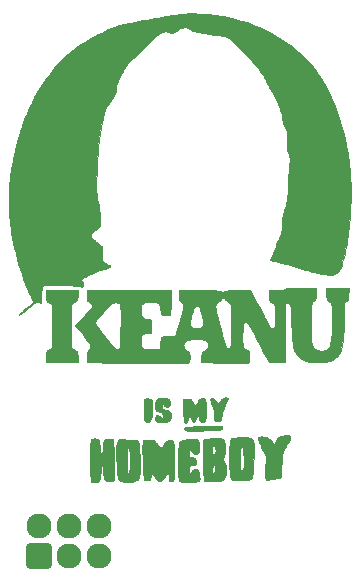
<source format=gts>
G04 #@! TF.GenerationSoftware,KiCad,Pcbnew,8.0.4*
G04 #@! TF.CreationDate,2024-07-21T19:03:05-05:00*
G04 #@! TF.ProjectId,keanu-homeboy,6b65616e-752d-4686-9f6d-65626f792e6b,rev?*
G04 #@! TF.SameCoordinates,Original*
G04 #@! TF.FileFunction,Soldermask,Top*
G04 #@! TF.FilePolarity,Negative*
%FSLAX46Y46*%
G04 Gerber Fmt 4.6, Leading zero omitted, Abs format (unit mm)*
G04 Created by KiCad (PCBNEW 8.0.4) date 2024-07-21 19:03:05*
%MOMM*%
%LPD*%
G01*
G04 APERTURE LIST*
G04 Aperture macros list*
%AMRoundRect*
0 Rectangle with rounded corners*
0 $1 Rounding radius*
0 $2 $3 $4 $5 $6 $7 $8 $9 X,Y pos of 4 corners*
0 Add a 4 corners polygon primitive as box body*
4,1,4,$2,$3,$4,$5,$6,$7,$8,$9,$2,$3,0*
0 Add four circle primitives for the rounded corners*
1,1,$1+$1,$2,$3*
1,1,$1+$1,$4,$5*
1,1,$1+$1,$6,$7*
1,1,$1+$1,$8,$9*
0 Add four rect primitives between the rounded corners*
20,1,$1+$1,$2,$3,$4,$5,0*
20,1,$1+$1,$4,$5,$6,$7,0*
20,1,$1+$1,$6,$7,$8,$9,0*
20,1,$1+$1,$8,$9,$2,$3,0*%
G04 Aperture macros list end*
%ADD10C,0.010000*%
%ADD11O,2.127200X2.127200*%
%ADD12RoundRect,0.200000X-0.863600X0.863600X-0.863600X-0.863600X0.863600X-0.863600X0.863600X0.863600X0*%
%ADD13C,2.127200*%
G04 APERTURE END LIST*
D10*
X-12513506Y-6470987D02*
X-12466520Y-6472802D01*
X-12431314Y-6477301D01*
X-12401082Y-6485690D01*
X-12369014Y-6499175D01*
X-12340621Y-6512886D01*
X-12295983Y-6537360D01*
X-12258994Y-6562145D01*
X-12237155Y-6582172D01*
X-12236288Y-6583416D01*
X-12211083Y-6634382D01*
X-12186700Y-6707670D01*
X-12163760Y-6800204D01*
X-12142884Y-6908906D01*
X-12124692Y-7030701D01*
X-12109807Y-7162510D01*
X-12102704Y-7245350D01*
X-12090959Y-7377499D01*
X-12077099Y-7493226D01*
X-12061485Y-7590265D01*
X-12044480Y-7666349D01*
X-12027240Y-7717439D01*
X-12004251Y-7756661D01*
X-11981292Y-7771676D01*
X-11958744Y-7763676D01*
X-11936984Y-7733853D01*
X-11916391Y-7683397D01*
X-11897344Y-7613500D01*
X-11880222Y-7525354D01*
X-11865402Y-7420149D01*
X-11853264Y-7299077D01*
X-11844185Y-7163330D01*
X-11842904Y-7137400D01*
X-11835659Y-7002236D01*
X-11827206Y-6890047D01*
X-11816752Y-6798410D01*
X-11803503Y-6724903D01*
X-11786663Y-6667103D01*
X-11765438Y-6622589D01*
X-11739035Y-6588937D01*
X-11706658Y-6563726D01*
X-11667513Y-6544533D01*
X-11645900Y-6536685D01*
X-11574717Y-6517666D01*
X-11486650Y-6501306D01*
X-11390165Y-6488660D01*
X-11293726Y-6480784D01*
X-11205800Y-6478730D01*
X-11185135Y-6479290D01*
X-11125848Y-6482272D01*
X-11086442Y-6486322D01*
X-11061397Y-6492657D01*
X-11045195Y-6502497D01*
X-11036114Y-6512176D01*
X-11021224Y-6540028D01*
X-11007626Y-6585571D01*
X-10995297Y-6649370D01*
X-10984212Y-6731992D01*
X-10974348Y-6834003D01*
X-10965683Y-6955967D01*
X-10958192Y-7098451D01*
X-10951853Y-7262020D01*
X-10946642Y-7447241D01*
X-10942535Y-7654678D01*
X-10939510Y-7884898D01*
X-10937544Y-8138466D01*
X-10936611Y-8415949D01*
X-10936690Y-8717911D01*
X-10937206Y-8908978D01*
X-10941050Y-10001107D01*
X-11099800Y-10035715D01*
X-11210814Y-10058941D01*
X-11301062Y-10075440D01*
X-11374152Y-10085627D01*
X-11433693Y-10089918D01*
X-11483295Y-10088725D01*
X-11519215Y-10083923D01*
X-11595973Y-10059747D01*
X-11659576Y-10017568D01*
X-11711186Y-9955943D01*
X-11751965Y-9873427D01*
X-11783074Y-9768576D01*
X-11786927Y-9751076D01*
X-11794893Y-9708326D01*
X-11801574Y-9659877D01*
X-11807219Y-9602309D01*
X-11812074Y-9532199D01*
X-11816385Y-9446129D01*
X-11820400Y-9340675D01*
X-11823401Y-9245600D01*
X-11828140Y-9104575D01*
X-11833359Y-8987451D01*
X-11839184Y-8892729D01*
X-11845742Y-8818911D01*
X-11853162Y-8764501D01*
X-11861569Y-8727999D01*
X-11868758Y-8711217D01*
X-11885851Y-8698911D01*
X-11905613Y-8710226D01*
X-11926352Y-8743759D01*
X-11935969Y-8766835D01*
X-11954510Y-8825472D01*
X-11974651Y-8906720D01*
X-11996494Y-9011100D01*
X-12020140Y-9139138D01*
X-12045691Y-9291354D01*
X-12073247Y-9468273D01*
X-12077952Y-9499600D01*
X-12092551Y-9595731D01*
X-12106979Y-9687959D01*
X-12120536Y-9772004D01*
X-12132518Y-9843587D01*
X-12142225Y-9898429D01*
X-12148761Y-9931400D01*
X-12176281Y-10022403D01*
X-12213482Y-10091160D01*
X-12261749Y-10139434D01*
X-12322466Y-10168985D01*
X-12339033Y-10173484D01*
X-12384170Y-10180943D01*
X-12445091Y-10186710D01*
X-12514227Y-10190536D01*
X-12584009Y-10192175D01*
X-12646867Y-10191377D01*
X-12695231Y-10187897D01*
X-12709307Y-10185596D01*
X-12774878Y-10166561D01*
X-12826295Y-10141550D01*
X-12858928Y-10113078D01*
X-12866021Y-10100430D01*
X-12874322Y-10065539D01*
X-12882098Y-10007190D01*
X-12889333Y-9927319D01*
X-12896014Y-9827861D01*
X-12902128Y-9710754D01*
X-12907659Y-9577933D01*
X-12912595Y-9431334D01*
X-12916921Y-9272894D01*
X-12920624Y-9104550D01*
X-12923690Y-8928236D01*
X-12926105Y-8745890D01*
X-12927855Y-8559448D01*
X-12928926Y-8370846D01*
X-12929304Y-8182020D01*
X-12928976Y-7994906D01*
X-12927928Y-7811441D01*
X-12926145Y-7633561D01*
X-12923615Y-7463202D01*
X-12920323Y-7302301D01*
X-12916255Y-7152793D01*
X-12911397Y-7016615D01*
X-12905736Y-6895703D01*
X-12899258Y-6791993D01*
X-12891949Y-6707422D01*
X-12890395Y-6693058D01*
X-12880033Y-6624375D01*
X-12864867Y-6575135D01*
X-12841627Y-6539429D01*
X-12807042Y-6511346D01*
X-12781831Y-6496921D01*
X-12756049Y-6485319D01*
X-12727488Y-6477654D01*
X-12690271Y-6473163D01*
X-12638521Y-6471086D01*
X-12579083Y-6470650D01*
X-12513506Y-6470987D01*
G36*
X-12513506Y-6470987D02*
G01*
X-12466520Y-6472802D01*
X-12431314Y-6477301D01*
X-12401082Y-6485690D01*
X-12369014Y-6499175D01*
X-12340621Y-6512886D01*
X-12295983Y-6537360D01*
X-12258994Y-6562145D01*
X-12237155Y-6582172D01*
X-12236288Y-6583416D01*
X-12211083Y-6634382D01*
X-12186700Y-6707670D01*
X-12163760Y-6800204D01*
X-12142884Y-6908906D01*
X-12124692Y-7030701D01*
X-12109807Y-7162510D01*
X-12102704Y-7245350D01*
X-12090959Y-7377499D01*
X-12077099Y-7493226D01*
X-12061485Y-7590265D01*
X-12044480Y-7666349D01*
X-12027240Y-7717439D01*
X-12004251Y-7756661D01*
X-11981292Y-7771676D01*
X-11958744Y-7763676D01*
X-11936984Y-7733853D01*
X-11916391Y-7683397D01*
X-11897344Y-7613500D01*
X-11880222Y-7525354D01*
X-11865402Y-7420149D01*
X-11853264Y-7299077D01*
X-11844185Y-7163330D01*
X-11842904Y-7137400D01*
X-11835659Y-7002236D01*
X-11827206Y-6890047D01*
X-11816752Y-6798410D01*
X-11803503Y-6724903D01*
X-11786663Y-6667103D01*
X-11765438Y-6622589D01*
X-11739035Y-6588937D01*
X-11706658Y-6563726D01*
X-11667513Y-6544533D01*
X-11645900Y-6536685D01*
X-11574717Y-6517666D01*
X-11486650Y-6501306D01*
X-11390165Y-6488660D01*
X-11293726Y-6480784D01*
X-11205800Y-6478730D01*
X-11185135Y-6479290D01*
X-11125848Y-6482272D01*
X-11086442Y-6486322D01*
X-11061397Y-6492657D01*
X-11045195Y-6502497D01*
X-11036114Y-6512176D01*
X-11021224Y-6540028D01*
X-11007626Y-6585571D01*
X-10995297Y-6649370D01*
X-10984212Y-6731992D01*
X-10974348Y-6834003D01*
X-10965683Y-6955967D01*
X-10958192Y-7098451D01*
X-10951853Y-7262020D01*
X-10946642Y-7447241D01*
X-10942535Y-7654678D01*
X-10939510Y-7884898D01*
X-10937544Y-8138466D01*
X-10936611Y-8415949D01*
X-10936690Y-8717911D01*
X-10937206Y-8908978D01*
X-10941050Y-10001107D01*
X-11099800Y-10035715D01*
X-11210814Y-10058941D01*
X-11301062Y-10075440D01*
X-11374152Y-10085627D01*
X-11433693Y-10089918D01*
X-11483295Y-10088725D01*
X-11519215Y-10083923D01*
X-11595973Y-10059747D01*
X-11659576Y-10017568D01*
X-11711186Y-9955943D01*
X-11751965Y-9873427D01*
X-11783074Y-9768576D01*
X-11786927Y-9751076D01*
X-11794893Y-9708326D01*
X-11801574Y-9659877D01*
X-11807219Y-9602309D01*
X-11812074Y-9532199D01*
X-11816385Y-9446129D01*
X-11820400Y-9340675D01*
X-11823401Y-9245600D01*
X-11828140Y-9104575D01*
X-11833359Y-8987451D01*
X-11839184Y-8892729D01*
X-11845742Y-8818911D01*
X-11853162Y-8764501D01*
X-11861569Y-8727999D01*
X-11868758Y-8711217D01*
X-11885851Y-8698911D01*
X-11905613Y-8710226D01*
X-11926352Y-8743759D01*
X-11935969Y-8766835D01*
X-11954510Y-8825472D01*
X-11974651Y-8906720D01*
X-11996494Y-9011100D01*
X-12020140Y-9139138D01*
X-12045691Y-9291354D01*
X-12073247Y-9468273D01*
X-12077952Y-9499600D01*
X-12092551Y-9595731D01*
X-12106979Y-9687959D01*
X-12120536Y-9772004D01*
X-12132518Y-9843587D01*
X-12142225Y-9898429D01*
X-12148761Y-9931400D01*
X-12176281Y-10022403D01*
X-12213482Y-10091160D01*
X-12261749Y-10139434D01*
X-12322466Y-10168985D01*
X-12339033Y-10173484D01*
X-12384170Y-10180943D01*
X-12445091Y-10186710D01*
X-12514227Y-10190536D01*
X-12584009Y-10192175D01*
X-12646867Y-10191377D01*
X-12695231Y-10187897D01*
X-12709307Y-10185596D01*
X-12774878Y-10166561D01*
X-12826295Y-10141550D01*
X-12858928Y-10113078D01*
X-12866021Y-10100430D01*
X-12874322Y-10065539D01*
X-12882098Y-10007190D01*
X-12889333Y-9927319D01*
X-12896014Y-9827861D01*
X-12902128Y-9710754D01*
X-12907659Y-9577933D01*
X-12912595Y-9431334D01*
X-12916921Y-9272894D01*
X-12920624Y-9104550D01*
X-12923690Y-8928236D01*
X-12926105Y-8745890D01*
X-12927855Y-8559448D01*
X-12928926Y-8370846D01*
X-12929304Y-8182020D01*
X-12928976Y-7994906D01*
X-12927928Y-7811441D01*
X-12926145Y-7633561D01*
X-12923615Y-7463202D01*
X-12920323Y-7302301D01*
X-12916255Y-7152793D01*
X-12911397Y-7016615D01*
X-12905736Y-6895703D01*
X-12899258Y-6791993D01*
X-12891949Y-6707422D01*
X-12890395Y-6693058D01*
X-12880033Y-6624375D01*
X-12864867Y-6575135D01*
X-12841627Y-6539429D01*
X-12807042Y-6511346D01*
X-12781831Y-6496921D01*
X-12756049Y-6485319D01*
X-12727488Y-6477654D01*
X-12690271Y-6473163D01*
X-12638521Y-6471086D01*
X-12579083Y-6470650D01*
X-12513506Y-6470987D01*
G37*
X-10241923Y-6512091D02*
X-10229255Y-6515252D01*
X-10170935Y-6528962D01*
X-10111720Y-6540067D01*
X-10048181Y-6548814D01*
X-9976889Y-6555448D01*
X-9894412Y-6560216D01*
X-9797321Y-6563364D01*
X-9682185Y-6565137D01*
X-9545575Y-6565781D01*
X-9524494Y-6565795D01*
X-9387205Y-6566406D01*
X-9272784Y-6568589D01*
X-9178715Y-6572993D01*
X-9102484Y-6580268D01*
X-9041575Y-6591062D01*
X-8993474Y-6606023D01*
X-8955663Y-6625800D01*
X-8925630Y-6651043D01*
X-8900857Y-6682399D01*
X-8878830Y-6720517D01*
X-8872039Y-6734069D01*
X-8851617Y-6790144D01*
X-8832816Y-6871350D01*
X-8815650Y-6977469D01*
X-8800138Y-7108281D01*
X-8786296Y-7263569D01*
X-8774139Y-7443114D01*
X-8763686Y-7646698D01*
X-8754953Y-7874101D01*
X-8747956Y-8125106D01*
X-8742712Y-8399495D01*
X-8742127Y-8439150D01*
X-8739902Y-8673600D01*
X-8740137Y-8889336D01*
X-8742790Y-9085569D01*
X-8747822Y-9261509D01*
X-8755191Y-9416365D01*
X-8764856Y-9549350D01*
X-8776778Y-9659672D01*
X-8790915Y-9746542D01*
X-8807226Y-9809171D01*
X-8813536Y-9825435D01*
X-8857104Y-9894366D01*
X-8923688Y-9957555D01*
X-9011411Y-10014294D01*
X-9118392Y-10063878D01*
X-9242755Y-10105601D01*
X-9382619Y-10138757D01*
X-9536106Y-10162640D01*
X-9701338Y-10176544D01*
X-9753600Y-10178685D01*
X-9826842Y-10179794D01*
X-9900152Y-10178885D01*
X-9965105Y-10176181D01*
X-10013274Y-10171905D01*
X-10013950Y-10171813D01*
X-10151197Y-10145958D01*
X-10273463Y-10108667D01*
X-10378662Y-10060993D01*
X-10464710Y-10003989D01*
X-10529519Y-9938709D01*
X-10556330Y-9897883D01*
X-10571304Y-9867153D01*
X-10583913Y-9832764D01*
X-10594825Y-9791137D01*
X-10604710Y-9738686D01*
X-10614239Y-9671832D01*
X-10624080Y-9586990D01*
X-10634903Y-9480578D01*
X-10635524Y-9474200D01*
X-10660312Y-9190092D01*
X-10681526Y-8887415D01*
X-10698859Y-8572785D01*
X-10711668Y-8260931D01*
X-9853151Y-8260931D01*
X-9852402Y-8458883D01*
X-9849201Y-8643669D01*
X-9843634Y-8813303D01*
X-9835785Y-8965798D01*
X-9825741Y-9099167D01*
X-9813585Y-9211423D01*
X-9799404Y-9300580D01*
X-9797553Y-9309710D01*
X-9783754Y-9342620D01*
X-9759699Y-9374791D01*
X-9732074Y-9399120D01*
X-9707565Y-9408506D01*
X-9704807Y-9408231D01*
X-9687342Y-9395274D01*
X-9666419Y-9366624D01*
X-9655801Y-9347200D01*
X-9637653Y-9295968D01*
X-9621431Y-9222274D01*
X-9607188Y-9128986D01*
X-9594974Y-9018973D01*
X-9584840Y-8895104D01*
X-9576837Y-8760246D01*
X-9571015Y-8617268D01*
X-9567426Y-8469039D01*
X-9566120Y-8318427D01*
X-9567149Y-8168301D01*
X-9570563Y-8021529D01*
X-9576414Y-7880979D01*
X-9584751Y-7749520D01*
X-9595627Y-7630020D01*
X-9609091Y-7525349D01*
X-9622172Y-7452251D01*
X-9642727Y-7372313D01*
X-9665755Y-7317383D01*
X-9691647Y-7287150D01*
X-9720794Y-7281307D01*
X-9753588Y-7299545D01*
X-9780064Y-7327900D01*
X-9794356Y-7348773D01*
X-9806448Y-7374070D01*
X-9816563Y-7406049D01*
X-9824923Y-7446969D01*
X-9831751Y-7499089D01*
X-9837269Y-7564668D01*
X-9841700Y-7645965D01*
X-9845267Y-7745238D01*
X-9848191Y-7864748D01*
X-9850695Y-8006753D01*
X-9851365Y-8051800D01*
X-9853151Y-8260931D01*
X-10711668Y-8260931D01*
X-10712001Y-8252824D01*
X-10720645Y-7934149D01*
X-10724480Y-7623379D01*
X-10724643Y-7562850D01*
X-10724590Y-7421628D01*
X-10723940Y-7303001D01*
X-10722415Y-7204165D01*
X-10719737Y-7122315D01*
X-10715627Y-7054647D01*
X-10709809Y-6998359D01*
X-10702004Y-6950645D01*
X-10691934Y-6908703D01*
X-10679322Y-6869728D01*
X-10663889Y-6830917D01*
X-10648715Y-6796768D01*
X-10617918Y-6738999D01*
X-10578131Y-6677739D01*
X-10534385Y-6619690D01*
X-10491712Y-6571557D01*
X-10456881Y-6541208D01*
X-10408538Y-6513293D01*
X-10361673Y-6499715D01*
X-10308673Y-6499603D01*
X-10241923Y-6512091D01*
G36*
X-10241923Y-6512091D02*
G01*
X-10229255Y-6515252D01*
X-10170935Y-6528962D01*
X-10111720Y-6540067D01*
X-10048181Y-6548814D01*
X-9976889Y-6555448D01*
X-9894412Y-6560216D01*
X-9797321Y-6563364D01*
X-9682185Y-6565137D01*
X-9545575Y-6565781D01*
X-9524494Y-6565795D01*
X-9387205Y-6566406D01*
X-9272784Y-6568589D01*
X-9178715Y-6572993D01*
X-9102484Y-6580268D01*
X-9041575Y-6591062D01*
X-8993474Y-6606023D01*
X-8955663Y-6625800D01*
X-8925630Y-6651043D01*
X-8900857Y-6682399D01*
X-8878830Y-6720517D01*
X-8872039Y-6734069D01*
X-8851617Y-6790144D01*
X-8832816Y-6871350D01*
X-8815650Y-6977469D01*
X-8800138Y-7108281D01*
X-8786296Y-7263569D01*
X-8774139Y-7443114D01*
X-8763686Y-7646698D01*
X-8754953Y-7874101D01*
X-8747956Y-8125106D01*
X-8742712Y-8399495D01*
X-8742127Y-8439150D01*
X-8739902Y-8673600D01*
X-8740137Y-8889336D01*
X-8742790Y-9085569D01*
X-8747822Y-9261509D01*
X-8755191Y-9416365D01*
X-8764856Y-9549350D01*
X-8776778Y-9659672D01*
X-8790915Y-9746542D01*
X-8807226Y-9809171D01*
X-8813536Y-9825435D01*
X-8857104Y-9894366D01*
X-8923688Y-9957555D01*
X-9011411Y-10014294D01*
X-9118392Y-10063878D01*
X-9242755Y-10105601D01*
X-9382619Y-10138757D01*
X-9536106Y-10162640D01*
X-9701338Y-10176544D01*
X-9753600Y-10178685D01*
X-9826842Y-10179794D01*
X-9900152Y-10178885D01*
X-9965105Y-10176181D01*
X-10013274Y-10171905D01*
X-10013950Y-10171813D01*
X-10151197Y-10145958D01*
X-10273463Y-10108667D01*
X-10378662Y-10060993D01*
X-10464710Y-10003989D01*
X-10529519Y-9938709D01*
X-10556330Y-9897883D01*
X-10571304Y-9867153D01*
X-10583913Y-9832764D01*
X-10594825Y-9791137D01*
X-10604710Y-9738686D01*
X-10614239Y-9671832D01*
X-10624080Y-9586990D01*
X-10634903Y-9480578D01*
X-10635524Y-9474200D01*
X-10660312Y-9190092D01*
X-10681526Y-8887415D01*
X-10698859Y-8572785D01*
X-10711668Y-8260931D01*
X-9853151Y-8260931D01*
X-9852402Y-8458883D01*
X-9849201Y-8643669D01*
X-9843634Y-8813303D01*
X-9835785Y-8965798D01*
X-9825741Y-9099167D01*
X-9813585Y-9211423D01*
X-9799404Y-9300580D01*
X-9797553Y-9309710D01*
X-9783754Y-9342620D01*
X-9759699Y-9374791D01*
X-9732074Y-9399120D01*
X-9707565Y-9408506D01*
X-9704807Y-9408231D01*
X-9687342Y-9395274D01*
X-9666419Y-9366624D01*
X-9655801Y-9347200D01*
X-9637653Y-9295968D01*
X-9621431Y-9222274D01*
X-9607188Y-9128986D01*
X-9594974Y-9018973D01*
X-9584840Y-8895104D01*
X-9576837Y-8760246D01*
X-9571015Y-8617268D01*
X-9567426Y-8469039D01*
X-9566120Y-8318427D01*
X-9567149Y-8168301D01*
X-9570563Y-8021529D01*
X-9576414Y-7880979D01*
X-9584751Y-7749520D01*
X-9595627Y-7630020D01*
X-9609091Y-7525349D01*
X-9622172Y-7452251D01*
X-9642727Y-7372313D01*
X-9665755Y-7317383D01*
X-9691647Y-7287150D01*
X-9720794Y-7281307D01*
X-9753588Y-7299545D01*
X-9780064Y-7327900D01*
X-9794356Y-7348773D01*
X-9806448Y-7374070D01*
X-9816563Y-7406049D01*
X-9824923Y-7446969D01*
X-9831751Y-7499089D01*
X-9837269Y-7564668D01*
X-9841700Y-7645965D01*
X-9845267Y-7745238D01*
X-9848191Y-7864748D01*
X-9850695Y-8006753D01*
X-9851365Y-8051800D01*
X-9853151Y-8260931D01*
X-10711668Y-8260931D01*
X-10712001Y-8252824D01*
X-10720645Y-7934149D01*
X-10724480Y-7623379D01*
X-10724643Y-7562850D01*
X-10724590Y-7421628D01*
X-10723940Y-7303001D01*
X-10722415Y-7204165D01*
X-10719737Y-7122315D01*
X-10715627Y-7054647D01*
X-10709809Y-6998359D01*
X-10702004Y-6950645D01*
X-10691934Y-6908703D01*
X-10679322Y-6869728D01*
X-10663889Y-6830917D01*
X-10648715Y-6796768D01*
X-10617918Y-6738999D01*
X-10578131Y-6677739D01*
X-10534385Y-6619690D01*
X-10491712Y-6571557D01*
X-10456881Y-6541208D01*
X-10408538Y-6513293D01*
X-10361673Y-6499715D01*
X-10308673Y-6499603D01*
X-10241923Y-6512091D01*
G37*
X-4125446Y-6508140D02*
X-4026941Y-6517430D01*
X-3944031Y-6532602D01*
X-3879853Y-6553984D01*
X-3843082Y-6576661D01*
X-3812545Y-6616875D01*
X-3784335Y-6682102D01*
X-3758568Y-6772055D01*
X-3750603Y-6807200D01*
X-3742926Y-6847582D01*
X-3737080Y-6890639D01*
X-3732841Y-6940470D01*
X-3729988Y-7001171D01*
X-3728297Y-7076839D01*
X-3727545Y-7171571D01*
X-3727450Y-7232650D01*
X-3727831Y-7344519D01*
X-3729303Y-7434254D01*
X-3732357Y-7505114D01*
X-3737489Y-7560359D01*
X-3745189Y-7603247D01*
X-3755952Y-7637038D01*
X-3770270Y-7664990D01*
X-3788636Y-7690363D01*
X-3798427Y-7701892D01*
X-3849694Y-7742872D01*
X-3918938Y-7772422D01*
X-4000541Y-7788513D01*
X-4044950Y-7790882D01*
X-4113281Y-7783965D01*
X-4173906Y-7760611D01*
X-4230981Y-7718297D01*
X-4288666Y-7654497D01*
X-4305159Y-7632891D01*
X-4368584Y-7554129D01*
X-4425048Y-7498169D01*
X-4474132Y-7465309D01*
X-4515418Y-7455846D01*
X-4541524Y-7464619D01*
X-4562425Y-7484761D01*
X-4576767Y-7515163D01*
X-4585423Y-7559816D01*
X-4589270Y-7622707D01*
X-4589533Y-7683500D01*
X-4584284Y-7795249D01*
X-4571325Y-7889040D01*
X-4551099Y-7962865D01*
X-4524048Y-8014720D01*
X-4513970Y-8026400D01*
X-4498177Y-8040732D01*
X-4481545Y-8049760D01*
X-4458287Y-8054502D01*
X-4422616Y-8055973D01*
X-4368744Y-8055190D01*
X-4352417Y-8054779D01*
X-4267654Y-8055755D01*
X-4202529Y-8065125D01*
X-4152057Y-8085052D01*
X-4111250Y-8117702D01*
X-4075123Y-8165240D01*
X-4066776Y-8178800D01*
X-4028570Y-8253101D01*
X-3997917Y-8333021D01*
X-3975786Y-8413566D01*
X-3963144Y-8489744D01*
X-3960958Y-8556560D01*
X-3970198Y-8609021D01*
X-3979596Y-8628602D01*
X-4004750Y-8658677D01*
X-4038206Y-8681861D01*
X-4083580Y-8699273D01*
X-4144488Y-8712030D01*
X-4224545Y-8721250D01*
X-4295455Y-8726291D01*
X-4391451Y-8733077D01*
X-4465135Y-8742746D01*
X-4519438Y-8758434D01*
X-4557293Y-8783276D01*
X-4581629Y-8820408D01*
X-4595378Y-8872965D01*
X-4601472Y-8944084D01*
X-4602841Y-9036900D01*
X-4602815Y-9055100D01*
X-4601130Y-9151503D01*
X-4596152Y-9226691D01*
X-4587160Y-9284717D01*
X-4573436Y-9329636D01*
X-4554260Y-9365500D01*
X-4545636Y-9377292D01*
X-4516538Y-9403919D01*
X-4485285Y-9410798D01*
X-4450463Y-9397085D01*
X-4410664Y-9361931D01*
X-4364475Y-9304492D01*
X-4323243Y-9243888D01*
X-4272275Y-9170167D01*
X-4226246Y-9116968D01*
X-4180546Y-9081275D01*
X-4130566Y-9060074D01*
X-4071698Y-9050347D01*
X-4024963Y-9048750D01*
X-3946298Y-9054945D01*
X-3885379Y-9075629D01*
X-3837226Y-9113947D01*
X-3796858Y-9173044D01*
X-3782344Y-9201987D01*
X-3754159Y-9276004D01*
X-3728614Y-9369039D01*
X-3706623Y-9474770D01*
X-3689101Y-9586874D01*
X-3676960Y-9699029D01*
X-3671115Y-9804912D01*
X-3672479Y-9898201D01*
X-3676047Y-9937317D01*
X-3684460Y-9981013D01*
X-3699384Y-10016883D01*
X-3723320Y-10046003D01*
X-3758773Y-10069449D01*
X-3808246Y-10088296D01*
X-3874243Y-10103621D01*
X-3959266Y-10116501D01*
X-4065820Y-10128010D01*
X-4133850Y-10134090D01*
X-4190211Y-10137615D01*
X-4265574Y-10140469D01*
X-4355708Y-10142652D01*
X-4456381Y-10144162D01*
X-4563362Y-10145001D01*
X-4672420Y-10145168D01*
X-4779321Y-10144663D01*
X-4879835Y-10143487D01*
X-4969730Y-10141638D01*
X-5044773Y-10139116D01*
X-5100734Y-10135923D01*
X-5119931Y-10134110D01*
X-5206379Y-10122659D01*
X-5271350Y-10110522D01*
X-5318763Y-10096528D01*
X-5352537Y-10079504D01*
X-5376590Y-10058277D01*
X-5377667Y-10057015D01*
X-5396248Y-10029683D01*
X-5412741Y-9993498D01*
X-5427249Y-9947079D01*
X-5439876Y-9889044D01*
X-5450727Y-9818013D01*
X-5459907Y-9732604D01*
X-5467521Y-9631436D01*
X-5473672Y-9513127D01*
X-5478465Y-9376297D01*
X-5482005Y-9219564D01*
X-5484396Y-9041546D01*
X-5485743Y-8840863D01*
X-5486151Y-8623300D01*
X-5485363Y-8361119D01*
X-5483035Y-8115424D01*
X-5479210Y-7887013D01*
X-5473932Y-7676680D01*
X-5467245Y-7485223D01*
X-5459193Y-7313437D01*
X-5449821Y-7162121D01*
X-5439171Y-7032069D01*
X-5427288Y-6924079D01*
X-5414216Y-6838947D01*
X-5399999Y-6777469D01*
X-5384681Y-6740442D01*
X-5382061Y-6736751D01*
X-5341101Y-6700899D01*
X-5278092Y-6667014D01*
X-5196171Y-6635422D01*
X-5098475Y-6606450D01*
X-4988141Y-6580423D01*
X-4868305Y-6557670D01*
X-4742106Y-6538515D01*
X-4612680Y-6523284D01*
X-4483164Y-6512306D01*
X-4356695Y-6505904D01*
X-4236410Y-6504407D01*
X-4125446Y-6508140D01*
G36*
X-4125446Y-6508140D02*
G01*
X-4026941Y-6517430D01*
X-3944031Y-6532602D01*
X-3879853Y-6553984D01*
X-3843082Y-6576661D01*
X-3812545Y-6616875D01*
X-3784335Y-6682102D01*
X-3758568Y-6772055D01*
X-3750603Y-6807200D01*
X-3742926Y-6847582D01*
X-3737080Y-6890639D01*
X-3732841Y-6940470D01*
X-3729988Y-7001171D01*
X-3728297Y-7076839D01*
X-3727545Y-7171571D01*
X-3727450Y-7232650D01*
X-3727831Y-7344519D01*
X-3729303Y-7434254D01*
X-3732357Y-7505114D01*
X-3737489Y-7560359D01*
X-3745189Y-7603247D01*
X-3755952Y-7637038D01*
X-3770270Y-7664990D01*
X-3788636Y-7690363D01*
X-3798427Y-7701892D01*
X-3849694Y-7742872D01*
X-3918938Y-7772422D01*
X-4000541Y-7788513D01*
X-4044950Y-7790882D01*
X-4113281Y-7783965D01*
X-4173906Y-7760611D01*
X-4230981Y-7718297D01*
X-4288666Y-7654497D01*
X-4305159Y-7632891D01*
X-4368584Y-7554129D01*
X-4425048Y-7498169D01*
X-4474132Y-7465309D01*
X-4515418Y-7455846D01*
X-4541524Y-7464619D01*
X-4562425Y-7484761D01*
X-4576767Y-7515163D01*
X-4585423Y-7559816D01*
X-4589270Y-7622707D01*
X-4589533Y-7683500D01*
X-4584284Y-7795249D01*
X-4571325Y-7889040D01*
X-4551099Y-7962865D01*
X-4524048Y-8014720D01*
X-4513970Y-8026400D01*
X-4498177Y-8040732D01*
X-4481545Y-8049760D01*
X-4458287Y-8054502D01*
X-4422616Y-8055973D01*
X-4368744Y-8055190D01*
X-4352417Y-8054779D01*
X-4267654Y-8055755D01*
X-4202529Y-8065125D01*
X-4152057Y-8085052D01*
X-4111250Y-8117702D01*
X-4075123Y-8165240D01*
X-4066776Y-8178800D01*
X-4028570Y-8253101D01*
X-3997917Y-8333021D01*
X-3975786Y-8413566D01*
X-3963144Y-8489744D01*
X-3960958Y-8556560D01*
X-3970198Y-8609021D01*
X-3979596Y-8628602D01*
X-4004750Y-8658677D01*
X-4038206Y-8681861D01*
X-4083580Y-8699273D01*
X-4144488Y-8712030D01*
X-4224545Y-8721250D01*
X-4295455Y-8726291D01*
X-4391451Y-8733077D01*
X-4465135Y-8742746D01*
X-4519438Y-8758434D01*
X-4557293Y-8783276D01*
X-4581629Y-8820408D01*
X-4595378Y-8872965D01*
X-4601472Y-8944084D01*
X-4602841Y-9036900D01*
X-4602815Y-9055100D01*
X-4601130Y-9151503D01*
X-4596152Y-9226691D01*
X-4587160Y-9284717D01*
X-4573436Y-9329636D01*
X-4554260Y-9365500D01*
X-4545636Y-9377292D01*
X-4516538Y-9403919D01*
X-4485285Y-9410798D01*
X-4450463Y-9397085D01*
X-4410664Y-9361931D01*
X-4364475Y-9304492D01*
X-4323243Y-9243888D01*
X-4272275Y-9170167D01*
X-4226246Y-9116968D01*
X-4180546Y-9081275D01*
X-4130566Y-9060074D01*
X-4071698Y-9050347D01*
X-4024963Y-9048750D01*
X-3946298Y-9054945D01*
X-3885379Y-9075629D01*
X-3837226Y-9113947D01*
X-3796858Y-9173044D01*
X-3782344Y-9201987D01*
X-3754159Y-9276004D01*
X-3728614Y-9369039D01*
X-3706623Y-9474770D01*
X-3689101Y-9586874D01*
X-3676960Y-9699029D01*
X-3671115Y-9804912D01*
X-3672479Y-9898201D01*
X-3676047Y-9937317D01*
X-3684460Y-9981013D01*
X-3699384Y-10016883D01*
X-3723320Y-10046003D01*
X-3758773Y-10069449D01*
X-3808246Y-10088296D01*
X-3874243Y-10103621D01*
X-3959266Y-10116501D01*
X-4065820Y-10128010D01*
X-4133850Y-10134090D01*
X-4190211Y-10137615D01*
X-4265574Y-10140469D01*
X-4355708Y-10142652D01*
X-4456381Y-10144162D01*
X-4563362Y-10145001D01*
X-4672420Y-10145168D01*
X-4779321Y-10144663D01*
X-4879835Y-10143487D01*
X-4969730Y-10141638D01*
X-5044773Y-10139116D01*
X-5100734Y-10135923D01*
X-5119931Y-10134110D01*
X-5206379Y-10122659D01*
X-5271350Y-10110522D01*
X-5318763Y-10096528D01*
X-5352537Y-10079504D01*
X-5376590Y-10058277D01*
X-5377667Y-10057015D01*
X-5396248Y-10029683D01*
X-5412741Y-9993498D01*
X-5427249Y-9947079D01*
X-5439876Y-9889044D01*
X-5450727Y-9818013D01*
X-5459907Y-9732604D01*
X-5467521Y-9631436D01*
X-5473672Y-9513127D01*
X-5478465Y-9376297D01*
X-5482005Y-9219564D01*
X-5484396Y-9041546D01*
X-5485743Y-8840863D01*
X-5486151Y-8623300D01*
X-5485363Y-8361119D01*
X-5483035Y-8115424D01*
X-5479210Y-7887013D01*
X-5473932Y-7676680D01*
X-5467245Y-7485223D01*
X-5459193Y-7313437D01*
X-5449821Y-7162121D01*
X-5439171Y-7032069D01*
X-5427288Y-6924079D01*
X-5414216Y-6838947D01*
X-5399999Y-6777469D01*
X-5384681Y-6740442D01*
X-5382061Y-6736751D01*
X-5341101Y-6700899D01*
X-5278092Y-6667014D01*
X-5196171Y-6635422D01*
X-5098475Y-6606450D01*
X-4988141Y-6580423D01*
X-4868305Y-6557670D01*
X-4742106Y-6538515D01*
X-4612680Y-6523284D01*
X-4483164Y-6512306D01*
X-4356695Y-6505904D01*
X-4236410Y-6504407D01*
X-4125446Y-6508140D01*
G37*
X-8064500Y-6559651D02*
X-7964444Y-6560468D01*
X-7884429Y-6563065D01*
X-7819138Y-6567801D01*
X-7763251Y-6575037D01*
X-7721600Y-6582898D01*
X-7659667Y-6596601D01*
X-7609672Y-6609858D01*
X-7568018Y-6625337D01*
X-7531108Y-6645707D01*
X-7495346Y-6673635D01*
X-7457135Y-6711789D01*
X-7412878Y-6762839D01*
X-7358980Y-6829451D01*
X-7315835Y-6883925D01*
X-7261380Y-6951944D01*
X-7209239Y-7015392D01*
X-7162407Y-7070752D01*
X-7123879Y-7114511D01*
X-7096650Y-7143150D01*
X-7089373Y-7149768D01*
X-7026554Y-7190805D01*
X-6966427Y-7207683D01*
X-6908573Y-7200185D01*
X-6852571Y-7168095D01*
X-6798001Y-7111198D01*
X-6744442Y-7029278D01*
X-6705248Y-6952494D01*
X-6651674Y-6852235D01*
X-6593121Y-6773015D01*
X-6525632Y-6710493D01*
X-6445247Y-6660328D01*
X-6433357Y-6654347D01*
X-6376280Y-6630686D01*
X-6308170Y-6608906D01*
X-6238454Y-6591488D01*
X-6176561Y-6580917D01*
X-6146800Y-6578891D01*
X-6072093Y-6590629D01*
X-6003634Y-6624258D01*
X-5967144Y-6655353D01*
X-5940603Y-6688386D01*
X-5916878Y-6729648D01*
X-5895868Y-6780386D01*
X-5877474Y-6841848D01*
X-5861594Y-6915282D01*
X-5848129Y-7001936D01*
X-5836978Y-7103057D01*
X-5828040Y-7219894D01*
X-5821214Y-7353694D01*
X-5816401Y-7505705D01*
X-5813500Y-7677176D01*
X-5812409Y-7869353D01*
X-5813030Y-8083485D01*
X-5815260Y-8320820D01*
X-5817841Y-8509000D01*
X-5821524Y-8736251D01*
X-5825346Y-8939525D01*
X-5829419Y-9120244D01*
X-5833856Y-9279832D01*
X-5838769Y-9419711D01*
X-5844271Y-9541303D01*
X-5850475Y-9646032D01*
X-5857494Y-9735320D01*
X-5865439Y-9810590D01*
X-5874424Y-9873264D01*
X-5884562Y-9924766D01*
X-5895964Y-9966518D01*
X-5908745Y-9999943D01*
X-5923016Y-10026464D01*
X-5938889Y-10047503D01*
X-5939752Y-10048463D01*
X-5971481Y-10069479D01*
X-6019534Y-10085446D01*
X-6076460Y-10095632D01*
X-6134805Y-10099302D01*
X-6187118Y-10095724D01*
X-6225945Y-10084165D01*
X-6235575Y-10077563D01*
X-6257812Y-10042451D01*
X-6273817Y-9983407D01*
X-6283456Y-9901156D01*
X-6286596Y-9800599D01*
X-6290021Y-9681476D01*
X-6300159Y-9586743D01*
X-6317095Y-9516274D01*
X-6340917Y-9469938D01*
X-6371711Y-9447607D01*
X-6409562Y-9449151D01*
X-6454558Y-9474443D01*
X-6486389Y-9502292D01*
X-6514379Y-9533323D01*
X-6551685Y-9579886D01*
X-6593849Y-9636173D01*
X-6636414Y-9696374D01*
X-6645108Y-9709150D01*
X-6713366Y-9807536D01*
X-6772639Y-9886655D01*
X-6825740Y-9949732D01*
X-6875483Y-9999995D01*
X-6924680Y-10040670D01*
X-6949169Y-10057897D01*
X-7017646Y-10095246D01*
X-7077292Y-10109530D01*
X-7129384Y-10100986D01*
X-7143750Y-10093994D01*
X-7207741Y-10049953D01*
X-7270805Y-9990282D01*
X-7334823Y-9912716D01*
X-7401675Y-9814991D01*
X-7468957Y-9702414D01*
X-7527625Y-9604341D01*
X-7579487Y-9528747D01*
X-7624132Y-9476177D01*
X-7660033Y-9447765D01*
X-7685917Y-9442328D01*
X-7710283Y-9455674D01*
X-7733847Y-9489126D01*
X-7757326Y-9544010D01*
X-7781436Y-9621650D01*
X-7805204Y-9716084D01*
X-7828257Y-9808680D01*
X-7850430Y-9879032D01*
X-7874450Y-9930037D01*
X-7903042Y-9964595D01*
X-7938930Y-9985603D01*
X-7984841Y-9995961D01*
X-8043499Y-9998565D01*
X-8070394Y-9998106D01*
X-8141393Y-9994511D01*
X-8221196Y-9987979D01*
X-8293574Y-9979858D01*
X-8299450Y-9979056D01*
X-8413750Y-9963150D01*
X-8454734Y-9124950D01*
X-8464900Y-8907164D01*
X-8474071Y-8690811D01*
X-8482219Y-8477620D01*
X-8489317Y-8269325D01*
X-8495337Y-8067655D01*
X-8500252Y-7874343D01*
X-8504035Y-7691120D01*
X-8506658Y-7519718D01*
X-8508094Y-7361867D01*
X-8508315Y-7219300D01*
X-8507295Y-7093749D01*
X-8505005Y-6986943D01*
X-8501418Y-6900616D01*
X-8496508Y-6836498D01*
X-8491466Y-6801670D01*
X-8473776Y-6728808D01*
X-8453758Y-6675952D01*
X-8428121Y-6637725D01*
X-8393575Y-6608751D01*
X-8362737Y-6591300D01*
X-8339235Y-6580085D01*
X-8317122Y-6571878D01*
X-8292005Y-6566214D01*
X-8259491Y-6562624D01*
X-8215184Y-6560645D01*
X-8154691Y-6559808D01*
X-8073619Y-6559648D01*
X-8064500Y-6559651D01*
G36*
X-8064500Y-6559651D02*
G01*
X-7964444Y-6560468D01*
X-7884429Y-6563065D01*
X-7819138Y-6567801D01*
X-7763251Y-6575037D01*
X-7721600Y-6582898D01*
X-7659667Y-6596601D01*
X-7609672Y-6609858D01*
X-7568018Y-6625337D01*
X-7531108Y-6645707D01*
X-7495346Y-6673635D01*
X-7457135Y-6711789D01*
X-7412878Y-6762839D01*
X-7358980Y-6829451D01*
X-7315835Y-6883925D01*
X-7261380Y-6951944D01*
X-7209239Y-7015392D01*
X-7162407Y-7070752D01*
X-7123879Y-7114511D01*
X-7096650Y-7143150D01*
X-7089373Y-7149768D01*
X-7026554Y-7190805D01*
X-6966427Y-7207683D01*
X-6908573Y-7200185D01*
X-6852571Y-7168095D01*
X-6798001Y-7111198D01*
X-6744442Y-7029278D01*
X-6705248Y-6952494D01*
X-6651674Y-6852235D01*
X-6593121Y-6773015D01*
X-6525632Y-6710493D01*
X-6445247Y-6660328D01*
X-6433357Y-6654347D01*
X-6376280Y-6630686D01*
X-6308170Y-6608906D01*
X-6238454Y-6591488D01*
X-6176561Y-6580917D01*
X-6146800Y-6578891D01*
X-6072093Y-6590629D01*
X-6003634Y-6624258D01*
X-5967144Y-6655353D01*
X-5940603Y-6688386D01*
X-5916878Y-6729648D01*
X-5895868Y-6780386D01*
X-5877474Y-6841848D01*
X-5861594Y-6915282D01*
X-5848129Y-7001936D01*
X-5836978Y-7103057D01*
X-5828040Y-7219894D01*
X-5821214Y-7353694D01*
X-5816401Y-7505705D01*
X-5813500Y-7677176D01*
X-5812409Y-7869353D01*
X-5813030Y-8083485D01*
X-5815260Y-8320820D01*
X-5817841Y-8509000D01*
X-5821524Y-8736251D01*
X-5825346Y-8939525D01*
X-5829419Y-9120244D01*
X-5833856Y-9279832D01*
X-5838769Y-9419711D01*
X-5844271Y-9541303D01*
X-5850475Y-9646032D01*
X-5857494Y-9735320D01*
X-5865439Y-9810590D01*
X-5874424Y-9873264D01*
X-5884562Y-9924766D01*
X-5895964Y-9966518D01*
X-5908745Y-9999943D01*
X-5923016Y-10026464D01*
X-5938889Y-10047503D01*
X-5939752Y-10048463D01*
X-5971481Y-10069479D01*
X-6019534Y-10085446D01*
X-6076460Y-10095632D01*
X-6134805Y-10099302D01*
X-6187118Y-10095724D01*
X-6225945Y-10084165D01*
X-6235575Y-10077563D01*
X-6257812Y-10042451D01*
X-6273817Y-9983407D01*
X-6283456Y-9901156D01*
X-6286596Y-9800599D01*
X-6290021Y-9681476D01*
X-6300159Y-9586743D01*
X-6317095Y-9516274D01*
X-6340917Y-9469938D01*
X-6371711Y-9447607D01*
X-6409562Y-9449151D01*
X-6454558Y-9474443D01*
X-6486389Y-9502292D01*
X-6514379Y-9533323D01*
X-6551685Y-9579886D01*
X-6593849Y-9636173D01*
X-6636414Y-9696374D01*
X-6645108Y-9709150D01*
X-6713366Y-9807536D01*
X-6772639Y-9886655D01*
X-6825740Y-9949732D01*
X-6875483Y-9999995D01*
X-6924680Y-10040670D01*
X-6949169Y-10057897D01*
X-7017646Y-10095246D01*
X-7077292Y-10109530D01*
X-7129384Y-10100986D01*
X-7143750Y-10093994D01*
X-7207741Y-10049953D01*
X-7270805Y-9990282D01*
X-7334823Y-9912716D01*
X-7401675Y-9814991D01*
X-7468957Y-9702414D01*
X-7527625Y-9604341D01*
X-7579487Y-9528747D01*
X-7624132Y-9476177D01*
X-7660033Y-9447765D01*
X-7685917Y-9442328D01*
X-7710283Y-9455674D01*
X-7733847Y-9489126D01*
X-7757326Y-9544010D01*
X-7781436Y-9621650D01*
X-7805204Y-9716084D01*
X-7828257Y-9808680D01*
X-7850430Y-9879032D01*
X-7874450Y-9930037D01*
X-7903042Y-9964595D01*
X-7938930Y-9985603D01*
X-7984841Y-9995961D01*
X-8043499Y-9998565D01*
X-8070394Y-9998106D01*
X-8141393Y-9994511D01*
X-8221196Y-9987979D01*
X-8293574Y-9979858D01*
X-8299450Y-9979056D01*
X-8413750Y-9963150D01*
X-8454734Y-9124950D01*
X-8464900Y-8907164D01*
X-8474071Y-8690811D01*
X-8482219Y-8477620D01*
X-8489317Y-8269325D01*
X-8495337Y-8067655D01*
X-8500252Y-7874343D01*
X-8504035Y-7691120D01*
X-8506658Y-7519718D01*
X-8508094Y-7361867D01*
X-8508315Y-7219300D01*
X-8507295Y-7093749D01*
X-8505005Y-6986943D01*
X-8501418Y-6900616D01*
X-8496508Y-6836498D01*
X-8491466Y-6801670D01*
X-8473776Y-6728808D01*
X-8453758Y-6675952D01*
X-8428121Y-6637725D01*
X-8393575Y-6608751D01*
X-8362737Y-6591300D01*
X-8339235Y-6580085D01*
X-8317122Y-6571878D01*
X-8292005Y-6566214D01*
X-8259491Y-6562624D01*
X-8215184Y-6560645D01*
X-8154691Y-6559808D01*
X-8073619Y-6559648D01*
X-8064500Y-6559651D01*
G37*
X-1985659Y-6456922D02*
X-1896387Y-6463043D01*
X-1823703Y-6473258D01*
X-1765419Y-6488171D01*
X-1719347Y-6508388D01*
X-1683297Y-6534512D01*
X-1655081Y-6567147D01*
X-1632509Y-6606898D01*
X-1613393Y-6654369D01*
X-1608518Y-6668656D01*
X-1592049Y-6724908D01*
X-1573630Y-6798656D01*
X-1554455Y-6883877D01*
X-1535719Y-6974550D01*
X-1518616Y-7064651D01*
X-1504342Y-7148157D01*
X-1494090Y-7219047D01*
X-1489084Y-7270750D01*
X-1490217Y-7373488D01*
X-1502388Y-7491869D01*
X-1524515Y-7619213D01*
X-1555515Y-7748842D01*
X-1580004Y-7831457D01*
X-1616102Y-7946869D01*
X-1643334Y-8041876D01*
X-1662219Y-8119673D01*
X-1673278Y-8183457D01*
X-1677029Y-8236424D01*
X-1673994Y-8281772D01*
X-1664693Y-8322695D01*
X-1661494Y-8332479D01*
X-1647553Y-8364094D01*
X-1624297Y-8408285D01*
X-1596331Y-8456386D01*
X-1591302Y-8464550D01*
X-1539037Y-8562484D01*
X-1498922Y-8670067D01*
X-1470254Y-8790526D01*
X-1452336Y-8927090D01*
X-1444466Y-9082987D01*
X-1443957Y-9144000D01*
X-1449829Y-9319150D01*
X-1467327Y-9475222D01*
X-1496969Y-9615979D01*
X-1518842Y-9688848D01*
X-1566752Y-9802808D01*
X-1628174Y-9896095D01*
X-1704907Y-9970301D01*
X-1798749Y-10027022D01*
X-1911501Y-10067851D01*
X-1959908Y-10079580D01*
X-1996405Y-10084627D01*
X-2054577Y-10089254D01*
X-2130701Y-10093403D01*
X-2221055Y-10097021D01*
X-2321914Y-10100050D01*
X-2429558Y-10102436D01*
X-2540262Y-10104122D01*
X-2650305Y-10105053D01*
X-2755963Y-10105173D01*
X-2853514Y-10104425D01*
X-2939235Y-10102756D01*
X-3009403Y-10100108D01*
X-3060296Y-10096426D01*
X-3063260Y-10096103D01*
X-3149267Y-10084246D01*
X-3213834Y-10069957D01*
X-3260889Y-10052102D01*
X-3294359Y-10029550D01*
X-3294536Y-10029390D01*
X-3325577Y-10001250D01*
X-3352197Y-9244157D01*
X-2627269Y-9244157D01*
X-2621148Y-9308570D01*
X-2604640Y-9354314D01*
X-2590092Y-9373308D01*
X-2552482Y-9395372D01*
X-2511553Y-9395359D01*
X-2475193Y-9373920D01*
X-2466118Y-9363075D01*
X-2431801Y-9300574D01*
X-2401862Y-9218306D01*
X-2377545Y-9121708D01*
X-2360092Y-9016218D01*
X-2350746Y-8907273D01*
X-2349500Y-8852672D01*
X-2352223Y-8766806D01*
X-2360766Y-8704026D01*
X-2375692Y-8662565D01*
X-2397564Y-8640659D01*
X-2418623Y-8636000D01*
X-2451543Y-8648185D01*
X-2484790Y-8682771D01*
X-2517203Y-8736799D01*
X-2547625Y-8807315D01*
X-2574898Y-8891360D01*
X-2597863Y-8985978D01*
X-2615362Y-9088213D01*
X-2623376Y-9158658D01*
X-2627269Y-9244157D01*
X-3352197Y-9244157D01*
X-3358398Y-9067800D01*
X-3367564Y-8805914D01*
X-3375791Y-8568036D01*
X-3383110Y-8352793D01*
X-3389551Y-8158811D01*
X-3395144Y-7984716D01*
X-3399920Y-7829134D01*
X-3403908Y-7690693D01*
X-3407141Y-7568019D01*
X-3409647Y-7459738D01*
X-3409738Y-7454900D01*
X-2622514Y-7454900D01*
X-2620056Y-7569015D01*
X-2612487Y-7659970D01*
X-2599447Y-7729554D01*
X-2580574Y-7779558D01*
X-2555508Y-7811772D01*
X-2549692Y-7816257D01*
X-2522079Y-7831725D01*
X-2498009Y-7832512D01*
X-2470235Y-7817016D01*
X-2440885Y-7792183D01*
X-2408105Y-7755944D01*
X-2374573Y-7708575D01*
X-2355123Y-7674708D01*
X-2337691Y-7638093D01*
X-2326777Y-7606541D01*
X-2320951Y-7572157D01*
X-2318784Y-7527046D01*
X-2318754Y-7473950D01*
X-2326060Y-7370600D01*
X-2345317Y-7275790D01*
X-2375053Y-7193155D01*
X-2413798Y-7126330D01*
X-2460080Y-7078952D01*
X-2484546Y-7064183D01*
X-2514440Y-7051172D01*
X-2532459Y-7051051D01*
X-2549609Y-7065684D01*
X-2559339Y-7076840D01*
X-2582535Y-7113528D01*
X-2600008Y-7164399D01*
X-2612193Y-7232040D01*
X-2619522Y-7319041D01*
X-2622426Y-7427988D01*
X-2622514Y-7454900D01*
X-3409738Y-7454900D01*
X-3411458Y-7364476D01*
X-3412604Y-7280860D01*
X-3413115Y-7207517D01*
X-3413021Y-7143072D01*
X-3412354Y-7086153D01*
X-3411144Y-7035386D01*
X-3409421Y-6989397D01*
X-3407215Y-6946813D01*
X-3405872Y-6925334D01*
X-3397078Y-6814546D01*
X-3386541Y-6726559D01*
X-3373670Y-6658799D01*
X-3357873Y-6608695D01*
X-3338557Y-6573671D01*
X-3320720Y-6555208D01*
X-3284033Y-6535906D01*
X-3225466Y-6518725D01*
X-3144527Y-6503615D01*
X-3040727Y-6490525D01*
X-2913576Y-6479404D01*
X-2762584Y-6470201D01*
X-2587261Y-6462866D01*
X-2387117Y-6457347D01*
X-2374900Y-6457085D01*
X-2222727Y-6454547D01*
X-2093710Y-6454292D01*
X-1985659Y-6456922D01*
G36*
X-1985659Y-6456922D02*
G01*
X-1896387Y-6463043D01*
X-1823703Y-6473258D01*
X-1765419Y-6488171D01*
X-1719347Y-6508388D01*
X-1683297Y-6534512D01*
X-1655081Y-6567147D01*
X-1632509Y-6606898D01*
X-1613393Y-6654369D01*
X-1608518Y-6668656D01*
X-1592049Y-6724908D01*
X-1573630Y-6798656D01*
X-1554455Y-6883877D01*
X-1535719Y-6974550D01*
X-1518616Y-7064651D01*
X-1504342Y-7148157D01*
X-1494090Y-7219047D01*
X-1489084Y-7270750D01*
X-1490217Y-7373488D01*
X-1502388Y-7491869D01*
X-1524515Y-7619213D01*
X-1555515Y-7748842D01*
X-1580004Y-7831457D01*
X-1616102Y-7946869D01*
X-1643334Y-8041876D01*
X-1662219Y-8119673D01*
X-1673278Y-8183457D01*
X-1677029Y-8236424D01*
X-1673994Y-8281772D01*
X-1664693Y-8322695D01*
X-1661494Y-8332479D01*
X-1647553Y-8364094D01*
X-1624297Y-8408285D01*
X-1596331Y-8456386D01*
X-1591302Y-8464550D01*
X-1539037Y-8562484D01*
X-1498922Y-8670067D01*
X-1470254Y-8790526D01*
X-1452336Y-8927090D01*
X-1444466Y-9082987D01*
X-1443957Y-9144000D01*
X-1449829Y-9319150D01*
X-1467327Y-9475222D01*
X-1496969Y-9615979D01*
X-1518842Y-9688848D01*
X-1566752Y-9802808D01*
X-1628174Y-9896095D01*
X-1704907Y-9970301D01*
X-1798749Y-10027022D01*
X-1911501Y-10067851D01*
X-1959908Y-10079580D01*
X-1996405Y-10084627D01*
X-2054577Y-10089254D01*
X-2130701Y-10093403D01*
X-2221055Y-10097021D01*
X-2321914Y-10100050D01*
X-2429558Y-10102436D01*
X-2540262Y-10104122D01*
X-2650305Y-10105053D01*
X-2755963Y-10105173D01*
X-2853514Y-10104425D01*
X-2939235Y-10102756D01*
X-3009403Y-10100108D01*
X-3060296Y-10096426D01*
X-3063260Y-10096103D01*
X-3149267Y-10084246D01*
X-3213834Y-10069957D01*
X-3260889Y-10052102D01*
X-3294359Y-10029550D01*
X-3294536Y-10029390D01*
X-3325577Y-10001250D01*
X-3352197Y-9244157D01*
X-2627269Y-9244157D01*
X-2621148Y-9308570D01*
X-2604640Y-9354314D01*
X-2590092Y-9373308D01*
X-2552482Y-9395372D01*
X-2511553Y-9395359D01*
X-2475193Y-9373920D01*
X-2466118Y-9363075D01*
X-2431801Y-9300574D01*
X-2401862Y-9218306D01*
X-2377545Y-9121708D01*
X-2360092Y-9016218D01*
X-2350746Y-8907273D01*
X-2349500Y-8852672D01*
X-2352223Y-8766806D01*
X-2360766Y-8704026D01*
X-2375692Y-8662565D01*
X-2397564Y-8640659D01*
X-2418623Y-8636000D01*
X-2451543Y-8648185D01*
X-2484790Y-8682771D01*
X-2517203Y-8736799D01*
X-2547625Y-8807315D01*
X-2574898Y-8891360D01*
X-2597863Y-8985978D01*
X-2615362Y-9088213D01*
X-2623376Y-9158658D01*
X-2627269Y-9244157D01*
X-3352197Y-9244157D01*
X-3358398Y-9067800D01*
X-3367564Y-8805914D01*
X-3375791Y-8568036D01*
X-3383110Y-8352793D01*
X-3389551Y-8158811D01*
X-3395144Y-7984716D01*
X-3399920Y-7829134D01*
X-3403908Y-7690693D01*
X-3407141Y-7568019D01*
X-3409647Y-7459738D01*
X-3409738Y-7454900D01*
X-2622514Y-7454900D01*
X-2620056Y-7569015D01*
X-2612487Y-7659970D01*
X-2599447Y-7729554D01*
X-2580574Y-7779558D01*
X-2555508Y-7811772D01*
X-2549692Y-7816257D01*
X-2522079Y-7831725D01*
X-2498009Y-7832512D01*
X-2470235Y-7817016D01*
X-2440885Y-7792183D01*
X-2408105Y-7755944D01*
X-2374573Y-7708575D01*
X-2355123Y-7674708D01*
X-2337691Y-7638093D01*
X-2326777Y-7606541D01*
X-2320951Y-7572157D01*
X-2318784Y-7527046D01*
X-2318754Y-7473950D01*
X-2326060Y-7370600D01*
X-2345317Y-7275790D01*
X-2375053Y-7193155D01*
X-2413798Y-7126330D01*
X-2460080Y-7078952D01*
X-2484546Y-7064183D01*
X-2514440Y-7051172D01*
X-2532459Y-7051051D01*
X-2549609Y-7065684D01*
X-2559339Y-7076840D01*
X-2582535Y-7113528D01*
X-2600008Y-7164399D01*
X-2612193Y-7232040D01*
X-2619522Y-7319041D01*
X-2622426Y-7427988D01*
X-2622514Y-7454900D01*
X-3409738Y-7454900D01*
X-3411458Y-7364476D01*
X-3412604Y-7280860D01*
X-3413115Y-7207517D01*
X-3413021Y-7143072D01*
X-3412354Y-7086153D01*
X-3411144Y-7035386D01*
X-3409421Y-6989397D01*
X-3407215Y-6946813D01*
X-3405872Y-6925334D01*
X-3397078Y-6814546D01*
X-3386541Y-6726559D01*
X-3373670Y-6658799D01*
X-3357873Y-6608695D01*
X-3338557Y-6573671D01*
X-3320720Y-6555208D01*
X-3284033Y-6535906D01*
X-3225466Y-6518725D01*
X-3144527Y-6503615D01*
X-3040727Y-6490525D01*
X-2913576Y-6479404D01*
X-2762584Y-6470201D01*
X-2587261Y-6462866D01*
X-2387117Y-6457347D01*
X-2374900Y-6457085D01*
X-2222727Y-6454547D01*
X-2093710Y-6454292D01*
X-1985659Y-6456922D01*
G37*
X163387Y-6366187D02*
X177800Y-6366531D01*
X305561Y-6371061D01*
X411213Y-6378168D01*
X497981Y-6388630D01*
X569091Y-6403223D01*
X627769Y-6422725D01*
X677243Y-6447913D01*
X720737Y-6479562D01*
X746939Y-6503582D01*
X784770Y-6546093D01*
X817513Y-6594972D01*
X845399Y-6651956D01*
X868655Y-6718782D01*
X887511Y-6797187D01*
X902196Y-6888910D01*
X912938Y-6995687D01*
X919966Y-7119256D01*
X923509Y-7261354D01*
X923797Y-7423719D01*
X921058Y-7608088D01*
X916339Y-7789442D01*
X906286Y-8095220D01*
X895274Y-8375914D01*
X883273Y-8631823D01*
X870256Y-8863245D01*
X856194Y-9070479D01*
X841058Y-9253824D01*
X824820Y-9413578D01*
X807451Y-9550040D01*
X788923Y-9663509D01*
X769206Y-9754283D01*
X748273Y-9822662D01*
X726095Y-9868944D01*
X715992Y-9882320D01*
X679320Y-9912075D01*
X626309Y-9937425D01*
X555433Y-9958678D01*
X465163Y-9976138D01*
X353973Y-9990111D01*
X220335Y-10000902D01*
X88900Y-10007761D01*
X-28339Y-10012418D01*
X-127064Y-10015566D01*
X-214117Y-10017205D01*
X-296341Y-10017334D01*
X-380576Y-10015954D01*
X-473666Y-10013064D01*
X-582452Y-10008665D01*
X-603250Y-10007755D01*
X-708670Y-10001191D01*
X-792230Y-9991298D01*
X-857349Y-9977247D01*
X-907443Y-9958208D01*
X-945929Y-9933353D01*
X-958965Y-9921471D01*
X-989063Y-9885891D01*
X-1015938Y-9841720D01*
X-1039799Y-9787476D01*
X-1060854Y-9721676D01*
X-1079311Y-9642839D01*
X-1095379Y-9549481D01*
X-1109266Y-9440121D01*
X-1121180Y-9313277D01*
X-1131330Y-9167466D01*
X-1139924Y-9001206D01*
X-1147170Y-8813015D01*
X-1153276Y-8601411D01*
X-1155079Y-8526106D01*
X-1158584Y-8327784D01*
X-1160176Y-8127062D01*
X-1160159Y-8112929D01*
X-251633Y-8112929D01*
X-251115Y-8243601D01*
X-249908Y-8375432D01*
X-248049Y-8504762D01*
X-245573Y-8627931D01*
X-242517Y-8741281D01*
X-238915Y-8841152D01*
X-234804Y-8923887D01*
X-230221Y-8985825D01*
X-228969Y-8997950D01*
X-219110Y-9079400D01*
X-209802Y-9138752D01*
X-199992Y-9179258D01*
X-188628Y-9204166D01*
X-174657Y-9216730D01*
X-157026Y-9220199D01*
X-157005Y-9220200D01*
X-123374Y-9214693D01*
X-84690Y-9201258D01*
X-80862Y-9199497D01*
X-41167Y-9172278D01*
X-7142Y-9130377D01*
X21295Y-9072841D01*
X44224Y-8998721D01*
X61728Y-8907065D01*
X73888Y-8796921D01*
X80784Y-8667339D01*
X82500Y-8517368D01*
X79116Y-8346056D01*
X70713Y-8152452D01*
X57373Y-7935605D01*
X43429Y-7747639D01*
X30892Y-7604436D01*
X17552Y-7484797D01*
X2980Y-7386890D01*
X-13255Y-7308882D01*
X-31583Y-7248942D01*
X-52434Y-7205235D01*
X-76240Y-7175930D01*
X-93708Y-7163625D01*
X-123255Y-7151675D01*
X-148200Y-7151295D01*
X-169134Y-7164236D01*
X-186648Y-7192250D01*
X-201333Y-7237088D01*
X-213780Y-7300502D01*
X-224580Y-7384244D01*
X-234324Y-7490066D01*
X-242637Y-7604994D01*
X-246101Y-7674994D01*
X-248696Y-7764446D01*
X-250459Y-7869692D01*
X-251426Y-7987072D01*
X-251633Y-8112929D01*
X-1160159Y-8112929D01*
X-1159934Y-7926763D01*
X-1157938Y-7729714D01*
X-1154267Y-7538738D01*
X-1149000Y-7356661D01*
X-1142217Y-7186309D01*
X-1133996Y-7030505D01*
X-1124417Y-6892076D01*
X-1113560Y-6773846D01*
X-1103609Y-6692900D01*
X-1089787Y-6614556D01*
X-1072472Y-6557056D01*
X-1049192Y-6515862D01*
X-1017474Y-6486438D01*
X-980166Y-6466485D01*
X-915501Y-6444842D01*
X-828421Y-6425234D01*
X-721845Y-6407916D01*
X-598697Y-6393138D01*
X-461898Y-6381153D01*
X-314368Y-6372214D01*
X-159030Y-6366571D01*
X1196Y-6364478D01*
X163387Y-6366187D01*
G36*
X163387Y-6366187D02*
G01*
X177800Y-6366531D01*
X305561Y-6371061D01*
X411213Y-6378168D01*
X497981Y-6388630D01*
X569091Y-6403223D01*
X627769Y-6422725D01*
X677243Y-6447913D01*
X720737Y-6479562D01*
X746939Y-6503582D01*
X784770Y-6546093D01*
X817513Y-6594972D01*
X845399Y-6651956D01*
X868655Y-6718782D01*
X887511Y-6797187D01*
X902196Y-6888910D01*
X912938Y-6995687D01*
X919966Y-7119256D01*
X923509Y-7261354D01*
X923797Y-7423719D01*
X921058Y-7608088D01*
X916339Y-7789442D01*
X906286Y-8095220D01*
X895274Y-8375914D01*
X883273Y-8631823D01*
X870256Y-8863245D01*
X856194Y-9070479D01*
X841058Y-9253824D01*
X824820Y-9413578D01*
X807451Y-9550040D01*
X788923Y-9663509D01*
X769206Y-9754283D01*
X748273Y-9822662D01*
X726095Y-9868944D01*
X715992Y-9882320D01*
X679320Y-9912075D01*
X626309Y-9937425D01*
X555433Y-9958678D01*
X465163Y-9976138D01*
X353973Y-9990111D01*
X220335Y-10000902D01*
X88900Y-10007761D01*
X-28339Y-10012418D01*
X-127064Y-10015566D01*
X-214117Y-10017205D01*
X-296341Y-10017334D01*
X-380576Y-10015954D01*
X-473666Y-10013064D01*
X-582452Y-10008665D01*
X-603250Y-10007755D01*
X-708670Y-10001191D01*
X-792230Y-9991298D01*
X-857349Y-9977247D01*
X-907443Y-9958208D01*
X-945929Y-9933353D01*
X-958965Y-9921471D01*
X-989063Y-9885891D01*
X-1015938Y-9841720D01*
X-1039799Y-9787476D01*
X-1060854Y-9721676D01*
X-1079311Y-9642839D01*
X-1095379Y-9549481D01*
X-1109266Y-9440121D01*
X-1121180Y-9313277D01*
X-1131330Y-9167466D01*
X-1139924Y-9001206D01*
X-1147170Y-8813015D01*
X-1153276Y-8601411D01*
X-1155079Y-8526106D01*
X-1158584Y-8327784D01*
X-1160176Y-8127062D01*
X-1160159Y-8112929D01*
X-251633Y-8112929D01*
X-251115Y-8243601D01*
X-249908Y-8375432D01*
X-248049Y-8504762D01*
X-245573Y-8627931D01*
X-242517Y-8741281D01*
X-238915Y-8841152D01*
X-234804Y-8923887D01*
X-230221Y-8985825D01*
X-228969Y-8997950D01*
X-219110Y-9079400D01*
X-209802Y-9138752D01*
X-199992Y-9179258D01*
X-188628Y-9204166D01*
X-174657Y-9216730D01*
X-157026Y-9220199D01*
X-157005Y-9220200D01*
X-123374Y-9214693D01*
X-84690Y-9201258D01*
X-80862Y-9199497D01*
X-41167Y-9172278D01*
X-7142Y-9130377D01*
X21295Y-9072841D01*
X44224Y-8998721D01*
X61728Y-8907065D01*
X73888Y-8796921D01*
X80784Y-8667339D01*
X82500Y-8517368D01*
X79116Y-8346056D01*
X70713Y-8152452D01*
X57373Y-7935605D01*
X43429Y-7747639D01*
X30892Y-7604436D01*
X17552Y-7484797D01*
X2980Y-7386890D01*
X-13255Y-7308882D01*
X-31583Y-7248942D01*
X-52434Y-7205235D01*
X-76240Y-7175930D01*
X-93708Y-7163625D01*
X-123255Y-7151675D01*
X-148200Y-7151295D01*
X-169134Y-7164236D01*
X-186648Y-7192250D01*
X-201333Y-7237088D01*
X-213780Y-7300502D01*
X-224580Y-7384244D01*
X-234324Y-7490066D01*
X-242637Y-7604994D01*
X-246101Y-7674994D01*
X-248696Y-7764446D01*
X-250459Y-7869692D01*
X-251426Y-7987072D01*
X-251633Y-8112929D01*
X-1160159Y-8112929D01*
X-1159934Y-7926763D01*
X-1157938Y-7729714D01*
X-1154267Y-7538738D01*
X-1149000Y-7356661D01*
X-1142217Y-7186309D01*
X-1133996Y-7030505D01*
X-1124417Y-6892076D01*
X-1113560Y-6773846D01*
X-1103609Y-6692900D01*
X-1089787Y-6614556D01*
X-1072472Y-6557056D01*
X-1049192Y-6515862D01*
X-1017474Y-6486438D01*
X-980166Y-6466485D01*
X-915501Y-6444842D01*
X-828421Y-6425234D01*
X-721845Y-6407916D01*
X-598697Y-6393138D01*
X-461898Y-6381153D01*
X-314368Y-6372214D01*
X-159030Y-6366571D01*
X1196Y-6364478D01*
X163387Y-6366187D01*
G37*
X3880943Y-6191517D02*
X3914197Y-6198108D01*
X3965276Y-6222260D01*
X3997523Y-6262027D01*
X4012074Y-6319095D01*
X4013200Y-6345072D01*
X4010014Y-6388012D01*
X3999858Y-6436975D01*
X3981827Y-6493959D01*
X3955019Y-6560957D01*
X3918533Y-6639965D01*
X3871465Y-6732980D01*
X3812914Y-6841995D01*
X3741976Y-6969007D01*
X3689254Y-7061366D01*
X3621776Y-7179340D01*
X3562474Y-7285174D01*
X3510755Y-7381383D01*
X3466021Y-7470484D01*
X3427679Y-7554991D01*
X3395132Y-7637421D01*
X3367786Y-7720290D01*
X3345046Y-7806112D01*
X3326316Y-7897405D01*
X3311001Y-7996683D01*
X3298506Y-8106463D01*
X3288235Y-8229260D01*
X3279594Y-8367591D01*
X3271987Y-8523969D01*
X3264819Y-8700913D01*
X3258114Y-8883650D01*
X3251434Y-9068083D01*
X3245485Y-9228223D01*
X3240217Y-9365164D01*
X3235583Y-9480001D01*
X3231532Y-9573828D01*
X3228015Y-9647740D01*
X3224984Y-9702832D01*
X3222390Y-9740198D01*
X3220183Y-9760933D01*
X3218579Y-9766300D01*
X3205593Y-9768685D01*
X3170321Y-9775497D01*
X3115391Y-9786219D01*
X3043430Y-9800336D01*
X2957069Y-9817332D01*
X2858933Y-9836690D01*
X2751652Y-9857894D01*
X2701102Y-9867900D01*
X2555553Y-9896448D01*
X2432601Y-9919847D01*
X2330021Y-9938338D01*
X2245589Y-9952162D01*
X2177080Y-9961560D01*
X2122269Y-9966774D01*
X2078933Y-9968044D01*
X2044846Y-9965611D01*
X2017785Y-9959718D01*
X1995523Y-9950606D01*
X1986296Y-9945407D01*
X1964757Y-9929364D01*
X1945882Y-9908215D01*
X1929606Y-9880551D01*
X1915864Y-9844963D01*
X1904592Y-9800043D01*
X1895726Y-9744383D01*
X1889201Y-9676574D01*
X1884953Y-9595207D01*
X1882918Y-9498875D01*
X1883031Y-9386168D01*
X1885228Y-9255678D01*
X1889445Y-9105997D01*
X1895616Y-8935716D01*
X1903679Y-8743427D01*
X1913568Y-8527721D01*
X1917628Y-8442702D01*
X1943155Y-7912854D01*
X1724888Y-7490202D01*
X1636859Y-7319087D01*
X1560285Y-7168697D01*
X1494466Y-7037456D01*
X1438698Y-6923787D01*
X1392281Y-6826115D01*
X1354513Y-6742862D01*
X1324693Y-6672452D01*
X1302118Y-6613309D01*
X1286088Y-6563857D01*
X1275901Y-6522518D01*
X1270855Y-6487716D01*
X1270000Y-6468061D01*
X1279223Y-6412511D01*
X1307592Y-6368918D01*
X1356152Y-6336663D01*
X1425952Y-6315123D01*
X1518039Y-6303675D01*
X1549400Y-6302142D01*
X1621191Y-6301001D01*
X1679542Y-6304170D01*
X1736229Y-6312901D01*
X1803027Y-6328447D01*
X1807377Y-6329563D01*
X1973210Y-6380731D01*
X2118734Y-6444115D01*
X2246627Y-6521126D01*
X2359567Y-6613176D01*
X2376724Y-6629685D01*
X2423630Y-6677488D01*
X2455385Y-6714836D01*
X2476238Y-6747670D01*
X2490440Y-6781929D01*
X2494199Y-6793915D01*
X2505772Y-6838966D01*
X2513164Y-6879432D01*
X2514600Y-6896850D01*
X2523970Y-6934752D01*
X2550049Y-6954311D01*
X2587460Y-6953745D01*
X2632643Y-6930674D01*
X2682009Y-6882777D01*
X2735600Y-6810000D01*
X2793455Y-6712291D01*
X2840026Y-6621886D01*
X2885602Y-6531917D01*
X2925026Y-6462009D01*
X2961175Y-6408482D01*
X2996927Y-6367655D01*
X3035159Y-6335848D01*
X3078747Y-6309380D01*
X3088105Y-6304533D01*
X3148011Y-6280259D01*
X3226626Y-6257412D01*
X3318951Y-6236636D01*
X3419988Y-6218574D01*
X3524740Y-6203870D01*
X3628209Y-6193169D01*
X3725398Y-6187114D01*
X3811308Y-6186349D01*
X3880943Y-6191517D01*
G36*
X3880943Y-6191517D02*
G01*
X3914197Y-6198108D01*
X3965276Y-6222260D01*
X3997523Y-6262027D01*
X4012074Y-6319095D01*
X4013200Y-6345072D01*
X4010014Y-6388012D01*
X3999858Y-6436975D01*
X3981827Y-6493959D01*
X3955019Y-6560957D01*
X3918533Y-6639965D01*
X3871465Y-6732980D01*
X3812914Y-6841995D01*
X3741976Y-6969007D01*
X3689254Y-7061366D01*
X3621776Y-7179340D01*
X3562474Y-7285174D01*
X3510755Y-7381383D01*
X3466021Y-7470484D01*
X3427679Y-7554991D01*
X3395132Y-7637421D01*
X3367786Y-7720290D01*
X3345046Y-7806112D01*
X3326316Y-7897405D01*
X3311001Y-7996683D01*
X3298506Y-8106463D01*
X3288235Y-8229260D01*
X3279594Y-8367591D01*
X3271987Y-8523969D01*
X3264819Y-8700913D01*
X3258114Y-8883650D01*
X3251434Y-9068083D01*
X3245485Y-9228223D01*
X3240217Y-9365164D01*
X3235583Y-9480001D01*
X3231532Y-9573828D01*
X3228015Y-9647740D01*
X3224984Y-9702832D01*
X3222390Y-9740198D01*
X3220183Y-9760933D01*
X3218579Y-9766300D01*
X3205593Y-9768685D01*
X3170321Y-9775497D01*
X3115391Y-9786219D01*
X3043430Y-9800336D01*
X2957069Y-9817332D01*
X2858933Y-9836690D01*
X2751652Y-9857894D01*
X2701102Y-9867900D01*
X2555553Y-9896448D01*
X2432601Y-9919847D01*
X2330021Y-9938338D01*
X2245589Y-9952162D01*
X2177080Y-9961560D01*
X2122269Y-9966774D01*
X2078933Y-9968044D01*
X2044846Y-9965611D01*
X2017785Y-9959718D01*
X1995523Y-9950606D01*
X1986296Y-9945407D01*
X1964757Y-9929364D01*
X1945882Y-9908215D01*
X1929606Y-9880551D01*
X1915864Y-9844963D01*
X1904592Y-9800043D01*
X1895726Y-9744383D01*
X1889201Y-9676574D01*
X1884953Y-9595207D01*
X1882918Y-9498875D01*
X1883031Y-9386168D01*
X1885228Y-9255678D01*
X1889445Y-9105997D01*
X1895616Y-8935716D01*
X1903679Y-8743427D01*
X1913568Y-8527721D01*
X1917628Y-8442702D01*
X1943155Y-7912854D01*
X1724888Y-7490202D01*
X1636859Y-7319087D01*
X1560285Y-7168697D01*
X1494466Y-7037456D01*
X1438698Y-6923787D01*
X1392281Y-6826115D01*
X1354513Y-6742862D01*
X1324693Y-6672452D01*
X1302118Y-6613309D01*
X1286088Y-6563857D01*
X1275901Y-6522518D01*
X1270855Y-6487716D01*
X1270000Y-6468061D01*
X1279223Y-6412511D01*
X1307592Y-6368918D01*
X1356152Y-6336663D01*
X1425952Y-6315123D01*
X1518039Y-6303675D01*
X1549400Y-6302142D01*
X1621191Y-6301001D01*
X1679542Y-6304170D01*
X1736229Y-6312901D01*
X1803027Y-6328447D01*
X1807377Y-6329563D01*
X1973210Y-6380731D01*
X2118734Y-6444115D01*
X2246627Y-6521126D01*
X2359567Y-6613176D01*
X2376724Y-6629685D01*
X2423630Y-6677488D01*
X2455385Y-6714836D01*
X2476238Y-6747670D01*
X2490440Y-6781929D01*
X2494199Y-6793915D01*
X2505772Y-6838966D01*
X2513164Y-6879432D01*
X2514600Y-6896850D01*
X2523970Y-6934752D01*
X2550049Y-6954311D01*
X2587460Y-6953745D01*
X2632643Y-6930674D01*
X2682009Y-6882777D01*
X2735600Y-6810000D01*
X2793455Y-6712291D01*
X2840026Y-6621886D01*
X2885602Y-6531917D01*
X2925026Y-6462009D01*
X2961175Y-6408482D01*
X2996927Y-6367655D01*
X3035159Y-6335848D01*
X3078747Y-6309380D01*
X3088105Y-6304533D01*
X3148011Y-6280259D01*
X3226626Y-6257412D01*
X3318951Y-6236636D01*
X3419988Y-6218574D01*
X3524740Y-6203870D01*
X3628209Y-6193169D01*
X3725398Y-6187114D01*
X3811308Y-6186349D01*
X3880943Y-6191517D01*
G37*
X-2048633Y-5381965D02*
X-1959034Y-5385498D01*
X-1891342Y-5391319D01*
X-1845075Y-5399425D01*
X-1838630Y-5401234D01*
X-1786295Y-5421576D01*
X-1755560Y-5447017D01*
X-1742631Y-5483155D01*
X-1743714Y-5535589D01*
X-1744268Y-5540448D01*
X-1759426Y-5606304D01*
X-1786239Y-5659222D01*
X-1821766Y-5693768D01*
X-1829441Y-5697892D01*
X-1858673Y-5705969D01*
X-1911224Y-5714258D01*
X-1985014Y-5722684D01*
X-2077966Y-5731170D01*
X-2187999Y-5739640D01*
X-2313035Y-5748017D01*
X-2450994Y-5756225D01*
X-2599797Y-5764187D01*
X-2757365Y-5771827D01*
X-2921619Y-5779069D01*
X-3090479Y-5785836D01*
X-3261867Y-5792051D01*
X-3433703Y-5797639D01*
X-3603908Y-5802523D01*
X-3770403Y-5806626D01*
X-3931109Y-5809873D01*
X-4083946Y-5812186D01*
X-4226835Y-5813489D01*
X-4357698Y-5813707D01*
X-4474455Y-5812761D01*
X-4575026Y-5810577D01*
X-4657334Y-5807077D01*
X-4705350Y-5803587D01*
X-4797153Y-5789984D01*
X-4875301Y-5768250D01*
X-4937987Y-5739898D01*
X-4983403Y-5706442D01*
X-5009742Y-5669396D01*
X-5015196Y-5630274D01*
X-4997959Y-5590589D01*
X-4981575Y-5572241D01*
X-4956843Y-5551054D01*
X-4929082Y-5532786D01*
X-4896187Y-5517146D01*
X-4856054Y-5503842D01*
X-4806577Y-5492580D01*
X-4745652Y-5483070D01*
X-4671173Y-5475017D01*
X-4581037Y-5468131D01*
X-4473138Y-5462119D01*
X-4345372Y-5456688D01*
X-4195633Y-5451546D01*
X-4089400Y-5448333D01*
X-3967206Y-5444509D01*
X-3826093Y-5439645D01*
X-3672509Y-5433989D01*
X-3512905Y-5427794D01*
X-3353728Y-5421307D01*
X-3201428Y-5414779D01*
X-3073400Y-5408975D01*
X-2842191Y-5398719D01*
X-2635792Y-5390768D01*
X-2453721Y-5385121D01*
X-2295494Y-5381773D01*
X-2160626Y-5380722D01*
X-2048633Y-5381965D01*
G36*
X-2048633Y-5381965D02*
G01*
X-1959034Y-5385498D01*
X-1891342Y-5391319D01*
X-1845075Y-5399425D01*
X-1838630Y-5401234D01*
X-1786295Y-5421576D01*
X-1755560Y-5447017D01*
X-1742631Y-5483155D01*
X-1743714Y-5535589D01*
X-1744268Y-5540448D01*
X-1759426Y-5606304D01*
X-1786239Y-5659222D01*
X-1821766Y-5693768D01*
X-1829441Y-5697892D01*
X-1858673Y-5705969D01*
X-1911224Y-5714258D01*
X-1985014Y-5722684D01*
X-2077966Y-5731170D01*
X-2187999Y-5739640D01*
X-2313035Y-5748017D01*
X-2450994Y-5756225D01*
X-2599797Y-5764187D01*
X-2757365Y-5771827D01*
X-2921619Y-5779069D01*
X-3090479Y-5785836D01*
X-3261867Y-5792051D01*
X-3433703Y-5797639D01*
X-3603908Y-5802523D01*
X-3770403Y-5806626D01*
X-3931109Y-5809873D01*
X-4083946Y-5812186D01*
X-4226835Y-5813489D01*
X-4357698Y-5813707D01*
X-4474455Y-5812761D01*
X-4575026Y-5810577D01*
X-4657334Y-5807077D01*
X-4705350Y-5803587D01*
X-4797153Y-5789984D01*
X-4875301Y-5768250D01*
X-4937987Y-5739898D01*
X-4983403Y-5706442D01*
X-5009742Y-5669396D01*
X-5015196Y-5630274D01*
X-4997959Y-5590589D01*
X-4981575Y-5572241D01*
X-4956843Y-5551054D01*
X-4929082Y-5532786D01*
X-4896187Y-5517146D01*
X-4856054Y-5503842D01*
X-4806577Y-5492580D01*
X-4745652Y-5483070D01*
X-4671173Y-5475017D01*
X-4581037Y-5468131D01*
X-4473138Y-5462119D01*
X-4345372Y-5456688D01*
X-4195633Y-5451546D01*
X-4089400Y-5448333D01*
X-3967206Y-5444509D01*
X-3826093Y-5439645D01*
X-3672509Y-5433989D01*
X-3512905Y-5427794D01*
X-3353728Y-5421307D01*
X-3201428Y-5414779D01*
X-3073400Y-5408975D01*
X-2842191Y-5398719D01*
X-2635792Y-5390768D01*
X-2453721Y-5385121D01*
X-2295494Y-5381773D01*
X-2160626Y-5380722D01*
X-2048633Y-5381965D01*
G37*
X-3386062Y-3015693D02*
X-3334300Y-3025504D01*
X-3291867Y-3041526D01*
X-3257586Y-3066254D01*
X-3230283Y-3102181D01*
X-3208783Y-3151802D01*
X-3191910Y-3217609D01*
X-3178489Y-3302099D01*
X-3167346Y-3407764D01*
X-3160339Y-3494742D01*
X-3156772Y-3556195D01*
X-3153461Y-3638577D01*
X-3150506Y-3737416D01*
X-3148011Y-3848241D01*
X-3146077Y-3966581D01*
X-3144806Y-4087965D01*
X-3144311Y-4197350D01*
X-3144404Y-4341815D01*
X-3145283Y-4463508D01*
X-3147183Y-4565054D01*
X-3150343Y-4649074D01*
X-3154999Y-4718191D01*
X-3161388Y-4775027D01*
X-3169747Y-4822207D01*
X-3180313Y-4862352D01*
X-3193323Y-4898086D01*
X-3209014Y-4932031D01*
X-3211040Y-4936015D01*
X-3245150Y-4991529D01*
X-3283048Y-5026393D01*
X-3331694Y-5045157D01*
X-3388344Y-5051936D01*
X-3440161Y-5052832D01*
X-3479267Y-5047332D01*
X-3518052Y-5032929D01*
X-3543222Y-5020567D01*
X-3601595Y-4983287D01*
X-3644989Y-4936890D01*
X-3676674Y-4876431D01*
X-3699918Y-4796963D01*
X-3704067Y-4777230D01*
X-3723141Y-4702276D01*
X-3746630Y-4643549D01*
X-3772977Y-4604129D01*
X-3800042Y-4587201D01*
X-3829639Y-4593945D01*
X-3865613Y-4622831D01*
X-3906327Y-4671901D01*
X-3950146Y-4739194D01*
X-3993386Y-4818672D01*
X-4042644Y-4910769D01*
X-4087519Y-4980626D01*
X-4129344Y-5028005D01*
X-4169451Y-5052667D01*
X-4209173Y-5054373D01*
X-4249843Y-5032887D01*
X-4292792Y-4987968D01*
X-4339354Y-4919379D01*
X-4390860Y-4826881D01*
X-4434454Y-4739782D01*
X-4536180Y-4529766D01*
X-4621726Y-4731858D01*
X-4674403Y-4854247D01*
X-4719548Y-4954146D01*
X-4758150Y-5032993D01*
X-4791195Y-5092224D01*
X-4819670Y-5133280D01*
X-4844562Y-5157598D01*
X-4866858Y-5166616D01*
X-4887546Y-5161773D01*
X-4906097Y-5146210D01*
X-4935422Y-5101245D01*
X-4962464Y-5035498D01*
X-4985522Y-4953583D01*
X-4996091Y-4902200D01*
X-5006980Y-4837863D01*
X-5016263Y-4772903D01*
X-5024060Y-4704743D01*
X-5030493Y-4630806D01*
X-5035684Y-4548514D01*
X-5039753Y-4455293D01*
X-5042822Y-4348564D01*
X-5045012Y-4225752D01*
X-5046444Y-4084279D01*
X-5047239Y-3921569D01*
X-5047464Y-3810000D01*
X-5048250Y-3143250D01*
X-4902200Y-3128211D01*
X-4828576Y-3121716D01*
X-4749620Y-3116509D01*
X-4677102Y-3113293D01*
X-4641850Y-3112615D01*
X-4575848Y-3114565D01*
X-4519706Y-3122636D01*
X-4470818Y-3139113D01*
X-4426579Y-3166277D01*
X-4384383Y-3206411D01*
X-4341625Y-3261799D01*
X-4295698Y-3334723D01*
X-4243996Y-3427465D01*
X-4210889Y-3490177D01*
X-4171867Y-3564818D01*
X-4142688Y-3619479D01*
X-4121522Y-3656741D01*
X-4106540Y-3679182D01*
X-4095911Y-3689382D01*
X-4087803Y-3689919D01*
X-4080388Y-3683372D01*
X-4076914Y-3678965D01*
X-4063108Y-3659680D01*
X-4037874Y-3623308D01*
X-4003952Y-3573842D01*
X-3964082Y-3515277D01*
X-3927141Y-3460698D01*
X-3843882Y-3340763D01*
X-3769875Y-3242148D01*
X-3703267Y-3163331D01*
X-3642207Y-3102788D01*
X-3584841Y-3058996D01*
X-3529318Y-3030432D01*
X-3473786Y-3015572D01*
X-3416392Y-3012893D01*
X-3386062Y-3015693D01*
G36*
X-3386062Y-3015693D02*
G01*
X-3334300Y-3025504D01*
X-3291867Y-3041526D01*
X-3257586Y-3066254D01*
X-3230283Y-3102181D01*
X-3208783Y-3151802D01*
X-3191910Y-3217609D01*
X-3178489Y-3302099D01*
X-3167346Y-3407764D01*
X-3160339Y-3494742D01*
X-3156772Y-3556195D01*
X-3153461Y-3638577D01*
X-3150506Y-3737416D01*
X-3148011Y-3848241D01*
X-3146077Y-3966581D01*
X-3144806Y-4087965D01*
X-3144311Y-4197350D01*
X-3144404Y-4341815D01*
X-3145283Y-4463508D01*
X-3147183Y-4565054D01*
X-3150343Y-4649074D01*
X-3154999Y-4718191D01*
X-3161388Y-4775027D01*
X-3169747Y-4822207D01*
X-3180313Y-4862352D01*
X-3193323Y-4898086D01*
X-3209014Y-4932031D01*
X-3211040Y-4936015D01*
X-3245150Y-4991529D01*
X-3283048Y-5026393D01*
X-3331694Y-5045157D01*
X-3388344Y-5051936D01*
X-3440161Y-5052832D01*
X-3479267Y-5047332D01*
X-3518052Y-5032929D01*
X-3543222Y-5020567D01*
X-3601595Y-4983287D01*
X-3644989Y-4936890D01*
X-3676674Y-4876431D01*
X-3699918Y-4796963D01*
X-3704067Y-4777230D01*
X-3723141Y-4702276D01*
X-3746630Y-4643549D01*
X-3772977Y-4604129D01*
X-3800042Y-4587201D01*
X-3829639Y-4593945D01*
X-3865613Y-4622831D01*
X-3906327Y-4671901D01*
X-3950146Y-4739194D01*
X-3993386Y-4818672D01*
X-4042644Y-4910769D01*
X-4087519Y-4980626D01*
X-4129344Y-5028005D01*
X-4169451Y-5052667D01*
X-4209173Y-5054373D01*
X-4249843Y-5032887D01*
X-4292792Y-4987968D01*
X-4339354Y-4919379D01*
X-4390860Y-4826881D01*
X-4434454Y-4739782D01*
X-4536180Y-4529766D01*
X-4621726Y-4731858D01*
X-4674403Y-4854247D01*
X-4719548Y-4954146D01*
X-4758150Y-5032993D01*
X-4791195Y-5092224D01*
X-4819670Y-5133280D01*
X-4844562Y-5157598D01*
X-4866858Y-5166616D01*
X-4887546Y-5161773D01*
X-4906097Y-5146210D01*
X-4935422Y-5101245D01*
X-4962464Y-5035498D01*
X-4985522Y-4953583D01*
X-4996091Y-4902200D01*
X-5006980Y-4837863D01*
X-5016263Y-4772903D01*
X-5024060Y-4704743D01*
X-5030493Y-4630806D01*
X-5035684Y-4548514D01*
X-5039753Y-4455293D01*
X-5042822Y-4348564D01*
X-5045012Y-4225752D01*
X-5046444Y-4084279D01*
X-5047239Y-3921569D01*
X-5047464Y-3810000D01*
X-5048250Y-3143250D01*
X-4902200Y-3128211D01*
X-4828576Y-3121716D01*
X-4749620Y-3116509D01*
X-4677102Y-3113293D01*
X-4641850Y-3112615D01*
X-4575848Y-3114565D01*
X-4519706Y-3122636D01*
X-4470818Y-3139113D01*
X-4426579Y-3166277D01*
X-4384383Y-3206411D01*
X-4341625Y-3261799D01*
X-4295698Y-3334723D01*
X-4243996Y-3427465D01*
X-4210889Y-3490177D01*
X-4171867Y-3564818D01*
X-4142688Y-3619479D01*
X-4121522Y-3656741D01*
X-4106540Y-3679182D01*
X-4095911Y-3689382D01*
X-4087803Y-3689919D01*
X-4080388Y-3683372D01*
X-4076914Y-3678965D01*
X-4063108Y-3659680D01*
X-4037874Y-3623308D01*
X-4003952Y-3573842D01*
X-3964082Y-3515277D01*
X-3927141Y-3460698D01*
X-3843882Y-3340763D01*
X-3769875Y-3242148D01*
X-3703267Y-3163331D01*
X-3642207Y-3102788D01*
X-3584841Y-3058996D01*
X-3529318Y-3030432D01*
X-3473786Y-3015572D01*
X-3416392Y-3012893D01*
X-3386062Y-3015693D01*
G37*
X-6616700Y-3027056D02*
X-6504377Y-3038032D01*
X-6413769Y-3057818D01*
X-6342358Y-3087617D01*
X-6287624Y-3128633D01*
X-6247048Y-3182071D01*
X-6232695Y-3210588D01*
X-6216760Y-3260494D01*
X-6205069Y-3324997D01*
X-6197643Y-3398684D01*
X-6194504Y-3476141D01*
X-6195672Y-3551955D01*
X-6201170Y-3620712D01*
X-6211018Y-3676999D01*
X-6225238Y-3715401D01*
X-6230669Y-3722976D01*
X-6276129Y-3757601D01*
X-6339072Y-3777886D01*
X-6421675Y-3784529D01*
X-6422618Y-3784529D01*
X-6514027Y-3778783D01*
X-6584230Y-3761022D01*
X-6634925Y-3730205D01*
X-6667811Y-3685293D01*
X-6684587Y-3625247D01*
X-6684738Y-3624126D01*
X-6700016Y-3566878D01*
X-6726951Y-3523175D01*
X-6762083Y-3497462D01*
X-6787218Y-3492500D01*
X-6819077Y-3502562D01*
X-6841984Y-3533437D01*
X-6856337Y-3586158D01*
X-6862532Y-3661757D01*
X-6862859Y-3689350D01*
X-6857110Y-3792711D01*
X-6840387Y-3877427D01*
X-6813164Y-3941792D01*
X-6782070Y-3979274D01*
X-6761512Y-3995137D01*
X-6740060Y-4006985D01*
X-6712986Y-4015952D01*
X-6675562Y-4023172D01*
X-6623061Y-4029781D01*
X-6550755Y-4036911D01*
X-6536224Y-4038250D01*
X-6420124Y-4055570D01*
X-6324704Y-4085391D01*
X-6248357Y-4129419D01*
X-6189478Y-4189359D01*
X-6146458Y-4266917D01*
X-6117693Y-4363798D01*
X-6101576Y-4481707D01*
X-6100155Y-4501228D01*
X-6098944Y-4617252D01*
X-6110554Y-4722565D01*
X-6134133Y-4814125D01*
X-6168829Y-4888890D01*
X-6213788Y-4943818D01*
X-6227249Y-4954617D01*
X-6284431Y-4986825D01*
X-6362651Y-5017042D01*
X-6457555Y-5043912D01*
X-6564789Y-5066080D01*
X-6606930Y-5072850D01*
X-6687543Y-5082034D01*
X-6780416Y-5088098D01*
X-6879190Y-5091041D01*
X-6977505Y-5090865D01*
X-7069002Y-5087569D01*
X-7147323Y-5081154D01*
X-7200900Y-5072800D01*
X-7292134Y-5042337D01*
X-7364715Y-4994869D01*
X-7418060Y-4931064D01*
X-7451586Y-4851588D01*
X-7464085Y-4771881D01*
X-7465688Y-4718370D01*
X-7461907Y-4679849D01*
X-7451100Y-4646183D01*
X-7439943Y-4622902D01*
X-7396836Y-4562221D01*
X-7342250Y-4524009D01*
X-7276822Y-4508414D01*
X-7201191Y-4515582D01*
X-7115995Y-4545659D01*
X-7112000Y-4547529D01*
X-7056567Y-4578028D01*
X-6998024Y-4616835D01*
X-6959600Y-4646783D01*
X-6895623Y-4701075D01*
X-6848306Y-4737575D01*
X-6815557Y-4755621D01*
X-6795285Y-4754552D01*
X-6785397Y-4733706D01*
X-6783801Y-4692423D01*
X-6788404Y-4630042D01*
X-6792053Y-4593831D01*
X-6804657Y-4489669D01*
X-6820122Y-4407582D01*
X-6841298Y-4344243D01*
X-6871038Y-4296328D01*
X-6912191Y-4260511D01*
X-6967608Y-4233466D01*
X-7040141Y-4211868D01*
X-7132640Y-4192392D01*
X-7136879Y-4191594D01*
X-7185551Y-4180753D01*
X-7228775Y-4168202D01*
X-7252831Y-4158665D01*
X-7327241Y-4106448D01*
X-7384483Y-4035924D01*
X-7424495Y-3947564D01*
X-7447212Y-3841841D01*
X-7452572Y-3719226D01*
X-7440509Y-3580191D01*
X-7410961Y-3425207D01*
X-7371582Y-3279739D01*
X-7341431Y-3198273D01*
X-7305803Y-3138402D01*
X-7261785Y-3096449D01*
X-7206466Y-3068740D01*
X-7203694Y-3067779D01*
X-7161834Y-3057750D01*
X-7099919Y-3048414D01*
X-7023289Y-3040140D01*
X-6937288Y-3033300D01*
X-6847257Y-3028265D01*
X-6758538Y-3025404D01*
X-6676474Y-3025089D01*
X-6616700Y-3027056D01*
G36*
X-6616700Y-3027056D02*
G01*
X-6504377Y-3038032D01*
X-6413769Y-3057818D01*
X-6342358Y-3087617D01*
X-6287624Y-3128633D01*
X-6247048Y-3182071D01*
X-6232695Y-3210588D01*
X-6216760Y-3260494D01*
X-6205069Y-3324997D01*
X-6197643Y-3398684D01*
X-6194504Y-3476141D01*
X-6195672Y-3551955D01*
X-6201170Y-3620712D01*
X-6211018Y-3676999D01*
X-6225238Y-3715401D01*
X-6230669Y-3722976D01*
X-6276129Y-3757601D01*
X-6339072Y-3777886D01*
X-6421675Y-3784529D01*
X-6422618Y-3784529D01*
X-6514027Y-3778783D01*
X-6584230Y-3761022D01*
X-6634925Y-3730205D01*
X-6667811Y-3685293D01*
X-6684587Y-3625247D01*
X-6684738Y-3624126D01*
X-6700016Y-3566878D01*
X-6726951Y-3523175D01*
X-6762083Y-3497462D01*
X-6787218Y-3492500D01*
X-6819077Y-3502562D01*
X-6841984Y-3533437D01*
X-6856337Y-3586158D01*
X-6862532Y-3661757D01*
X-6862859Y-3689350D01*
X-6857110Y-3792711D01*
X-6840387Y-3877427D01*
X-6813164Y-3941792D01*
X-6782070Y-3979274D01*
X-6761512Y-3995137D01*
X-6740060Y-4006985D01*
X-6712986Y-4015952D01*
X-6675562Y-4023172D01*
X-6623061Y-4029781D01*
X-6550755Y-4036911D01*
X-6536224Y-4038250D01*
X-6420124Y-4055570D01*
X-6324704Y-4085391D01*
X-6248357Y-4129419D01*
X-6189478Y-4189359D01*
X-6146458Y-4266917D01*
X-6117693Y-4363798D01*
X-6101576Y-4481707D01*
X-6100155Y-4501228D01*
X-6098944Y-4617252D01*
X-6110554Y-4722565D01*
X-6134133Y-4814125D01*
X-6168829Y-4888890D01*
X-6213788Y-4943818D01*
X-6227249Y-4954617D01*
X-6284431Y-4986825D01*
X-6362651Y-5017042D01*
X-6457555Y-5043912D01*
X-6564789Y-5066080D01*
X-6606930Y-5072850D01*
X-6687543Y-5082034D01*
X-6780416Y-5088098D01*
X-6879190Y-5091041D01*
X-6977505Y-5090865D01*
X-7069002Y-5087569D01*
X-7147323Y-5081154D01*
X-7200900Y-5072800D01*
X-7292134Y-5042337D01*
X-7364715Y-4994869D01*
X-7418060Y-4931064D01*
X-7451586Y-4851588D01*
X-7464085Y-4771881D01*
X-7465688Y-4718370D01*
X-7461907Y-4679849D01*
X-7451100Y-4646183D01*
X-7439943Y-4622902D01*
X-7396836Y-4562221D01*
X-7342250Y-4524009D01*
X-7276822Y-4508414D01*
X-7201191Y-4515582D01*
X-7115995Y-4545659D01*
X-7112000Y-4547529D01*
X-7056567Y-4578028D01*
X-6998024Y-4616835D01*
X-6959600Y-4646783D01*
X-6895623Y-4701075D01*
X-6848306Y-4737575D01*
X-6815557Y-4755621D01*
X-6795285Y-4754552D01*
X-6785397Y-4733706D01*
X-6783801Y-4692423D01*
X-6788404Y-4630042D01*
X-6792053Y-4593831D01*
X-6804657Y-4489669D01*
X-6820122Y-4407582D01*
X-6841298Y-4344243D01*
X-6871038Y-4296328D01*
X-6912191Y-4260511D01*
X-6967608Y-4233466D01*
X-7040141Y-4211868D01*
X-7132640Y-4192392D01*
X-7136879Y-4191594D01*
X-7185551Y-4180753D01*
X-7228775Y-4168202D01*
X-7252831Y-4158665D01*
X-7327241Y-4106448D01*
X-7384483Y-4035924D01*
X-7424495Y-3947564D01*
X-7447212Y-3841841D01*
X-7452572Y-3719226D01*
X-7440509Y-3580191D01*
X-7410961Y-3425207D01*
X-7371582Y-3279739D01*
X-7341431Y-3198273D01*
X-7305803Y-3138402D01*
X-7261785Y-3096449D01*
X-7206466Y-3068740D01*
X-7203694Y-3067779D01*
X-7161834Y-3057750D01*
X-7099919Y-3048414D01*
X-7023289Y-3040140D01*
X-6937288Y-3033300D01*
X-6847257Y-3028265D01*
X-6758538Y-3025404D01*
X-6676474Y-3025089D01*
X-6616700Y-3027056D01*
G37*
X-8037330Y-3073656D02*
X-7943923Y-3089354D01*
X-7859824Y-3114383D01*
X-7789101Y-3147256D01*
X-7735820Y-3186488D01*
X-7706242Y-3225800D01*
X-7690826Y-3272532D01*
X-7678357Y-3342298D01*
X-7668988Y-3432885D01*
X-7662873Y-3542081D01*
X-7660164Y-3667674D01*
X-7661016Y-3807452D01*
X-7662223Y-3860800D01*
X-7669074Y-4044631D01*
X-7679306Y-4216024D01*
X-7692673Y-4373062D01*
X-7708929Y-4513828D01*
X-7727828Y-4636402D01*
X-7749124Y-4738867D01*
X-7772569Y-4819306D01*
X-7790860Y-4862934D01*
X-7839856Y-4935956D01*
X-7903804Y-4995774D01*
X-7977889Y-5039832D01*
X-8057298Y-5065571D01*
X-8137217Y-5070436D01*
X-8171634Y-5065230D01*
X-8230056Y-5042538D01*
X-8283036Y-5005059D01*
X-8321204Y-4959635D01*
X-8324600Y-4953484D01*
X-8342612Y-4904558D01*
X-8358811Y-4831802D01*
X-8373070Y-4736729D01*
X-8385267Y-4620854D01*
X-8395276Y-4485688D01*
X-8402973Y-4332746D01*
X-8408234Y-4163542D01*
X-8410934Y-3979589D01*
X-8411274Y-3898900D01*
X-8410346Y-3720971D01*
X-8407052Y-3567770D01*
X-8401351Y-3438730D01*
X-8393204Y-3333284D01*
X-8382570Y-3250866D01*
X-8369409Y-3190910D01*
X-8358813Y-3162300D01*
X-8328690Y-3120366D01*
X-8283264Y-3091563D01*
X-8219810Y-3074746D01*
X-8135978Y-3068774D01*
X-8037330Y-3073656D01*
G36*
X-8037330Y-3073656D02*
G01*
X-7943923Y-3089354D01*
X-7859824Y-3114383D01*
X-7789101Y-3147256D01*
X-7735820Y-3186488D01*
X-7706242Y-3225800D01*
X-7690826Y-3272532D01*
X-7678357Y-3342298D01*
X-7668988Y-3432885D01*
X-7662873Y-3542081D01*
X-7660164Y-3667674D01*
X-7661016Y-3807452D01*
X-7662223Y-3860800D01*
X-7669074Y-4044631D01*
X-7679306Y-4216024D01*
X-7692673Y-4373062D01*
X-7708929Y-4513828D01*
X-7727828Y-4636402D01*
X-7749124Y-4738867D01*
X-7772569Y-4819306D01*
X-7790860Y-4862934D01*
X-7839856Y-4935956D01*
X-7903804Y-4995774D01*
X-7977889Y-5039832D01*
X-8057298Y-5065571D01*
X-8137217Y-5070436D01*
X-8171634Y-5065230D01*
X-8230056Y-5042538D01*
X-8283036Y-5005059D01*
X-8321204Y-4959635D01*
X-8324600Y-4953484D01*
X-8342612Y-4904558D01*
X-8358811Y-4831802D01*
X-8373070Y-4736729D01*
X-8385267Y-4620854D01*
X-8395276Y-4485688D01*
X-8402973Y-4332746D01*
X-8408234Y-4163542D01*
X-8410934Y-3979589D01*
X-8411274Y-3898900D01*
X-8410346Y-3720971D01*
X-8407052Y-3567770D01*
X-8401351Y-3438730D01*
X-8393204Y-3333284D01*
X-8382570Y-3250866D01*
X-8369409Y-3190910D01*
X-8358813Y-3162300D01*
X-8328690Y-3120366D01*
X-8283264Y-3091563D01*
X-8219810Y-3074746D01*
X-8135978Y-3068774D01*
X-8037330Y-3073656D01*
G37*
X-1377495Y-3005066D02*
X-1323579Y-3015855D01*
X-1284422Y-3030584D01*
X-1270139Y-3041483D01*
X-1268526Y-3052702D01*
X-1274141Y-3075774D01*
X-1287813Y-3112710D01*
X-1310371Y-3165524D01*
X-1342645Y-3236229D01*
X-1385465Y-3326837D01*
X-1401856Y-3361042D01*
X-1443343Y-3448047D01*
X-1483255Y-3532967D01*
X-1519593Y-3611453D01*
X-1550356Y-3679156D01*
X-1573542Y-3731727D01*
X-1584991Y-3759200D01*
X-1640919Y-3913122D01*
X-1692396Y-4078374D01*
X-1736808Y-4245534D01*
X-1771542Y-4405180D01*
X-1784068Y-4476750D01*
X-1803110Y-4593153D01*
X-1820016Y-4687129D01*
X-1835704Y-4761466D01*
X-1851090Y-4818953D01*
X-1867089Y-4862379D01*
X-1884619Y-4894533D01*
X-1904595Y-4918203D01*
X-1927934Y-4936177D01*
X-1936758Y-4941464D01*
X-1969016Y-4952630D01*
X-2019297Y-4962038D01*
X-2080247Y-4968976D01*
X-2144510Y-4972728D01*
X-2204731Y-4972583D01*
X-2235200Y-4970401D01*
X-2302353Y-4962416D01*
X-2349745Y-4954490D01*
X-2382968Y-4945137D01*
X-2407613Y-4932871D01*
X-2424833Y-4920030D01*
X-2451290Y-4890918D01*
X-2469362Y-4853161D01*
X-2479504Y-4803377D01*
X-2482170Y-4738185D01*
X-2477814Y-4654203D01*
X-2470525Y-4579673D01*
X-2458551Y-4450882D01*
X-2453591Y-4335616D01*
X-2456448Y-4228886D01*
X-2467925Y-4125702D01*
X-2488825Y-4021076D01*
X-2519952Y-3910018D01*
X-2562107Y-3787538D01*
X-2616095Y-3648648D01*
X-2623184Y-3631189D01*
X-2668515Y-3516672D01*
X-2703181Y-3421023D01*
X-2728215Y-3340565D01*
X-2744652Y-3271620D01*
X-2753526Y-3210513D01*
X-2755900Y-3159380D01*
X-2750627Y-3093286D01*
X-2733940Y-3049557D01*
X-2704538Y-3027381D01*
X-2661119Y-3025948D01*
X-2602383Y-3044448D01*
X-2584347Y-3052466D01*
X-2545492Y-3073258D01*
X-2501992Y-3102193D01*
X-2451368Y-3141309D01*
X-2391138Y-3192639D01*
X-2318822Y-3258219D01*
X-2231940Y-3340085D01*
X-2220618Y-3350907D01*
X-2170386Y-3398648D01*
X-2126708Y-3439519D01*
X-2092791Y-3470572D01*
X-2071839Y-3488857D01*
X-2066681Y-3492500D01*
X-2057994Y-3482453D01*
X-2038113Y-3454803D01*
X-2009626Y-3413282D01*
X-1975119Y-3361624D01*
X-1958499Y-3336344D01*
X-1886448Y-3232992D01*
X-1818942Y-3151682D01*
X-1752991Y-3090201D01*
X-1685601Y-3046333D01*
X-1613781Y-3017866D01*
X-1534539Y-3002586D01*
X-1503797Y-2999898D01*
X-1439718Y-2999364D01*
X-1377495Y-3005066D01*
G36*
X-1377495Y-3005066D02*
G01*
X-1323579Y-3015855D01*
X-1284422Y-3030584D01*
X-1270139Y-3041483D01*
X-1268526Y-3052702D01*
X-1274141Y-3075774D01*
X-1287813Y-3112710D01*
X-1310371Y-3165524D01*
X-1342645Y-3236229D01*
X-1385465Y-3326837D01*
X-1401856Y-3361042D01*
X-1443343Y-3448047D01*
X-1483255Y-3532967D01*
X-1519593Y-3611453D01*
X-1550356Y-3679156D01*
X-1573542Y-3731727D01*
X-1584991Y-3759200D01*
X-1640919Y-3913122D01*
X-1692396Y-4078374D01*
X-1736808Y-4245534D01*
X-1771542Y-4405180D01*
X-1784068Y-4476750D01*
X-1803110Y-4593153D01*
X-1820016Y-4687129D01*
X-1835704Y-4761466D01*
X-1851090Y-4818953D01*
X-1867089Y-4862379D01*
X-1884619Y-4894533D01*
X-1904595Y-4918203D01*
X-1927934Y-4936177D01*
X-1936758Y-4941464D01*
X-1969016Y-4952630D01*
X-2019297Y-4962038D01*
X-2080247Y-4968976D01*
X-2144510Y-4972728D01*
X-2204731Y-4972583D01*
X-2235200Y-4970401D01*
X-2302353Y-4962416D01*
X-2349745Y-4954490D01*
X-2382968Y-4945137D01*
X-2407613Y-4932871D01*
X-2424833Y-4920030D01*
X-2451290Y-4890918D01*
X-2469362Y-4853161D01*
X-2479504Y-4803377D01*
X-2482170Y-4738185D01*
X-2477814Y-4654203D01*
X-2470525Y-4579673D01*
X-2458551Y-4450882D01*
X-2453591Y-4335616D01*
X-2456448Y-4228886D01*
X-2467925Y-4125702D01*
X-2488825Y-4021076D01*
X-2519952Y-3910018D01*
X-2562107Y-3787538D01*
X-2616095Y-3648648D01*
X-2623184Y-3631189D01*
X-2668515Y-3516672D01*
X-2703181Y-3421023D01*
X-2728215Y-3340565D01*
X-2744652Y-3271620D01*
X-2753526Y-3210513D01*
X-2755900Y-3159380D01*
X-2750627Y-3093286D01*
X-2733940Y-3049557D01*
X-2704538Y-3027381D01*
X-2661119Y-3025948D01*
X-2602383Y-3044448D01*
X-2584347Y-3052466D01*
X-2545492Y-3073258D01*
X-2501992Y-3102193D01*
X-2451368Y-3141309D01*
X-2391138Y-3192639D01*
X-2318822Y-3258219D01*
X-2231940Y-3340085D01*
X-2220618Y-3350907D01*
X-2170386Y-3398648D01*
X-2126708Y-3439519D01*
X-2092791Y-3470572D01*
X-2071839Y-3488857D01*
X-2066681Y-3492500D01*
X-2057994Y-3482453D01*
X-2038113Y-3454803D01*
X-2009626Y-3413282D01*
X-1975119Y-3361624D01*
X-1958499Y-3336344D01*
X-1886448Y-3232992D01*
X-1818942Y-3151682D01*
X-1752991Y-3090201D01*
X-1685601Y-3046333D01*
X-1613781Y-3017866D01*
X-1534539Y-3002586D01*
X-1503797Y-2999898D01*
X-1439718Y-2999364D01*
X-1377495Y-3005066D01*
G37*
X6171998Y5980105D02*
X6170781Y5812055D01*
X6167310Y5668432D01*
X6161521Y5548359D01*
X6153352Y5450956D01*
X6142738Y5375346D01*
X6129614Y5320651D01*
X6122617Y5302046D01*
X6098772Y5260268D01*
X6065780Y5227567D01*
X6018102Y5199664D01*
X5958417Y5175250D01*
X5933733Y5165619D01*
X5911420Y5154796D01*
X5891358Y5141517D01*
X5873427Y5124516D01*
X5857509Y5102531D01*
X5843483Y5074296D01*
X5831231Y5038547D01*
X5820631Y4994020D01*
X5811566Y4939449D01*
X5803915Y4873571D01*
X5797559Y4795121D01*
X5792377Y4702834D01*
X5788252Y4595447D01*
X5785062Y4471695D01*
X5782689Y4330312D01*
X5781013Y4170036D01*
X5779914Y3989600D01*
X5779273Y3787742D01*
X5778970Y3563196D01*
X5778885Y3314698D01*
X5778884Y3276600D01*
X5778985Y3031435D01*
X5779335Y2810253D01*
X5780002Y2611641D01*
X5781052Y2434182D01*
X5782555Y2276463D01*
X5784575Y2137067D01*
X5787182Y2014580D01*
X5790442Y1907587D01*
X5794422Y1814672D01*
X5799190Y1734421D01*
X5804813Y1665418D01*
X5811359Y1606248D01*
X5818895Y1555496D01*
X5827487Y1511747D01*
X5837204Y1473587D01*
X5848112Y1439599D01*
X5860280Y1408368D01*
X5868638Y1389437D01*
X5896304Y1344047D01*
X5939877Y1289600D01*
X5994180Y1231206D01*
X6054036Y1173976D01*
X6114269Y1123020D01*
X6169704Y1083447D01*
X6191250Y1070953D01*
X6270185Y1032218D01*
X6341365Y1004640D01*
X6412198Y986541D01*
X6490092Y976244D01*
X6582458Y972070D01*
X6629400Y971741D01*
X6704388Y972217D01*
X6760407Y973997D01*
X6803878Y977881D01*
X6841228Y984671D01*
X6878881Y995164D01*
X6915150Y1007325D01*
X7007918Y1044778D01*
X7090656Y1089879D01*
X7164030Y1144165D01*
X7228704Y1209174D01*
X7285344Y1286440D01*
X7334615Y1377503D01*
X7377182Y1483897D01*
X7413709Y1607161D01*
X7444863Y1748830D01*
X7471309Y1910442D01*
X7493711Y2093534D01*
X7512735Y2299641D01*
X7520823Y2406650D01*
X7524038Y2465173D01*
X7526926Y2543989D01*
X7529485Y2640729D01*
X7531715Y2753022D01*
X7533616Y2878498D01*
X7535186Y3014786D01*
X7536427Y3159515D01*
X7537336Y3310317D01*
X7537913Y3464819D01*
X7538158Y3620651D01*
X7538071Y3775444D01*
X7537651Y3926826D01*
X7536897Y4072428D01*
X7535810Y4209879D01*
X7534387Y4336808D01*
X7532629Y4450845D01*
X7530536Y4549619D01*
X7528107Y4630761D01*
X7525341Y4691899D01*
X7522238Y4730663D01*
X7521323Y4737100D01*
X7499775Y4831332D01*
X7467762Y4910308D01*
X7421361Y4980706D01*
X7356650Y5049205D01*
X7317970Y5083340D01*
X7245465Y5147428D01*
X7190894Y5203296D01*
X7150456Y5255869D01*
X7120354Y5310073D01*
X7097238Y5369460D01*
X7089509Y5394207D01*
X7083275Y5418811D01*
X7078332Y5446374D01*
X7074478Y5479998D01*
X7071510Y5522786D01*
X7069226Y5577839D01*
X7067424Y5648260D01*
X7065900Y5737149D01*
X7064453Y5847610D01*
X7064103Y5876925D01*
X7059120Y6299200D01*
X8940800Y6299200D01*
X8940499Y5984875D01*
X8939291Y5829509D01*
X8936048Y5690134D01*
X8930871Y5568582D01*
X8923865Y5466685D01*
X8915130Y5386275D01*
X8904770Y5329183D01*
X8903514Y5324325D01*
X8883015Y5269533D01*
X8853692Y5234766D01*
X8810062Y5214870D01*
X8780680Y5208811D01*
X8702737Y5188927D01*
X8641886Y5157187D01*
X8601290Y5115366D01*
X8595187Y5104582D01*
X8587687Y5085148D01*
X8580882Y5057538D01*
X8574722Y5020451D01*
X8569154Y4972582D01*
X8564127Y4912627D01*
X8559590Y4839283D01*
X8555491Y4751247D01*
X8551778Y4647214D01*
X8548400Y4525881D01*
X8545306Y4385945D01*
X8542443Y4226101D01*
X8539761Y4045046D01*
X8537207Y3841477D01*
X8534730Y3614090D01*
X8534207Y3562350D01*
X8532370Y3392221D01*
X8530313Y3225941D01*
X8528080Y3065746D01*
X8525712Y2913870D01*
X8523253Y2772549D01*
X8520745Y2644018D01*
X8518231Y2530511D01*
X8515754Y2434263D01*
X8513356Y2357510D01*
X8511080Y2302487D01*
X8509702Y2279650D01*
X8485537Y2007365D01*
X8455827Y1758638D01*
X8420152Y1532150D01*
X8378092Y1326584D01*
X8329226Y1140620D01*
X8273134Y972939D01*
X8209396Y822223D01*
X8137591Y687151D01*
X8057300Y566407D01*
X7968100Y458669D01*
X7910780Y400342D01*
X7826009Y324583D01*
X7743101Y262800D01*
X7652597Y208554D01*
X7563420Y163933D01*
X7409482Y102878D01*
X7234645Y54253D01*
X7038662Y18026D01*
X6821286Y-5836D01*
X6582266Y-17365D01*
X6321356Y-16592D01*
X6199747Y-12372D01*
X6007672Y-2694D01*
X5838264Y8912D01*
X5688825Y23072D01*
X5556655Y40407D01*
X5439057Y61543D01*
X5333331Y87101D01*
X5236778Y117706D01*
X5146699Y153980D01*
X5060396Y196549D01*
X4975170Y246034D01*
X4916149Y284157D01*
X4773391Y387677D01*
X4653089Y493310D01*
X4552350Y604801D01*
X4468280Y725898D01*
X4397989Y860349D01*
X4338584Y1011900D01*
X4326739Y1047750D01*
X4300465Y1135314D01*
X4276322Y1228232D01*
X4254157Y1328023D01*
X4233821Y1436206D01*
X4215161Y1554299D01*
X4198029Y1683821D01*
X4182271Y1826290D01*
X4167738Y1983225D01*
X4154278Y2156145D01*
X4141741Y2346567D01*
X4129976Y2556010D01*
X4118831Y2785993D01*
X4108156Y3038035D01*
X4097800Y3313653D01*
X4095750Y3371850D01*
X4087753Y3595885D01*
X4080184Y3796024D01*
X4072933Y3973769D01*
X4065891Y4130618D01*
X4058950Y4268071D01*
X4052000Y4387629D01*
X4044933Y4490791D01*
X4037641Y4579055D01*
X4030013Y4653924D01*
X4021941Y4716895D01*
X4013316Y4769468D01*
X4004030Y4813144D01*
X3993974Y4849421D01*
X3987021Y4869616D01*
X3966474Y4913994D01*
X3943247Y4948490D01*
X3929832Y4961054D01*
X3905277Y4970942D01*
X3861975Y4982499D01*
X3806375Y4994183D01*
X3753992Y5003104D01*
X3608593Y5025209D01*
X3601865Y4935130D01*
X3601052Y4913102D01*
X3600047Y4867006D01*
X3598866Y4798172D01*
X3597524Y4707930D01*
X3596035Y4597612D01*
X3594415Y4468548D01*
X3592678Y4322068D01*
X3590840Y4159504D01*
X3588914Y3982185D01*
X3586916Y3791443D01*
X3584862Y3588608D01*
X3582764Y3375010D01*
X3580640Y3151980D01*
X3578502Y2920850D01*
X3576367Y2682949D01*
X3575170Y2546350D01*
X3573039Y2304791D01*
X3570895Y2069002D01*
X3568753Y1840334D01*
X3566627Y1620136D01*
X3564534Y1409759D01*
X3562488Y1210550D01*
X3560504Y1023860D01*
X3558598Y851039D01*
X3556783Y693435D01*
X3555076Y552398D01*
X3553491Y429278D01*
X3552044Y325424D01*
X3550749Y242185D01*
X3549622Y180912D01*
X3548677Y142953D01*
X3548245Y132566D01*
X3541288Y17482D01*
X3164469Y2185D01*
X2981931Y-4643D01*
X2822894Y-9161D01*
X2685544Y-11156D01*
X2568067Y-10412D01*
X2468651Y-6717D01*
X2385482Y145D01*
X2316747Y10386D01*
X2260633Y24223D01*
X2215326Y41867D01*
X2179014Y63534D01*
X2149882Y89437D01*
X2126119Y119792D01*
X2122615Y125199D01*
X2095808Y169817D01*
X2057987Y236198D01*
X2009625Y323450D01*
X1951197Y430682D01*
X1883177Y557003D01*
X1806040Y701523D01*
X1720260Y863351D01*
X1626311Y1041595D01*
X1524667Y1235365D01*
X1415803Y1443770D01*
X1300194Y1665919D01*
X1218967Y1822450D01*
X1103229Y2045072D01*
X998003Y2245982D01*
X902637Y2426284D01*
X816476Y2587079D01*
X738867Y2729471D01*
X669155Y2854562D01*
X606687Y2963455D01*
X550808Y3057252D01*
X500866Y3137055D01*
X456206Y3203968D01*
X416174Y3259092D01*
X380117Y3303531D01*
X347380Y3338386D01*
X317311Y3364761D01*
X295115Y3380262D01*
X249175Y3397458D01*
X193976Y3402371D01*
X139433Y3395453D01*
X95464Y3377152D01*
X87253Y3370822D01*
X66500Y3348029D01*
X48139Y3317676D01*
X31984Y3278151D01*
X17847Y3227844D01*
X5540Y3165143D01*
X-5122Y3088438D01*
X-14328Y2996117D01*
X-22265Y2886569D01*
X-29119Y2758184D01*
X-35078Y2609351D01*
X-40328Y2438458D01*
X-45058Y2243895D01*
X-45385Y2228850D01*
X-47952Y2032769D01*
X-46491Y1860248D01*
X-40755Y1709730D01*
X-30497Y1579657D01*
X-15470Y1468473D01*
X4573Y1374621D01*
X29879Y1296542D01*
X60695Y1232681D01*
X97268Y1181481D01*
X125140Y1153461D01*
X154834Y1132046D01*
X200825Y1104256D01*
X256223Y1074080D01*
X300929Y1051740D01*
X360705Y1021751D01*
X408911Y992905D01*
X446784Y962114D01*
X475562Y926294D01*
X496482Y882357D01*
X510781Y827217D01*
X519696Y757788D01*
X524465Y670985D01*
X526325Y563721D01*
X526560Y488950D01*
X525240Y358809D01*
X520766Y251401D01*
X512502Y164185D01*
X499814Y94619D01*
X482065Y40163D01*
X458622Y-1726D01*
X428848Y-33589D01*
X392109Y-57967D01*
X389523Y-59323D01*
X359165Y-69416D01*
X309801Y-77957D01*
X241000Y-84945D01*
X152326Y-90374D01*
X43347Y-94243D01*
X-86372Y-96548D01*
X-237264Y-97286D01*
X-409763Y-96453D01*
X-604303Y-94047D01*
X-821317Y-90064D01*
X-1061239Y-84501D01*
X-1324503Y-77355D01*
X-1611543Y-68622D01*
X-1922792Y-58300D01*
X-2258684Y-46384D01*
X-2482850Y-38069D01*
X-2640422Y-32141D01*
X-2790785Y-26494D01*
X-2931988Y-21202D01*
X-3062079Y-16337D01*
X-3179107Y-11973D01*
X-3281121Y-8181D01*
X-3366169Y-5035D01*
X-3432299Y-2607D01*
X-3477560Y-969D01*
X-3500001Y-194D01*
X-3502025Y-141D01*
X-3507278Y5633D01*
X-3511321Y24426D01*
X-3514279Y58603D01*
X-3516276Y110530D01*
X-3517437Y182572D01*
X-3517885Y277095D01*
X-3517900Y302468D01*
X-3517071Y435723D01*
X-3513817Y546514D01*
X-3506992Y637744D01*
X-3495448Y712317D01*
X-3478038Y773138D01*
X-3453615Y823109D01*
X-3421031Y865135D01*
X-3379140Y902118D01*
X-3326793Y936964D01*
X-3262845Y972575D01*
X-3250611Y978979D01*
X-3194327Y1011642D01*
X-3138127Y1049845D01*
X-3092347Y1086440D01*
X-3084282Y1093972D01*
X-3017863Y1174220D01*
X-2971238Y1264127D01*
X-2945323Y1359556D01*
X-2941033Y1456366D01*
X-2959283Y1550417D01*
X-2974673Y1589823D01*
X-3019561Y1668811D01*
X-3077554Y1736011D01*
X-3150782Y1792639D01*
X-3241374Y1839913D01*
X-3351461Y1879050D01*
X-3483173Y1911268D01*
X-3563091Y1926057D01*
X-3645969Y1936591D01*
X-3747980Y1944200D01*
X-3863024Y1948887D01*
X-3985005Y1950653D01*
X-4107823Y1949499D01*
X-4225381Y1945429D01*
X-4331579Y1938443D01*
X-4420320Y1928543D01*
X-4437910Y1925806D01*
X-4572691Y1899590D01*
X-4684860Y1868939D01*
X-4777023Y1832449D01*
X-4851785Y1788714D01*
X-4911752Y1736329D01*
X-4959532Y1673889D01*
X-4982970Y1631945D01*
X-5021666Y1527000D01*
X-5035738Y1418214D01*
X-5025204Y1307894D01*
X-4990084Y1198351D01*
X-4979141Y1174750D01*
X-4945375Y1115329D01*
X-4905341Y1065769D01*
X-4854114Y1021600D01*
X-4786768Y978350D01*
X-4727245Y946150D01*
X-4667410Y913779D01*
X-4619970Y882840D01*
X-4583504Y849922D01*
X-4556589Y811613D01*
X-4537803Y764500D01*
X-4525723Y705170D01*
X-4518926Y630213D01*
X-4515991Y536216D01*
X-4515470Y438150D01*
X-4516696Y324867D01*
X-4520632Y233341D01*
X-4527928Y160012D01*
X-4539232Y101321D01*
X-4555193Y53709D01*
X-4576462Y13616D01*
X-4598305Y-16132D01*
X-4618614Y-37507D01*
X-4642476Y-54408D01*
X-4673329Y-67613D01*
X-4714609Y-77900D01*
X-4769754Y-86048D01*
X-4842201Y-92835D01*
X-4935387Y-99041D01*
X-4974076Y-101249D01*
X-5031147Y-104357D01*
X-5081996Y-106900D01*
X-5129484Y-108877D01*
X-5176470Y-110284D01*
X-5225812Y-111122D01*
X-5280371Y-111387D01*
X-5343004Y-111078D01*
X-5416571Y-110194D01*
X-5503931Y-108731D01*
X-5607944Y-106689D01*
X-5731468Y-104065D01*
X-5877362Y-100857D01*
X-5886450Y-100656D01*
X-6007232Y-98188D01*
X-6152009Y-95593D01*
X-6319376Y-92887D01*
X-6507929Y-90086D01*
X-6716265Y-87204D01*
X-6942978Y-84257D01*
X-7186663Y-81261D01*
X-7445918Y-78232D01*
X-7719336Y-75184D01*
X-8005514Y-72134D01*
X-8303047Y-69096D01*
X-8610531Y-66087D01*
X-8926561Y-63122D01*
X-9249733Y-60215D01*
X-9578642Y-57384D01*
X-9911884Y-54643D01*
X-10248055Y-52008D01*
X-10394950Y-50898D01*
X-10613395Y-49236D01*
X-10832385Y-47515D01*
X-11049760Y-45752D01*
X-11263361Y-43969D01*
X-11471026Y-42185D01*
X-11670596Y-40419D01*
X-11859910Y-38691D01*
X-12036807Y-37022D01*
X-12199128Y-35430D01*
X-12344711Y-33935D01*
X-12471396Y-32558D01*
X-12577024Y-31317D01*
X-12659432Y-30233D01*
X-12660096Y-30224D01*
X-13210742Y-22359D01*
X-13204425Y347596D01*
X-13201233Y488451D01*
X-13196450Y606839D01*
X-13189426Y705675D01*
X-13179511Y787877D01*
X-13166054Y856358D01*
X-13148406Y914036D01*
X-13125915Y963825D01*
X-13097931Y1008641D01*
X-13063805Y1051401D01*
X-13042168Y1075112D01*
X-12989254Y1140322D01*
X-12948524Y1209228D01*
X-12923150Y1275565D01*
X-12916025Y1324257D01*
X-12924217Y1370619D01*
X-12948133Y1434055D01*
X-12986492Y1512772D01*
X-13038013Y1604977D01*
X-13101415Y1708875D01*
X-13175417Y1822672D01*
X-13258739Y1944577D01*
X-13350099Y2072794D01*
X-13448216Y2205530D01*
X-13551811Y2340991D01*
X-13659602Y2477385D01*
X-13770307Y2612916D01*
X-13882647Y2745793D01*
X-13995340Y2874220D01*
X-14107106Y2996405D01*
X-14119772Y3009900D01*
X-14233318Y3130550D01*
X-14022342Y3343802D01*
X-12509500Y3343802D01*
X-12503665Y3304219D01*
X-12485573Y3253138D01*
X-12454344Y3188863D01*
X-12409097Y3109694D01*
X-12348952Y3013935D01*
X-12299952Y2939754D01*
X-12212036Y2811865D01*
X-12115886Y2677721D01*
X-12013005Y2539070D01*
X-11904893Y2397659D01*
X-11793052Y2255234D01*
X-11678983Y2113543D01*
X-11564187Y1974334D01*
X-11450166Y1839352D01*
X-11338421Y1710347D01*
X-11230453Y1589063D01*
X-11127763Y1477250D01*
X-11031854Y1376653D01*
X-10944225Y1289021D01*
X-10866378Y1216099D01*
X-10799816Y1159636D01*
X-10746038Y1121379D01*
X-10729480Y1112085D01*
X-10662093Y1087589D01*
X-10596303Y1081092D01*
X-10537870Y1092447D01*
X-10496056Y1118065D01*
X-10481443Y1134130D01*
X-10468116Y1154424D01*
X-10455994Y1180171D01*
X-10444995Y1212594D01*
X-10435039Y1252915D01*
X-10426045Y1302357D01*
X-10417933Y1362142D01*
X-10410620Y1433495D01*
X-10404027Y1517636D01*
X-10398072Y1615790D01*
X-10392674Y1729178D01*
X-10387753Y1859024D01*
X-10383228Y2006551D01*
X-10379018Y2172980D01*
X-10375042Y2359535D01*
X-10371219Y2567439D01*
X-10367469Y2797914D01*
X-10363710Y3052183D01*
X-10362518Y3136900D01*
X-10359316Y3385867D01*
X-10357032Y3610729D01*
X-10355726Y3812771D01*
X-10355458Y3993274D01*
X-10356286Y4153520D01*
X-10358271Y4294792D01*
X-10361472Y4418371D01*
X-10365949Y4525540D01*
X-10371760Y4617582D01*
X-10378967Y4695777D01*
X-10387628Y4761410D01*
X-10397802Y4815761D01*
X-10409550Y4860113D01*
X-10422931Y4895748D01*
X-10438005Y4923948D01*
X-10446063Y4935489D01*
X-10476460Y4968196D01*
X-10509642Y4994066D01*
X-10515627Y4997464D01*
X-10571277Y5019149D01*
X-10643309Y5037032D01*
X-10722789Y5049360D01*
X-10800781Y5054380D01*
X-10805923Y5054413D01*
X-10860938Y5052819D01*
X-10902339Y5045967D01*
X-10941786Y5031146D01*
X-10972331Y5015726D01*
X-11046871Y4969969D01*
X-11136181Y4904405D01*
X-11239728Y4819496D01*
X-11356977Y4715706D01*
X-11487394Y4593500D01*
X-11630446Y4453342D01*
X-11697613Y4385740D01*
X-11838632Y4240198D01*
X-11968789Y4100768D01*
X-12087170Y3968621D01*
X-12192864Y3844930D01*
X-12284957Y3730864D01*
X-12362537Y3627596D01*
X-12424691Y3536295D01*
X-12470507Y3458135D01*
X-12499072Y3394285D01*
X-12509473Y3345917D01*
X-12509500Y3343802D01*
X-14022342Y3343802D01*
X-13736534Y3632692D01*
X-13556728Y3815441D01*
X-13395401Y3981542D01*
X-13252198Y4131390D01*
X-13126763Y4265380D01*
X-13018741Y4383907D01*
X-12927776Y4487364D01*
X-12853514Y4576148D01*
X-12795599Y4650651D01*
X-12753676Y4711270D01*
X-12732479Y4747930D01*
X-12718864Y4781540D01*
X-12719567Y4809011D01*
X-12726030Y4827520D01*
X-12750850Y4866152D01*
X-12793689Y4911003D01*
X-12849463Y4957739D01*
X-12913086Y5002026D01*
X-12967917Y5033668D01*
X-13023846Y5064354D01*
X-13070404Y5094784D01*
X-13108443Y5127553D01*
X-13138811Y5165254D01*
X-13162358Y5210483D01*
X-13179934Y5265834D01*
X-13192390Y5333902D01*
X-13200573Y5417281D01*
X-13205335Y5518566D01*
X-13207526Y5640352D01*
X-13208000Y5766719D01*
X-13208000Y6096000D01*
X-6079624Y6096000D01*
X-6087510Y5915025D01*
X-6089185Y5871070D01*
X-6091397Y5804374D01*
X-6094072Y5717591D01*
X-6097134Y5613372D01*
X-6100509Y5494371D01*
X-6104123Y5363240D01*
X-6107900Y5222631D01*
X-6111765Y5075198D01*
X-6115645Y4923592D01*
X-6117258Y4859402D01*
X-6139119Y3984753D01*
X-6381085Y3992902D01*
X-6509577Y3997347D01*
X-6615056Y4001347D01*
X-6699902Y4005128D01*
X-6766493Y4008915D01*
X-6817208Y4012933D01*
X-6854425Y4017407D01*
X-6880524Y4022562D01*
X-6897883Y4028624D01*
X-6908880Y4035817D01*
X-6915317Y4043462D01*
X-6937206Y4091927D01*
X-6955181Y4163408D01*
X-6968837Y4255765D01*
X-6977771Y4366857D01*
X-6978292Y4376954D01*
X-6989841Y4524572D01*
X-7009631Y4649883D01*
X-7039102Y4755053D01*
X-7079694Y4842248D01*
X-7132845Y4913633D01*
X-7199996Y4971373D01*
X-7282586Y5017635D01*
X-7382054Y5054584D01*
X-7439233Y5070410D01*
X-7481887Y5080368D01*
X-7522618Y5087674D01*
X-7566520Y5092715D01*
X-7618687Y5095879D01*
X-7684214Y5097552D01*
X-7768195Y5098121D01*
X-7804150Y5098130D01*
X-7898025Y5097645D01*
X-7971763Y5096108D01*
X-8030616Y5093131D01*
X-8079840Y5088325D01*
X-8124688Y5081301D01*
X-8170413Y5071668D01*
X-8174638Y5070686D01*
X-8265187Y5046121D01*
X-8353405Y5016005D01*
X-8432948Y4982876D01*
X-8497470Y4949272D01*
X-8526175Y4930059D01*
X-8571889Y4884672D01*
X-8607582Y4824911D01*
X-8633683Y4748917D01*
X-8650621Y4654834D01*
X-8658826Y4540802D01*
X-8658727Y4404965D01*
X-8657256Y4362450D01*
X-8646261Y4217591D01*
X-8625472Y4093640D01*
X-8593975Y3987708D01*
X-8550856Y3896906D01*
X-8495203Y3818345D01*
X-8479631Y3800721D01*
X-8424296Y3747075D01*
X-8366534Y3705976D01*
X-8301573Y3675567D01*
X-8224642Y3653988D01*
X-8130969Y3639382D01*
X-8045924Y3631822D01*
X-7972132Y3625935D01*
X-7919258Y3619610D01*
X-7882821Y3612043D01*
X-7858340Y3602430D01*
X-7849074Y3596525D01*
X-7832964Y3583496D01*
X-7819550Y3568875D01*
X-7808561Y3550315D01*
X-7799725Y3525468D01*
X-7792771Y3491987D01*
X-7787428Y3447525D01*
X-7783425Y3389733D01*
X-7780490Y3316266D01*
X-7778352Y3224775D01*
X-7776740Y3112912D01*
X-7775382Y2978331D01*
X-7775194Y2957202D01*
X-7770640Y2440954D01*
X-8041395Y2435434D01*
X-8150254Y2432574D01*
X-8237421Y2428315D01*
X-8306599Y2421739D01*
X-8361493Y2411931D01*
X-8405805Y2397972D01*
X-8443239Y2378947D01*
X-8477499Y2353938D01*
X-8512287Y2322029D01*
X-8516561Y2317805D01*
X-8559410Y2267675D01*
X-8592646Y2210099D01*
X-8617996Y2140480D01*
X-8637190Y2054217D01*
X-8650188Y1962394D01*
X-8655983Y1889772D01*
X-8658741Y1803362D01*
X-8658642Y1709911D01*
X-8655866Y1616165D01*
X-8650595Y1528872D01*
X-8643007Y1454779D01*
X-8635425Y1409700D01*
X-8604736Y1311294D01*
X-8559386Y1232864D01*
X-8497922Y1172693D01*
X-8418889Y1129060D01*
X-8388779Y1118023D01*
X-8338423Y1103456D01*
X-8283290Y1091823D01*
X-8220854Y1083028D01*
X-8148593Y1076975D01*
X-8063981Y1073569D01*
X-7964493Y1072714D01*
X-7847607Y1074316D01*
X-7710796Y1078278D01*
X-7551536Y1084505D01*
X-7528558Y1085497D01*
X-7419887Y1090444D01*
X-7319274Y1095427D01*
X-7229523Y1100276D01*
X-7153436Y1104822D01*
X-7093815Y1108896D01*
X-7053462Y1112330D01*
X-7035180Y1114952D01*
X-7034449Y1115327D01*
X-7031588Y1129981D01*
X-7027825Y1166284D01*
X-7023445Y1220510D01*
X-7018736Y1288937D01*
X-7013987Y1367839D01*
X-7011706Y1409700D01*
X-7003308Y1556191D01*
X-6994484Y1679782D01*
X-6984725Y1782974D01*
X-6973516Y1868267D01*
X-6960346Y1938162D01*
X-6944703Y1995160D01*
X-6926075Y2041760D01*
X-6903948Y2080463D01*
X-6877812Y2113770D01*
X-6864638Y2127631D01*
X-6827029Y2159374D01*
X-6782401Y2185074D01*
X-6728507Y2204985D01*
X-6663098Y2219363D01*
X-6583926Y2228462D01*
X-6488743Y2232537D01*
X-6375301Y2231844D01*
X-6241352Y2226637D01*
X-6084648Y2217171D01*
X-6078601Y2216757D01*
X-5991494Y2211209D01*
X-5912788Y2207023D01*
X-5846022Y2204318D01*
X-5794734Y2203218D01*
X-5762464Y2203842D01*
X-5752766Y2205610D01*
X-5747813Y2218956D01*
X-5736254Y2254557D01*
X-5718722Y2310323D01*
X-5695846Y2384163D01*
X-5668258Y2473986D01*
X-5636588Y2577700D01*
X-5601469Y2693213D01*
X-5563531Y2818436D01*
X-5523404Y2951277D01*
X-5481721Y3089644D01*
X-5439112Y3231446D01*
X-5431609Y3256482D01*
X-4504169Y3256482D01*
X-4502964Y3184544D01*
X-4491200Y3125862D01*
X-4468144Y3076860D01*
X-4433066Y3033964D01*
X-4385233Y2993597D01*
X-4383233Y2992123D01*
X-4265667Y2920743D01*
X-4140209Y2872450D01*
X-4009618Y2847825D01*
X-3876654Y2847450D01*
X-3774832Y2863948D01*
X-3664030Y2900616D01*
X-3565755Y2956661D01*
X-3490340Y3019346D01*
X-3450003Y3059656D01*
X-3416746Y3098407D01*
X-3390541Y3137903D01*
X-3371362Y3180450D01*
X-3359184Y3228352D01*
X-3353980Y3283914D01*
X-3355725Y3349442D01*
X-3364392Y3427240D01*
X-3379955Y3519614D01*
X-3402387Y3628867D01*
X-3431664Y3757306D01*
X-3467759Y3907236D01*
X-3479741Y3956050D01*
X-3521690Y4122560D01*
X-3560040Y4265645D01*
X-3595564Y4386899D01*
X-3629036Y4487918D01*
X-3661229Y4570296D01*
X-3692917Y4635630D01*
X-3724873Y4685513D01*
X-3744100Y4706507D01*
X-2324026Y4706507D01*
X-2322285Y4637708D01*
X-2316868Y4564079D01*
X-2307353Y4483651D01*
X-2293320Y4394452D01*
X-2274347Y4294510D01*
X-2250011Y4181856D01*
X-2219893Y4054517D01*
X-2183570Y3910523D01*
X-2140621Y3747903D01*
X-2090625Y3564685D01*
X-2044545Y3399376D01*
X-1998058Y3233292D01*
X-1957571Y3087227D01*
X-1921947Y2956819D01*
X-1890052Y2837710D01*
X-1860749Y2725539D01*
X-1832904Y2615948D01*
X-1805380Y2504576D01*
X-1777043Y2387063D01*
X-1746757Y2259051D01*
X-1739674Y2228850D01*
X-1704055Y2083877D01*
X-1665899Y1941415D01*
X-1626230Y1804574D01*
X-1586073Y1676465D01*
X-1546451Y1560197D01*
X-1508389Y1458881D01*
X-1472912Y1375626D01*
X-1441042Y1313543D01*
X-1434914Y1303502D01*
X-1397339Y1256014D01*
X-1350032Y1222248D01*
X-1330197Y1212331D01*
X-1264774Y1189180D01*
X-1202666Y1180493D01*
X-1149488Y1186334D01*
X-1110858Y1206772D01*
X-1107960Y1209675D01*
X-1091761Y1230409D01*
X-1077124Y1257194D01*
X-1063936Y1291407D01*
X-1052082Y1334426D01*
X-1041450Y1387629D01*
X-1031924Y1452393D01*
X-1023392Y1530095D01*
X-1015738Y1622114D01*
X-1008851Y1729827D01*
X-1002615Y1854611D01*
X-996916Y1997844D01*
X-991641Y2160904D01*
X-986677Y2345168D01*
X-981908Y2552013D01*
X-977222Y2782818D01*
X-977007Y2794000D01*
X-974284Y2953937D01*
X-971963Y3126196D01*
X-970079Y3305439D01*
X-968666Y3486328D01*
X-967758Y3663524D01*
X-967390Y3831691D01*
X-967594Y3985489D01*
X-968406Y4119581D01*
X-968481Y4127500D01*
X-970118Y4287408D01*
X-972037Y4424088D01*
X-974750Y4539710D01*
X-978769Y4636445D01*
X-984608Y4716464D01*
X-992778Y4781937D01*
X-1003793Y4835035D01*
X-1018164Y4877929D01*
X-1036403Y4912790D01*
X-1059025Y4941787D01*
X-1086540Y4967093D01*
X-1119462Y4990876D01*
X-1158302Y5015309D01*
X-1181357Y5029200D01*
X-1278251Y5093013D01*
X-1365119Y5161292D01*
X-1437098Y5229881D01*
X-1485973Y5289655D01*
X-1539223Y5345533D01*
X-1606898Y5382163D01*
X-1684503Y5397240D01*
X-1696483Y5397500D01*
X-1765781Y5388698D01*
X-1822208Y5360649D01*
X-1869862Y5310892D01*
X-1888790Y5282020D01*
X-1944455Y5201492D01*
X-2006786Y5139341D01*
X-2083262Y5088841D01*
X-2129024Y5065911D01*
X-2198847Y5028094D01*
X-2250784Y4985607D01*
X-2287047Y4934374D01*
X-2309847Y4870318D01*
X-2321398Y4789363D01*
X-2324026Y4706507D01*
X-3744100Y4706507D01*
X-3757872Y4721543D01*
X-3792686Y4745312D01*
X-3830089Y4758417D01*
X-3870831Y4762453D01*
X-3941293Y4750438D01*
X-4009094Y4714192D01*
X-4074289Y4653600D01*
X-4136931Y4568545D01*
X-4197074Y4458913D01*
X-4254772Y4324589D01*
X-4310077Y4165456D01*
X-4363044Y3981400D01*
X-4413726Y3772304D01*
X-4462176Y3538055D01*
X-4477827Y3454430D01*
X-4495546Y3345252D01*
X-4504169Y3256482D01*
X-5431609Y3256482D01*
X-5396208Y3374592D01*
X-5353641Y3516991D01*
X-5312041Y3656552D01*
X-5272039Y3791183D01*
X-5234267Y3918793D01*
X-5199355Y4037292D01*
X-5176634Y4114800D01*
X-5133578Y4266416D01*
X-5097494Y4402669D01*
X-5068839Y4521619D01*
X-5048074Y4621325D01*
X-5035655Y4699849D01*
X-5033453Y4720929D01*
X-5031123Y4794504D01*
X-5040481Y4853203D01*
X-5064487Y4903514D01*
X-5106103Y4951928D01*
X-5160105Y4998483D01*
X-5245675Y5068286D01*
X-5312294Y5127711D01*
X-5362334Y5180180D01*
X-5398167Y5229116D01*
X-5422166Y5277943D01*
X-5436703Y5330084D01*
X-5444150Y5388960D01*
X-5445444Y5410200D01*
X-5445268Y5458629D01*
X-5441479Y5527271D01*
X-5434586Y5611279D01*
X-5425097Y5705802D01*
X-5413522Y5805992D01*
X-5400369Y5906999D01*
X-5386147Y6003975D01*
X-5377699Y6055932D01*
X-5370497Y6098413D01*
X-3977474Y6092187D01*
X-3741914Y6091070D01*
X-3530001Y6089906D01*
X-3339985Y6088652D01*
X-3170111Y6087265D01*
X-3018629Y6085700D01*
X-2883786Y6083915D01*
X-2763829Y6081865D01*
X-2657007Y6079508D01*
X-2561567Y6076801D01*
X-2475757Y6073699D01*
X-2397825Y6070159D01*
X-2326018Y6066138D01*
X-2258585Y6061592D01*
X-2193774Y6056478D01*
X-2129831Y6050753D01*
X-2070100Y6044891D01*
X-2007303Y6037768D01*
X-1963000Y6030211D01*
X-1930330Y6020287D01*
X-1902430Y6006062D01*
X-1880664Y5991518D01*
X-1813357Y5958554D01*
X-1735445Y5944915D01*
X-1652515Y5950357D01*
X-1570150Y5974631D01*
X-1507565Y6008008D01*
X-1444881Y6038663D01*
X-1365711Y6057064D01*
X-1364275Y6057271D01*
X-1275151Y6067509D01*
X-1162329Y6076072D01*
X-1025558Y6082968D01*
X-864588Y6088204D01*
X-679165Y6091787D01*
X-469040Y6093724D01*
X-233962Y6094023D01*
X-89143Y6093465D01*
X602764Y6089650D01*
X874116Y5600700D01*
X1044300Y5292376D01*
X1204420Y4998670D01*
X1358095Y4712800D01*
X1508943Y4427984D01*
X1660583Y4137441D01*
X1816633Y3834389D01*
X1819365Y3829050D01*
X1888889Y3693356D01*
X1948256Y3577964D01*
X1998760Y3480506D01*
X2041697Y3398613D01*
X2078362Y3329917D01*
X2110049Y3272048D01*
X2138052Y3222638D01*
X2163668Y3179317D01*
X2188191Y3139717D01*
X2212914Y3101469D01*
X2235864Y3067050D01*
X2298925Y2980641D01*
X2357323Y2916672D01*
X2413565Y2873216D01*
X2470157Y2848346D01*
X2529604Y2840133D01*
X2530919Y2840125D01*
X2574767Y2843414D01*
X2605324Y2856309D01*
X2624292Y2872520D01*
X2638473Y2887788D01*
X2650661Y2904438D01*
X2661026Y2924439D01*
X2669736Y2949760D01*
X2676959Y2982367D01*
X2682863Y3024230D01*
X2687617Y3077317D01*
X2691389Y3143597D01*
X2694347Y3225037D01*
X2696661Y3323607D01*
X2698497Y3441274D01*
X2700025Y3580007D01*
X2701413Y3741773D01*
X2701691Y3777405D01*
X2702916Y3968059D01*
X2703361Y4135105D01*
X2702888Y4280329D01*
X2701361Y4405514D01*
X2698641Y4512447D01*
X2694592Y4602910D01*
X2689075Y4678689D01*
X2681955Y4741569D01*
X2673092Y4793333D01*
X2662350Y4835767D01*
X2649592Y4870655D01*
X2634679Y4899782D01*
X2617475Y4924932D01*
X2612890Y4930696D01*
X2590052Y4950943D01*
X2550527Y4978456D01*
X2500389Y5009226D01*
X2458755Y5032413D01*
X2402183Y5063472D01*
X2355397Y5092724D01*
X2317417Y5122904D01*
X2287264Y5156748D01*
X2263958Y5196990D01*
X2246520Y5246366D01*
X2233970Y5307611D01*
X2225331Y5383460D01*
X2219621Y5476648D01*
X2215861Y5589910D01*
X2213212Y5718175D01*
X2206456Y6096000D01*
X2566903Y6096126D01*
X2756896Y6097338D01*
X2923284Y6100950D01*
X3067762Y6107135D01*
X3192026Y6116065D01*
X3297773Y6127916D01*
X3386699Y6142859D01*
X3460501Y6161070D01*
X3520874Y6182721D01*
X3549917Y6196661D01*
X3580205Y6210801D01*
X3616206Y6223488D01*
X3659359Y6234810D01*
X3711102Y6244855D01*
X3772876Y6253710D01*
X3846119Y6261461D01*
X3932271Y6268197D01*
X4032772Y6274005D01*
X4149059Y6278972D01*
X4282574Y6283185D01*
X4434754Y6286732D01*
X4607040Y6289700D01*
X4800870Y6292176D01*
X5017684Y6294248D01*
X5178425Y6295466D01*
X6172200Y6302359D01*
X6171998Y5980105D01*
G36*
X6171998Y5980105D02*
G01*
X6170781Y5812055D01*
X6167310Y5668432D01*
X6161521Y5548359D01*
X6153352Y5450956D01*
X6142738Y5375346D01*
X6129614Y5320651D01*
X6122617Y5302046D01*
X6098772Y5260268D01*
X6065780Y5227567D01*
X6018102Y5199664D01*
X5958417Y5175250D01*
X5933733Y5165619D01*
X5911420Y5154796D01*
X5891358Y5141517D01*
X5873427Y5124516D01*
X5857509Y5102531D01*
X5843483Y5074296D01*
X5831231Y5038547D01*
X5820631Y4994020D01*
X5811566Y4939449D01*
X5803915Y4873571D01*
X5797559Y4795121D01*
X5792377Y4702834D01*
X5788252Y4595447D01*
X5785062Y4471695D01*
X5782689Y4330312D01*
X5781013Y4170036D01*
X5779914Y3989600D01*
X5779273Y3787742D01*
X5778970Y3563196D01*
X5778885Y3314698D01*
X5778884Y3276600D01*
X5778985Y3031435D01*
X5779335Y2810253D01*
X5780002Y2611641D01*
X5781052Y2434182D01*
X5782555Y2276463D01*
X5784575Y2137067D01*
X5787182Y2014580D01*
X5790442Y1907587D01*
X5794422Y1814672D01*
X5799190Y1734421D01*
X5804813Y1665418D01*
X5811359Y1606248D01*
X5818895Y1555496D01*
X5827487Y1511747D01*
X5837204Y1473587D01*
X5848112Y1439599D01*
X5860280Y1408368D01*
X5868638Y1389437D01*
X5896304Y1344047D01*
X5939877Y1289600D01*
X5994180Y1231206D01*
X6054036Y1173976D01*
X6114269Y1123020D01*
X6169704Y1083447D01*
X6191250Y1070953D01*
X6270185Y1032218D01*
X6341365Y1004640D01*
X6412198Y986541D01*
X6490092Y976244D01*
X6582458Y972070D01*
X6629400Y971741D01*
X6704388Y972217D01*
X6760407Y973997D01*
X6803878Y977881D01*
X6841228Y984671D01*
X6878881Y995164D01*
X6915150Y1007325D01*
X7007918Y1044778D01*
X7090656Y1089879D01*
X7164030Y1144165D01*
X7228704Y1209174D01*
X7285344Y1286440D01*
X7334615Y1377503D01*
X7377182Y1483897D01*
X7413709Y1607161D01*
X7444863Y1748830D01*
X7471309Y1910442D01*
X7493711Y2093534D01*
X7512735Y2299641D01*
X7520823Y2406650D01*
X7524038Y2465173D01*
X7526926Y2543989D01*
X7529485Y2640729D01*
X7531715Y2753022D01*
X7533616Y2878498D01*
X7535186Y3014786D01*
X7536427Y3159515D01*
X7537336Y3310317D01*
X7537913Y3464819D01*
X7538158Y3620651D01*
X7538071Y3775444D01*
X7537651Y3926826D01*
X7536897Y4072428D01*
X7535810Y4209879D01*
X7534387Y4336808D01*
X7532629Y4450845D01*
X7530536Y4549619D01*
X7528107Y4630761D01*
X7525341Y4691899D01*
X7522238Y4730663D01*
X7521323Y4737100D01*
X7499775Y4831332D01*
X7467762Y4910308D01*
X7421361Y4980706D01*
X7356650Y5049205D01*
X7317970Y5083340D01*
X7245465Y5147428D01*
X7190894Y5203296D01*
X7150456Y5255869D01*
X7120354Y5310073D01*
X7097238Y5369460D01*
X7089509Y5394207D01*
X7083275Y5418811D01*
X7078332Y5446374D01*
X7074478Y5479998D01*
X7071510Y5522786D01*
X7069226Y5577839D01*
X7067424Y5648260D01*
X7065900Y5737149D01*
X7064453Y5847610D01*
X7064103Y5876925D01*
X7059120Y6299200D01*
X8940800Y6299200D01*
X8940499Y5984875D01*
X8939291Y5829509D01*
X8936048Y5690134D01*
X8930871Y5568582D01*
X8923865Y5466685D01*
X8915130Y5386275D01*
X8904770Y5329183D01*
X8903514Y5324325D01*
X8883015Y5269533D01*
X8853692Y5234766D01*
X8810062Y5214870D01*
X8780680Y5208811D01*
X8702737Y5188927D01*
X8641886Y5157187D01*
X8601290Y5115366D01*
X8595187Y5104582D01*
X8587687Y5085148D01*
X8580882Y5057538D01*
X8574722Y5020451D01*
X8569154Y4972582D01*
X8564127Y4912627D01*
X8559590Y4839283D01*
X8555491Y4751247D01*
X8551778Y4647214D01*
X8548400Y4525881D01*
X8545306Y4385945D01*
X8542443Y4226101D01*
X8539761Y4045046D01*
X8537207Y3841477D01*
X8534730Y3614090D01*
X8534207Y3562350D01*
X8532370Y3392221D01*
X8530313Y3225941D01*
X8528080Y3065746D01*
X8525712Y2913870D01*
X8523253Y2772549D01*
X8520745Y2644018D01*
X8518231Y2530511D01*
X8515754Y2434263D01*
X8513356Y2357510D01*
X8511080Y2302487D01*
X8509702Y2279650D01*
X8485537Y2007365D01*
X8455827Y1758638D01*
X8420152Y1532150D01*
X8378092Y1326584D01*
X8329226Y1140620D01*
X8273134Y972939D01*
X8209396Y822223D01*
X8137591Y687151D01*
X8057300Y566407D01*
X7968100Y458669D01*
X7910780Y400342D01*
X7826009Y324583D01*
X7743101Y262800D01*
X7652597Y208554D01*
X7563420Y163933D01*
X7409482Y102878D01*
X7234645Y54253D01*
X7038662Y18026D01*
X6821286Y-5836D01*
X6582266Y-17365D01*
X6321356Y-16592D01*
X6199747Y-12372D01*
X6007672Y-2694D01*
X5838264Y8912D01*
X5688825Y23072D01*
X5556655Y40407D01*
X5439057Y61543D01*
X5333331Y87101D01*
X5236778Y117706D01*
X5146699Y153980D01*
X5060396Y196549D01*
X4975170Y246034D01*
X4916149Y284157D01*
X4773391Y387677D01*
X4653089Y493310D01*
X4552350Y604801D01*
X4468280Y725898D01*
X4397989Y860349D01*
X4338584Y1011900D01*
X4326739Y1047750D01*
X4300465Y1135314D01*
X4276322Y1228232D01*
X4254157Y1328023D01*
X4233821Y1436206D01*
X4215161Y1554299D01*
X4198029Y1683821D01*
X4182271Y1826290D01*
X4167738Y1983225D01*
X4154278Y2156145D01*
X4141741Y2346567D01*
X4129976Y2556010D01*
X4118831Y2785993D01*
X4108156Y3038035D01*
X4097800Y3313653D01*
X4095750Y3371850D01*
X4087753Y3595885D01*
X4080184Y3796024D01*
X4072933Y3973769D01*
X4065891Y4130618D01*
X4058950Y4268071D01*
X4052000Y4387629D01*
X4044933Y4490791D01*
X4037641Y4579055D01*
X4030013Y4653924D01*
X4021941Y4716895D01*
X4013316Y4769468D01*
X4004030Y4813144D01*
X3993974Y4849421D01*
X3987021Y4869616D01*
X3966474Y4913994D01*
X3943247Y4948490D01*
X3929832Y4961054D01*
X3905277Y4970942D01*
X3861975Y4982499D01*
X3806375Y4994183D01*
X3753992Y5003104D01*
X3608593Y5025209D01*
X3601865Y4935130D01*
X3601052Y4913102D01*
X3600047Y4867006D01*
X3598866Y4798172D01*
X3597524Y4707930D01*
X3596035Y4597612D01*
X3594415Y4468548D01*
X3592678Y4322068D01*
X3590840Y4159504D01*
X3588914Y3982185D01*
X3586916Y3791443D01*
X3584862Y3588608D01*
X3582764Y3375010D01*
X3580640Y3151980D01*
X3578502Y2920850D01*
X3576367Y2682949D01*
X3575170Y2546350D01*
X3573039Y2304791D01*
X3570895Y2069002D01*
X3568753Y1840334D01*
X3566627Y1620136D01*
X3564534Y1409759D01*
X3562488Y1210550D01*
X3560504Y1023860D01*
X3558598Y851039D01*
X3556783Y693435D01*
X3555076Y552398D01*
X3553491Y429278D01*
X3552044Y325424D01*
X3550749Y242185D01*
X3549622Y180912D01*
X3548677Y142953D01*
X3548245Y132566D01*
X3541288Y17482D01*
X3164469Y2185D01*
X2981931Y-4643D01*
X2822894Y-9161D01*
X2685544Y-11156D01*
X2568067Y-10412D01*
X2468651Y-6717D01*
X2385482Y145D01*
X2316747Y10386D01*
X2260633Y24223D01*
X2215326Y41867D01*
X2179014Y63534D01*
X2149882Y89437D01*
X2126119Y119792D01*
X2122615Y125199D01*
X2095808Y169817D01*
X2057987Y236198D01*
X2009625Y323450D01*
X1951197Y430682D01*
X1883177Y557003D01*
X1806040Y701523D01*
X1720260Y863351D01*
X1626311Y1041595D01*
X1524667Y1235365D01*
X1415803Y1443770D01*
X1300194Y1665919D01*
X1218967Y1822450D01*
X1103229Y2045072D01*
X998003Y2245982D01*
X902637Y2426284D01*
X816476Y2587079D01*
X738867Y2729471D01*
X669155Y2854562D01*
X606687Y2963455D01*
X550808Y3057252D01*
X500866Y3137055D01*
X456206Y3203968D01*
X416174Y3259092D01*
X380117Y3303531D01*
X347380Y3338386D01*
X317311Y3364761D01*
X295115Y3380262D01*
X249175Y3397458D01*
X193976Y3402371D01*
X139433Y3395453D01*
X95464Y3377152D01*
X87253Y3370822D01*
X66500Y3348029D01*
X48139Y3317676D01*
X31984Y3278151D01*
X17847Y3227844D01*
X5540Y3165143D01*
X-5122Y3088438D01*
X-14328Y2996117D01*
X-22265Y2886569D01*
X-29119Y2758184D01*
X-35078Y2609351D01*
X-40328Y2438458D01*
X-45058Y2243895D01*
X-45385Y2228850D01*
X-47952Y2032769D01*
X-46491Y1860248D01*
X-40755Y1709730D01*
X-30497Y1579657D01*
X-15470Y1468473D01*
X4573Y1374621D01*
X29879Y1296542D01*
X60695Y1232681D01*
X97268Y1181481D01*
X125140Y1153461D01*
X154834Y1132046D01*
X200825Y1104256D01*
X256223Y1074080D01*
X300929Y1051740D01*
X360705Y1021751D01*
X408911Y992905D01*
X446784Y962114D01*
X475562Y926294D01*
X496482Y882357D01*
X510781Y827217D01*
X519696Y757788D01*
X524465Y670985D01*
X526325Y563721D01*
X526560Y488950D01*
X525240Y358809D01*
X520766Y251401D01*
X512502Y164185D01*
X499814Y94619D01*
X482065Y40163D01*
X458622Y-1726D01*
X428848Y-33589D01*
X392109Y-57967D01*
X389523Y-59323D01*
X359165Y-69416D01*
X309801Y-77957D01*
X241000Y-84945D01*
X152326Y-90374D01*
X43347Y-94243D01*
X-86372Y-96548D01*
X-237264Y-97286D01*
X-409763Y-96453D01*
X-604303Y-94047D01*
X-821317Y-90064D01*
X-1061239Y-84501D01*
X-1324503Y-77355D01*
X-1611543Y-68622D01*
X-1922792Y-58300D01*
X-2258684Y-46384D01*
X-2482850Y-38069D01*
X-2640422Y-32141D01*
X-2790785Y-26494D01*
X-2931988Y-21202D01*
X-3062079Y-16337D01*
X-3179107Y-11973D01*
X-3281121Y-8181D01*
X-3366169Y-5035D01*
X-3432299Y-2607D01*
X-3477560Y-969D01*
X-3500001Y-194D01*
X-3502025Y-141D01*
X-3507278Y5633D01*
X-3511321Y24426D01*
X-3514279Y58603D01*
X-3516276Y110530D01*
X-3517437Y182572D01*
X-3517885Y277095D01*
X-3517900Y302468D01*
X-3517071Y435723D01*
X-3513817Y546514D01*
X-3506992Y637744D01*
X-3495448Y712317D01*
X-3478038Y773138D01*
X-3453615Y823109D01*
X-3421031Y865135D01*
X-3379140Y902118D01*
X-3326793Y936964D01*
X-3262845Y972575D01*
X-3250611Y978979D01*
X-3194327Y1011642D01*
X-3138127Y1049845D01*
X-3092347Y1086440D01*
X-3084282Y1093972D01*
X-3017863Y1174220D01*
X-2971238Y1264127D01*
X-2945323Y1359556D01*
X-2941033Y1456366D01*
X-2959283Y1550417D01*
X-2974673Y1589823D01*
X-3019561Y1668811D01*
X-3077554Y1736011D01*
X-3150782Y1792639D01*
X-3241374Y1839913D01*
X-3351461Y1879050D01*
X-3483173Y1911268D01*
X-3563091Y1926057D01*
X-3645969Y1936591D01*
X-3747980Y1944200D01*
X-3863024Y1948887D01*
X-3985005Y1950653D01*
X-4107823Y1949499D01*
X-4225381Y1945429D01*
X-4331579Y1938443D01*
X-4420320Y1928543D01*
X-4437910Y1925806D01*
X-4572691Y1899590D01*
X-4684860Y1868939D01*
X-4777023Y1832449D01*
X-4851785Y1788714D01*
X-4911752Y1736329D01*
X-4959532Y1673889D01*
X-4982970Y1631945D01*
X-5021666Y1527000D01*
X-5035738Y1418214D01*
X-5025204Y1307894D01*
X-4990084Y1198351D01*
X-4979141Y1174750D01*
X-4945375Y1115329D01*
X-4905341Y1065769D01*
X-4854114Y1021600D01*
X-4786768Y978350D01*
X-4727245Y946150D01*
X-4667410Y913779D01*
X-4619970Y882840D01*
X-4583504Y849922D01*
X-4556589Y811613D01*
X-4537803Y764500D01*
X-4525723Y705170D01*
X-4518926Y630213D01*
X-4515991Y536216D01*
X-4515470Y438150D01*
X-4516696Y324867D01*
X-4520632Y233341D01*
X-4527928Y160012D01*
X-4539232Y101321D01*
X-4555193Y53709D01*
X-4576462Y13616D01*
X-4598305Y-16132D01*
X-4618614Y-37507D01*
X-4642476Y-54408D01*
X-4673329Y-67613D01*
X-4714609Y-77900D01*
X-4769754Y-86048D01*
X-4842201Y-92835D01*
X-4935387Y-99041D01*
X-4974076Y-101249D01*
X-5031147Y-104357D01*
X-5081996Y-106900D01*
X-5129484Y-108877D01*
X-5176470Y-110284D01*
X-5225812Y-111122D01*
X-5280371Y-111387D01*
X-5343004Y-111078D01*
X-5416571Y-110194D01*
X-5503931Y-108731D01*
X-5607944Y-106689D01*
X-5731468Y-104065D01*
X-5877362Y-100857D01*
X-5886450Y-100656D01*
X-6007232Y-98188D01*
X-6152009Y-95593D01*
X-6319376Y-92887D01*
X-6507929Y-90086D01*
X-6716265Y-87204D01*
X-6942978Y-84257D01*
X-7186663Y-81261D01*
X-7445918Y-78232D01*
X-7719336Y-75184D01*
X-8005514Y-72134D01*
X-8303047Y-69096D01*
X-8610531Y-66087D01*
X-8926561Y-63122D01*
X-9249733Y-60215D01*
X-9578642Y-57384D01*
X-9911884Y-54643D01*
X-10248055Y-52008D01*
X-10394950Y-50898D01*
X-10613395Y-49236D01*
X-10832385Y-47515D01*
X-11049760Y-45752D01*
X-11263361Y-43969D01*
X-11471026Y-42185D01*
X-11670596Y-40419D01*
X-11859910Y-38691D01*
X-12036807Y-37022D01*
X-12199128Y-35430D01*
X-12344711Y-33935D01*
X-12471396Y-32558D01*
X-12577024Y-31317D01*
X-12659432Y-30233D01*
X-12660096Y-30224D01*
X-13210742Y-22359D01*
X-13204425Y347596D01*
X-13201233Y488451D01*
X-13196450Y606839D01*
X-13189426Y705675D01*
X-13179511Y787877D01*
X-13166054Y856358D01*
X-13148406Y914036D01*
X-13125915Y963825D01*
X-13097931Y1008641D01*
X-13063805Y1051401D01*
X-13042168Y1075112D01*
X-12989254Y1140322D01*
X-12948524Y1209228D01*
X-12923150Y1275565D01*
X-12916025Y1324257D01*
X-12924217Y1370619D01*
X-12948133Y1434055D01*
X-12986492Y1512772D01*
X-13038013Y1604977D01*
X-13101415Y1708875D01*
X-13175417Y1822672D01*
X-13258739Y1944577D01*
X-13350099Y2072794D01*
X-13448216Y2205530D01*
X-13551811Y2340991D01*
X-13659602Y2477385D01*
X-13770307Y2612916D01*
X-13882647Y2745793D01*
X-13995340Y2874220D01*
X-14107106Y2996405D01*
X-14119772Y3009900D01*
X-14233318Y3130550D01*
X-14022342Y3343802D01*
X-12509500Y3343802D01*
X-12503665Y3304219D01*
X-12485573Y3253138D01*
X-12454344Y3188863D01*
X-12409097Y3109694D01*
X-12348952Y3013935D01*
X-12299952Y2939754D01*
X-12212036Y2811865D01*
X-12115886Y2677721D01*
X-12013005Y2539070D01*
X-11904893Y2397659D01*
X-11793052Y2255234D01*
X-11678983Y2113543D01*
X-11564187Y1974334D01*
X-11450166Y1839352D01*
X-11338421Y1710347D01*
X-11230453Y1589063D01*
X-11127763Y1477250D01*
X-11031854Y1376653D01*
X-10944225Y1289021D01*
X-10866378Y1216099D01*
X-10799816Y1159636D01*
X-10746038Y1121379D01*
X-10729480Y1112085D01*
X-10662093Y1087589D01*
X-10596303Y1081092D01*
X-10537870Y1092447D01*
X-10496056Y1118065D01*
X-10481443Y1134130D01*
X-10468116Y1154424D01*
X-10455994Y1180171D01*
X-10444995Y1212594D01*
X-10435039Y1252915D01*
X-10426045Y1302357D01*
X-10417933Y1362142D01*
X-10410620Y1433495D01*
X-10404027Y1517636D01*
X-10398072Y1615790D01*
X-10392674Y1729178D01*
X-10387753Y1859024D01*
X-10383228Y2006551D01*
X-10379018Y2172980D01*
X-10375042Y2359535D01*
X-10371219Y2567439D01*
X-10367469Y2797914D01*
X-10363710Y3052183D01*
X-10362518Y3136900D01*
X-10359316Y3385867D01*
X-10357032Y3610729D01*
X-10355726Y3812771D01*
X-10355458Y3993274D01*
X-10356286Y4153520D01*
X-10358271Y4294792D01*
X-10361472Y4418371D01*
X-10365949Y4525540D01*
X-10371760Y4617582D01*
X-10378967Y4695777D01*
X-10387628Y4761410D01*
X-10397802Y4815761D01*
X-10409550Y4860113D01*
X-10422931Y4895748D01*
X-10438005Y4923948D01*
X-10446063Y4935489D01*
X-10476460Y4968196D01*
X-10509642Y4994066D01*
X-10515627Y4997464D01*
X-10571277Y5019149D01*
X-10643309Y5037032D01*
X-10722789Y5049360D01*
X-10800781Y5054380D01*
X-10805923Y5054413D01*
X-10860938Y5052819D01*
X-10902339Y5045967D01*
X-10941786Y5031146D01*
X-10972331Y5015726D01*
X-11046871Y4969969D01*
X-11136181Y4904405D01*
X-11239728Y4819496D01*
X-11356977Y4715706D01*
X-11487394Y4593500D01*
X-11630446Y4453342D01*
X-11697613Y4385740D01*
X-11838632Y4240198D01*
X-11968789Y4100768D01*
X-12087170Y3968621D01*
X-12192864Y3844930D01*
X-12284957Y3730864D01*
X-12362537Y3627596D01*
X-12424691Y3536295D01*
X-12470507Y3458135D01*
X-12499072Y3394285D01*
X-12509473Y3345917D01*
X-12509500Y3343802D01*
X-14022342Y3343802D01*
X-13736534Y3632692D01*
X-13556728Y3815441D01*
X-13395401Y3981542D01*
X-13252198Y4131390D01*
X-13126763Y4265380D01*
X-13018741Y4383907D01*
X-12927776Y4487364D01*
X-12853514Y4576148D01*
X-12795599Y4650651D01*
X-12753676Y4711270D01*
X-12732479Y4747930D01*
X-12718864Y4781540D01*
X-12719567Y4809011D01*
X-12726030Y4827520D01*
X-12750850Y4866152D01*
X-12793689Y4911003D01*
X-12849463Y4957739D01*
X-12913086Y5002026D01*
X-12967917Y5033668D01*
X-13023846Y5064354D01*
X-13070404Y5094784D01*
X-13108443Y5127553D01*
X-13138811Y5165254D01*
X-13162358Y5210483D01*
X-13179934Y5265834D01*
X-13192390Y5333902D01*
X-13200573Y5417281D01*
X-13205335Y5518566D01*
X-13207526Y5640352D01*
X-13208000Y5766719D01*
X-13208000Y6096000D01*
X-6079624Y6096000D01*
X-6087510Y5915025D01*
X-6089185Y5871070D01*
X-6091397Y5804374D01*
X-6094072Y5717591D01*
X-6097134Y5613372D01*
X-6100509Y5494371D01*
X-6104123Y5363240D01*
X-6107900Y5222631D01*
X-6111765Y5075198D01*
X-6115645Y4923592D01*
X-6117258Y4859402D01*
X-6139119Y3984753D01*
X-6381085Y3992902D01*
X-6509577Y3997347D01*
X-6615056Y4001347D01*
X-6699902Y4005128D01*
X-6766493Y4008915D01*
X-6817208Y4012933D01*
X-6854425Y4017407D01*
X-6880524Y4022562D01*
X-6897883Y4028624D01*
X-6908880Y4035817D01*
X-6915317Y4043462D01*
X-6937206Y4091927D01*
X-6955181Y4163408D01*
X-6968837Y4255765D01*
X-6977771Y4366857D01*
X-6978292Y4376954D01*
X-6989841Y4524572D01*
X-7009631Y4649883D01*
X-7039102Y4755053D01*
X-7079694Y4842248D01*
X-7132845Y4913633D01*
X-7199996Y4971373D01*
X-7282586Y5017635D01*
X-7382054Y5054584D01*
X-7439233Y5070410D01*
X-7481887Y5080368D01*
X-7522618Y5087674D01*
X-7566520Y5092715D01*
X-7618687Y5095879D01*
X-7684214Y5097552D01*
X-7768195Y5098121D01*
X-7804150Y5098130D01*
X-7898025Y5097645D01*
X-7971763Y5096108D01*
X-8030616Y5093131D01*
X-8079840Y5088325D01*
X-8124688Y5081301D01*
X-8170413Y5071668D01*
X-8174638Y5070686D01*
X-8265187Y5046121D01*
X-8353405Y5016005D01*
X-8432948Y4982876D01*
X-8497470Y4949272D01*
X-8526175Y4930059D01*
X-8571889Y4884672D01*
X-8607582Y4824911D01*
X-8633683Y4748917D01*
X-8650621Y4654834D01*
X-8658826Y4540802D01*
X-8658727Y4404965D01*
X-8657256Y4362450D01*
X-8646261Y4217591D01*
X-8625472Y4093640D01*
X-8593975Y3987708D01*
X-8550856Y3896906D01*
X-8495203Y3818345D01*
X-8479631Y3800721D01*
X-8424296Y3747075D01*
X-8366534Y3705976D01*
X-8301573Y3675567D01*
X-8224642Y3653988D01*
X-8130969Y3639382D01*
X-8045924Y3631822D01*
X-7972132Y3625935D01*
X-7919258Y3619610D01*
X-7882821Y3612043D01*
X-7858340Y3602430D01*
X-7849074Y3596525D01*
X-7832964Y3583496D01*
X-7819550Y3568875D01*
X-7808561Y3550315D01*
X-7799725Y3525468D01*
X-7792771Y3491987D01*
X-7787428Y3447525D01*
X-7783425Y3389733D01*
X-7780490Y3316266D01*
X-7778352Y3224775D01*
X-7776740Y3112912D01*
X-7775382Y2978331D01*
X-7775194Y2957202D01*
X-7770640Y2440954D01*
X-8041395Y2435434D01*
X-8150254Y2432574D01*
X-8237421Y2428315D01*
X-8306599Y2421739D01*
X-8361493Y2411931D01*
X-8405805Y2397972D01*
X-8443239Y2378947D01*
X-8477499Y2353938D01*
X-8512287Y2322029D01*
X-8516561Y2317805D01*
X-8559410Y2267675D01*
X-8592646Y2210099D01*
X-8617996Y2140480D01*
X-8637190Y2054217D01*
X-8650188Y1962394D01*
X-8655983Y1889772D01*
X-8658741Y1803362D01*
X-8658642Y1709911D01*
X-8655866Y1616165D01*
X-8650595Y1528872D01*
X-8643007Y1454779D01*
X-8635425Y1409700D01*
X-8604736Y1311294D01*
X-8559386Y1232864D01*
X-8497922Y1172693D01*
X-8418889Y1129060D01*
X-8388779Y1118023D01*
X-8338423Y1103456D01*
X-8283290Y1091823D01*
X-8220854Y1083028D01*
X-8148593Y1076975D01*
X-8063981Y1073569D01*
X-7964493Y1072714D01*
X-7847607Y1074316D01*
X-7710796Y1078278D01*
X-7551536Y1084505D01*
X-7528558Y1085497D01*
X-7419887Y1090444D01*
X-7319274Y1095427D01*
X-7229523Y1100276D01*
X-7153436Y1104822D01*
X-7093815Y1108896D01*
X-7053462Y1112330D01*
X-7035180Y1114952D01*
X-7034449Y1115327D01*
X-7031588Y1129981D01*
X-7027825Y1166284D01*
X-7023445Y1220510D01*
X-7018736Y1288937D01*
X-7013987Y1367839D01*
X-7011706Y1409700D01*
X-7003308Y1556191D01*
X-6994484Y1679782D01*
X-6984725Y1782974D01*
X-6973516Y1868267D01*
X-6960346Y1938162D01*
X-6944703Y1995160D01*
X-6926075Y2041760D01*
X-6903948Y2080463D01*
X-6877812Y2113770D01*
X-6864638Y2127631D01*
X-6827029Y2159374D01*
X-6782401Y2185074D01*
X-6728507Y2204985D01*
X-6663098Y2219363D01*
X-6583926Y2228462D01*
X-6488743Y2232537D01*
X-6375301Y2231844D01*
X-6241352Y2226637D01*
X-6084648Y2217171D01*
X-6078601Y2216757D01*
X-5991494Y2211209D01*
X-5912788Y2207023D01*
X-5846022Y2204318D01*
X-5794734Y2203218D01*
X-5762464Y2203842D01*
X-5752766Y2205610D01*
X-5747813Y2218956D01*
X-5736254Y2254557D01*
X-5718722Y2310323D01*
X-5695846Y2384163D01*
X-5668258Y2473986D01*
X-5636588Y2577700D01*
X-5601469Y2693213D01*
X-5563531Y2818436D01*
X-5523404Y2951277D01*
X-5481721Y3089644D01*
X-5439112Y3231446D01*
X-5431609Y3256482D01*
X-4504169Y3256482D01*
X-4502964Y3184544D01*
X-4491200Y3125862D01*
X-4468144Y3076860D01*
X-4433066Y3033964D01*
X-4385233Y2993597D01*
X-4383233Y2992123D01*
X-4265667Y2920743D01*
X-4140209Y2872450D01*
X-4009618Y2847825D01*
X-3876654Y2847450D01*
X-3774832Y2863948D01*
X-3664030Y2900616D01*
X-3565755Y2956661D01*
X-3490340Y3019346D01*
X-3450003Y3059656D01*
X-3416746Y3098407D01*
X-3390541Y3137903D01*
X-3371362Y3180450D01*
X-3359184Y3228352D01*
X-3353980Y3283914D01*
X-3355725Y3349442D01*
X-3364392Y3427240D01*
X-3379955Y3519614D01*
X-3402387Y3628867D01*
X-3431664Y3757306D01*
X-3467759Y3907236D01*
X-3479741Y3956050D01*
X-3521690Y4122560D01*
X-3560040Y4265645D01*
X-3595564Y4386899D01*
X-3629036Y4487918D01*
X-3661229Y4570296D01*
X-3692917Y4635630D01*
X-3724873Y4685513D01*
X-3744100Y4706507D01*
X-2324026Y4706507D01*
X-2322285Y4637708D01*
X-2316868Y4564079D01*
X-2307353Y4483651D01*
X-2293320Y4394452D01*
X-2274347Y4294510D01*
X-2250011Y4181856D01*
X-2219893Y4054517D01*
X-2183570Y3910523D01*
X-2140621Y3747903D01*
X-2090625Y3564685D01*
X-2044545Y3399376D01*
X-1998058Y3233292D01*
X-1957571Y3087227D01*
X-1921947Y2956819D01*
X-1890052Y2837710D01*
X-1860749Y2725539D01*
X-1832904Y2615948D01*
X-1805380Y2504576D01*
X-1777043Y2387063D01*
X-1746757Y2259051D01*
X-1739674Y2228850D01*
X-1704055Y2083877D01*
X-1665899Y1941415D01*
X-1626230Y1804574D01*
X-1586073Y1676465D01*
X-1546451Y1560197D01*
X-1508389Y1458881D01*
X-1472912Y1375626D01*
X-1441042Y1313543D01*
X-1434914Y1303502D01*
X-1397339Y1256014D01*
X-1350032Y1222248D01*
X-1330197Y1212331D01*
X-1264774Y1189180D01*
X-1202666Y1180493D01*
X-1149488Y1186334D01*
X-1110858Y1206772D01*
X-1107960Y1209675D01*
X-1091761Y1230409D01*
X-1077124Y1257194D01*
X-1063936Y1291407D01*
X-1052082Y1334426D01*
X-1041450Y1387629D01*
X-1031924Y1452393D01*
X-1023392Y1530095D01*
X-1015738Y1622114D01*
X-1008851Y1729827D01*
X-1002615Y1854611D01*
X-996916Y1997844D01*
X-991641Y2160904D01*
X-986677Y2345168D01*
X-981908Y2552013D01*
X-977222Y2782818D01*
X-977007Y2794000D01*
X-974284Y2953937D01*
X-971963Y3126196D01*
X-970079Y3305439D01*
X-968666Y3486328D01*
X-967758Y3663524D01*
X-967390Y3831691D01*
X-967594Y3985489D01*
X-968406Y4119581D01*
X-968481Y4127500D01*
X-970118Y4287408D01*
X-972037Y4424088D01*
X-974750Y4539710D01*
X-978769Y4636445D01*
X-984608Y4716464D01*
X-992778Y4781937D01*
X-1003793Y4835035D01*
X-1018164Y4877929D01*
X-1036403Y4912790D01*
X-1059025Y4941787D01*
X-1086540Y4967093D01*
X-1119462Y4990876D01*
X-1158302Y5015309D01*
X-1181357Y5029200D01*
X-1278251Y5093013D01*
X-1365119Y5161292D01*
X-1437098Y5229881D01*
X-1485973Y5289655D01*
X-1539223Y5345533D01*
X-1606898Y5382163D01*
X-1684503Y5397240D01*
X-1696483Y5397500D01*
X-1765781Y5388698D01*
X-1822208Y5360649D01*
X-1869862Y5310892D01*
X-1888790Y5282020D01*
X-1944455Y5201492D01*
X-2006786Y5139341D01*
X-2083262Y5088841D01*
X-2129024Y5065911D01*
X-2198847Y5028094D01*
X-2250784Y4985607D01*
X-2287047Y4934374D01*
X-2309847Y4870318D01*
X-2321398Y4789363D01*
X-2324026Y4706507D01*
X-3744100Y4706507D01*
X-3757872Y4721543D01*
X-3792686Y4745312D01*
X-3830089Y4758417D01*
X-3870831Y4762453D01*
X-3941293Y4750438D01*
X-4009094Y4714192D01*
X-4074289Y4653600D01*
X-4136931Y4568545D01*
X-4197074Y4458913D01*
X-4254772Y4324589D01*
X-4310077Y4165456D01*
X-4363044Y3981400D01*
X-4413726Y3772304D01*
X-4462176Y3538055D01*
X-4477827Y3454430D01*
X-4495546Y3345252D01*
X-4504169Y3256482D01*
X-5431609Y3256482D01*
X-5396208Y3374592D01*
X-5353641Y3516991D01*
X-5312041Y3656552D01*
X-5272039Y3791183D01*
X-5234267Y3918793D01*
X-5199355Y4037292D01*
X-5176634Y4114800D01*
X-5133578Y4266416D01*
X-5097494Y4402669D01*
X-5068839Y4521619D01*
X-5048074Y4621325D01*
X-5035655Y4699849D01*
X-5033453Y4720929D01*
X-5031123Y4794504D01*
X-5040481Y4853203D01*
X-5064487Y4903514D01*
X-5106103Y4951928D01*
X-5160105Y4998483D01*
X-5245675Y5068286D01*
X-5312294Y5127711D01*
X-5362334Y5180180D01*
X-5398167Y5229116D01*
X-5422166Y5277943D01*
X-5436703Y5330084D01*
X-5444150Y5388960D01*
X-5445444Y5410200D01*
X-5445268Y5458629D01*
X-5441479Y5527271D01*
X-5434586Y5611279D01*
X-5425097Y5705802D01*
X-5413522Y5805992D01*
X-5400369Y5906999D01*
X-5386147Y6003975D01*
X-5377699Y6055932D01*
X-5370497Y6098413D01*
X-3977474Y6092187D01*
X-3741914Y6091070D01*
X-3530001Y6089906D01*
X-3339985Y6088652D01*
X-3170111Y6087265D01*
X-3018629Y6085700D01*
X-2883786Y6083915D01*
X-2763829Y6081865D01*
X-2657007Y6079508D01*
X-2561567Y6076801D01*
X-2475757Y6073699D01*
X-2397825Y6070159D01*
X-2326018Y6066138D01*
X-2258585Y6061592D01*
X-2193774Y6056478D01*
X-2129831Y6050753D01*
X-2070100Y6044891D01*
X-2007303Y6037768D01*
X-1963000Y6030211D01*
X-1930330Y6020287D01*
X-1902430Y6006062D01*
X-1880664Y5991518D01*
X-1813357Y5958554D01*
X-1735445Y5944915D01*
X-1652515Y5950357D01*
X-1570150Y5974631D01*
X-1507565Y6008008D01*
X-1444881Y6038663D01*
X-1365711Y6057064D01*
X-1364275Y6057271D01*
X-1275151Y6067509D01*
X-1162329Y6076072D01*
X-1025558Y6082968D01*
X-864588Y6088204D01*
X-679165Y6091787D01*
X-469040Y6093724D01*
X-233962Y6094023D01*
X-89143Y6093465D01*
X602764Y6089650D01*
X874116Y5600700D01*
X1044300Y5292376D01*
X1204420Y4998670D01*
X1358095Y4712800D01*
X1508943Y4427984D01*
X1660583Y4137441D01*
X1816633Y3834389D01*
X1819365Y3829050D01*
X1888889Y3693356D01*
X1948256Y3577964D01*
X1998760Y3480506D01*
X2041697Y3398613D01*
X2078362Y3329917D01*
X2110049Y3272048D01*
X2138052Y3222638D01*
X2163668Y3179317D01*
X2188191Y3139717D01*
X2212914Y3101469D01*
X2235864Y3067050D01*
X2298925Y2980641D01*
X2357323Y2916672D01*
X2413565Y2873216D01*
X2470157Y2848346D01*
X2529604Y2840133D01*
X2530919Y2840125D01*
X2574767Y2843414D01*
X2605324Y2856309D01*
X2624292Y2872520D01*
X2638473Y2887788D01*
X2650661Y2904438D01*
X2661026Y2924439D01*
X2669736Y2949760D01*
X2676959Y2982367D01*
X2682863Y3024230D01*
X2687617Y3077317D01*
X2691389Y3143597D01*
X2694347Y3225037D01*
X2696661Y3323607D01*
X2698497Y3441274D01*
X2700025Y3580007D01*
X2701413Y3741773D01*
X2701691Y3777405D01*
X2702916Y3968059D01*
X2703361Y4135105D01*
X2702888Y4280329D01*
X2701361Y4405514D01*
X2698641Y4512447D01*
X2694592Y4602910D01*
X2689075Y4678689D01*
X2681955Y4741569D01*
X2673092Y4793333D01*
X2662350Y4835767D01*
X2649592Y4870655D01*
X2634679Y4899782D01*
X2617475Y4924932D01*
X2612890Y4930696D01*
X2590052Y4950943D01*
X2550527Y4978456D01*
X2500389Y5009226D01*
X2458755Y5032413D01*
X2402183Y5063472D01*
X2355397Y5092724D01*
X2317417Y5122904D01*
X2287264Y5156748D01*
X2263958Y5196990D01*
X2246520Y5246366D01*
X2233970Y5307611D01*
X2225331Y5383460D01*
X2219621Y5476648D01*
X2215861Y5589910D01*
X2213212Y5718175D01*
X2206456Y6096000D01*
X2566903Y6096126D01*
X2756896Y6097338D01*
X2923284Y6100950D01*
X3067762Y6107135D01*
X3192026Y6116065D01*
X3297773Y6127916D01*
X3386699Y6142859D01*
X3460501Y6161070D01*
X3520874Y6182721D01*
X3549917Y6196661D01*
X3580205Y6210801D01*
X3616206Y6223488D01*
X3659359Y6234810D01*
X3711102Y6244855D01*
X3772876Y6253710D01*
X3846119Y6261461D01*
X3932271Y6268197D01*
X4032772Y6274005D01*
X4149059Y6278972D01*
X4282574Y6283185D01*
X4434754Y6286732D01*
X4607040Y6289700D01*
X4800870Y6292176D01*
X5017684Y6294248D01*
X5178425Y6295466D01*
X6172200Y6302359D01*
X6171998Y5980105D01*
G37*
X-13995505Y5826125D02*
X-13996984Y5677840D01*
X-14001382Y5553383D01*
X-14008827Y5451336D01*
X-14019445Y5370283D01*
X-14033362Y5308806D01*
X-14044623Y5277802D01*
X-14068614Y5235976D01*
X-14104050Y5195138D01*
X-14153567Y5153244D01*
X-14219804Y5108251D01*
X-14305398Y5058115D01*
X-14379987Y5017951D01*
X-14579600Y4913228D01*
X-14579507Y3075739D01*
X-14579413Y1238250D01*
X-14404882Y1139063D01*
X-14311920Y1085363D01*
X-14238674Y1040816D01*
X-14182129Y1003243D01*
X-14139271Y970462D01*
X-14107084Y940293D01*
X-14082555Y910554D01*
X-14076168Y901285D01*
X-14057595Y870970D01*
X-14042518Y839812D01*
X-14030509Y804721D01*
X-14021136Y762604D01*
X-14013969Y710372D01*
X-14008579Y644930D01*
X-14004534Y563189D01*
X-14001405Y462057D01*
X-13998906Y346075D01*
X-13991866Y-25400D01*
X-16662400Y-25400D01*
X-16662202Y365125D01*
X-16661888Y504010D01*
X-16660323Y620082D01*
X-16656344Y715930D01*
X-16648788Y794141D01*
X-16636491Y857304D01*
X-16618292Y908007D01*
X-16593026Y948836D01*
X-16559530Y982380D01*
X-16516641Y1011228D01*
X-16463197Y1037965D01*
X-16398033Y1065182D01*
X-16336852Y1088973D01*
X-16180004Y1149350D01*
X-16179846Y4921250D01*
X-16333272Y4990066D01*
X-16418612Y5029589D01*
X-16483796Y5063300D01*
X-16532570Y5093981D01*
X-16568679Y5124415D01*
X-16595869Y5157382D01*
X-16617885Y5195666D01*
X-16622231Y5204706D01*
X-16656050Y5276850D01*
X-16664268Y6096000D01*
X-13995400Y6096000D01*
X-13995505Y5826125D01*
G36*
X-13995505Y5826125D02*
G01*
X-13996984Y5677840D01*
X-14001382Y5553383D01*
X-14008827Y5451336D01*
X-14019445Y5370283D01*
X-14033362Y5308806D01*
X-14044623Y5277802D01*
X-14068614Y5235976D01*
X-14104050Y5195138D01*
X-14153567Y5153244D01*
X-14219804Y5108251D01*
X-14305398Y5058115D01*
X-14379987Y5017951D01*
X-14579600Y4913228D01*
X-14579507Y3075739D01*
X-14579413Y1238250D01*
X-14404882Y1139063D01*
X-14311920Y1085363D01*
X-14238674Y1040816D01*
X-14182129Y1003243D01*
X-14139271Y970462D01*
X-14107084Y940293D01*
X-14082555Y910554D01*
X-14076168Y901285D01*
X-14057595Y870970D01*
X-14042518Y839812D01*
X-14030509Y804721D01*
X-14021136Y762604D01*
X-14013969Y710372D01*
X-14008579Y644930D01*
X-14004534Y563189D01*
X-14001405Y462057D01*
X-13998906Y346075D01*
X-13991866Y-25400D01*
X-16662400Y-25400D01*
X-16662202Y365125D01*
X-16661888Y504010D01*
X-16660323Y620082D01*
X-16656344Y715930D01*
X-16648788Y794141D01*
X-16636491Y857304D01*
X-16618292Y908007D01*
X-16593026Y948836D01*
X-16559530Y982380D01*
X-16516641Y1011228D01*
X-16463197Y1037965D01*
X-16398033Y1065182D01*
X-16336852Y1088973D01*
X-16180004Y1149350D01*
X-16179846Y4921250D01*
X-16333272Y4990066D01*
X-16418612Y5029589D01*
X-16483796Y5063300D01*
X-16532570Y5093981D01*
X-16568679Y5124415D01*
X-16595869Y5157382D01*
X-16617885Y5195666D01*
X-16622231Y5204706D01*
X-16656050Y5276850D01*
X-16664268Y6096000D01*
X-13995400Y6096000D01*
X-13995505Y5826125D01*
G37*
X-4200409Y29522279D02*
X-4017233Y29517109D01*
X-3821491Y29507826D01*
X-3610502Y29494365D01*
X-3381588Y29476659D01*
X-3132067Y29454644D01*
X-2959100Y29438142D01*
X-2363948Y29370262D01*
X-1786287Y29284573D01*
X-1225118Y29180681D01*
X-679442Y29058190D01*
X-148260Y28916708D01*
X369427Y28755838D01*
X874618Y28575186D01*
X1368312Y28374359D01*
X1851509Y28152960D01*
X2325208Y27910597D01*
X2790408Y27646873D01*
X3248108Y27361395D01*
X3699307Y27053768D01*
X4145004Y26723597D01*
X4377157Y26541078D01*
X4608879Y26352101D01*
X4821044Y26172064D01*
X5016542Y25998021D01*
X5198265Y25827031D01*
X5369104Y25656147D01*
X5531951Y25482428D01*
X5689697Y25302928D01*
X5845233Y25114704D01*
X6001450Y24914811D01*
X6090129Y24796917D01*
X6360397Y24415210D01*
X6621144Y24010822D01*
X6871950Y23584787D01*
X7112389Y23138138D01*
X7342040Y22671909D01*
X7560478Y22187135D01*
X7767282Y21684848D01*
X7962028Y21166084D01*
X8144293Y20631875D01*
X8313654Y20083257D01*
X8469687Y19521262D01*
X8611970Y18946925D01*
X8740080Y18361279D01*
X8756217Y18281650D01*
X8816902Y17970621D01*
X8870350Y17676883D01*
X8917120Y17395755D01*
X8957771Y17122555D01*
X8992863Y16852600D01*
X9022956Y16581209D01*
X9048608Y16303701D01*
X9070379Y16015392D01*
X9088828Y15711602D01*
X9104515Y15387648D01*
X9105939Y15354300D01*
X9109339Y15255083D01*
X9112181Y15134153D01*
X9114466Y14995192D01*
X9116193Y14841883D01*
X9117364Y14677905D01*
X9117979Y14506942D01*
X9118039Y14332674D01*
X9117544Y14158783D01*
X9116494Y13988951D01*
X9114891Y13826859D01*
X9112734Y13676189D01*
X9110025Y13540622D01*
X9106764Y13423840D01*
X9105646Y13392150D01*
X9087898Y12985700D01*
X9065445Y12586416D01*
X9038463Y12195209D01*
X9007127Y11812989D01*
X8971615Y11440668D01*
X8932102Y11079155D01*
X8888764Y10729362D01*
X8841777Y10392199D01*
X8791319Y10068577D01*
X8737564Y9759406D01*
X8680690Y9465598D01*
X8620872Y9188063D01*
X8558287Y8927711D01*
X8493111Y8685454D01*
X8425520Y8462201D01*
X8355690Y8258865D01*
X8283798Y8076354D01*
X8210019Y7915581D01*
X8134531Y7777455D01*
X8057508Y7662888D01*
X7979760Y7573410D01*
X7915107Y7520357D01*
X7834531Y7469991D01*
X7747405Y7427300D01*
X7663102Y7397268D01*
X7636436Y7390762D01*
X7573052Y7382915D01*
X7488151Y7380698D01*
X7384907Y7383780D01*
X7266493Y7391831D01*
X7136082Y7404519D01*
X6996848Y7421515D01*
X6851965Y7442488D01*
X6704607Y7467106D01*
X6557946Y7495039D01*
X6481489Y7511096D01*
X6284992Y7554960D01*
X6087416Y7601497D01*
X5885863Y7651493D01*
X5677433Y7705732D01*
X5459228Y7764999D01*
X5228351Y7830079D01*
X4981903Y7901756D01*
X4716984Y7980816D01*
X4476750Y8053906D01*
X4208957Y8135473D01*
X3963906Y8208991D01*
X3740362Y8274798D01*
X3537092Y8333236D01*
X3352863Y8384646D01*
X3186443Y8429367D01*
X3036596Y8467741D01*
X2902091Y8500108D01*
X2781694Y8526808D01*
X2714300Y8540527D01*
X2596401Y8564254D01*
X2501749Y8584827D01*
X2428464Y8602804D01*
X2374667Y8618746D01*
X2338478Y8633210D01*
X2318017Y8646755D01*
X2311404Y8659941D01*
X2311400Y8660289D01*
X2313965Y8675540D01*
X2322123Y8701845D01*
X2336563Y8740879D01*
X2357975Y8794315D01*
X2387048Y8863825D01*
X2424474Y8951085D01*
X2470941Y9057767D01*
X2527139Y9185544D01*
X2539518Y9213576D01*
X2614666Y9387135D01*
X2677205Y9539161D01*
X2727293Y9670080D01*
X2765088Y9780316D01*
X2790750Y9870296D01*
X2799515Y9910071D01*
X2813829Y9970886D01*
X2835439Y10039893D01*
X2865402Y10119683D01*
X2904775Y10212851D01*
X2954613Y10321990D01*
X3015973Y10449693D01*
X3035638Y10489688D01*
X3073951Y10568425D01*
X3110157Y10644950D01*
X3142047Y10714432D01*
X3167412Y10772039D01*
X3184043Y10812940D01*
X3186437Y10819580D01*
X3235016Y10988446D01*
X3267998Y11170069D01*
X3285832Y11367486D01*
X3289542Y11515225D01*
X3291404Y11646373D01*
X3296342Y11783562D01*
X3303948Y11920639D01*
X3313815Y12051455D01*
X3325534Y12169858D01*
X3338698Y12269696D01*
X3340190Y12279120D01*
X3360962Y12395226D01*
X3385060Y12503478D01*
X3414477Y12610967D01*
X3451202Y12724786D01*
X3497228Y12852025D01*
X3511853Y12890500D01*
X3554232Y13005431D01*
X3592234Y13118623D01*
X3626173Y13232251D01*
X3656365Y13348491D01*
X3683125Y13469518D01*
X3706768Y13597507D01*
X3727608Y13734633D01*
X3745961Y13883071D01*
X3762143Y14044996D01*
X3776467Y14222584D01*
X3789249Y14418009D01*
X3800804Y14633446D01*
X3811447Y14871072D01*
X3816274Y14992350D01*
X3825765Y15232403D01*
X3834933Y15449336D01*
X3843926Y15645428D01*
X3852891Y15822956D01*
X3861977Y15984195D01*
X3871332Y16131424D01*
X3881103Y16266920D01*
X3891439Y16392958D01*
X3902487Y16511817D01*
X3914395Y16625773D01*
X3927312Y16737104D01*
X3932202Y16776700D01*
X3949106Y16929205D01*
X3958399Y17062434D01*
X3959586Y17181492D01*
X3952175Y17291486D01*
X3935670Y17397523D01*
X3909578Y17504709D01*
X3873404Y17618150D01*
X3842676Y17701776D01*
X3799125Y17826228D01*
X3765687Y17947808D01*
X3741946Y18070772D01*
X3727486Y18199376D01*
X3721891Y18337873D01*
X3724744Y18490519D01*
X3735628Y18661569D01*
X3741804Y18732500D01*
X3749199Y18825078D01*
X3755504Y18927958D01*
X3760185Y19030595D01*
X3762709Y19122445D01*
X3762989Y19151600D01*
X3761878Y19247668D01*
X3757136Y19333142D01*
X3747626Y19412515D01*
X3732213Y19490277D01*
X3709763Y19570920D01*
X3679138Y19658935D01*
X3639205Y19758812D01*
X3588827Y19875042D01*
X3568727Y19919950D01*
X3490393Y20100368D01*
X3426107Y20263013D01*
X3374998Y20410672D01*
X3336196Y20546130D01*
X3308830Y20672173D01*
X3292030Y20791586D01*
X3290182Y20811191D01*
X3269004Y20973562D01*
X3232536Y21148896D01*
X3180231Y21339592D01*
X3142848Y21456904D01*
X3071633Y21657077D01*
X2989893Y21863158D01*
X2899981Y22070211D01*
X2804248Y22273301D01*
X2705047Y22467493D01*
X2604728Y22647852D01*
X2505645Y22809443D01*
X2479218Y22849499D01*
X2448754Y22894851D01*
X2408751Y22954363D01*
X2363854Y23021125D01*
X2318711Y23088226D01*
X2307144Y23105415D01*
X2237184Y23215920D01*
X2167977Y23337268D01*
X2103257Y23462193D01*
X2046758Y23583428D01*
X2002210Y23693707D01*
X1996074Y23710900D01*
X1947788Y23838835D01*
X1891647Y23967426D01*
X1826750Y24097870D01*
X1752198Y24231365D01*
X1667092Y24369108D01*
X1570531Y24512295D01*
X1461617Y24662125D01*
X1339450Y24819793D01*
X1203130Y24986498D01*
X1051758Y25163436D01*
X884434Y25351804D01*
X700258Y25552801D01*
X498330Y25767622D01*
X278111Y25997095D01*
X196695Y26080620D01*
X104114Y26174626D01*
X2726Y26276788D01*
X-105111Y26384778D01*
X-217036Y26496272D01*
X-330691Y26608942D01*
X-443716Y26720462D01*
X-553753Y26828507D01*
X-658442Y26930751D01*
X-755424Y27024866D01*
X-842340Y27108527D01*
X-916830Y27179408D01*
X-976536Y27235183D01*
X-990600Y27248064D01*
X-1107421Y27350580D01*
X-1211683Y27433632D01*
X-1305399Y27498559D01*
X-1390587Y27546698D01*
X-1469259Y27579389D01*
X-1505386Y27590009D01*
X-1538059Y27596688D01*
X-1591802Y27605800D01*
X-1662468Y27616725D01*
X-1745910Y27628843D01*
X-1837982Y27641536D01*
X-1934537Y27654183D01*
X-1936750Y27654465D01*
X-2227670Y27691950D01*
X-2494539Y27727320D01*
X-2738598Y27760805D01*
X-2961088Y27792633D01*
X-3163250Y27823034D01*
X-3346323Y27852238D01*
X-3511550Y27880474D01*
X-3660171Y27907971D01*
X-3793426Y27934959D01*
X-3912557Y27961667D01*
X-4018803Y27988325D01*
X-4113407Y28015162D01*
X-4197609Y28042408D01*
X-4272649Y28070291D01*
X-4338816Y28098604D01*
X-4389005Y28123466D01*
X-4451194Y28156907D01*
X-4516007Y28193789D01*
X-4554716Y28216936D01*
X-4647243Y28270053D01*
X-4727607Y28307511D01*
X-4801868Y28331345D01*
X-4876091Y28343587D01*
X-4940836Y28346400D01*
X-5027539Y28341020D01*
X-5112847Y28323870D01*
X-5200437Y28293438D01*
X-5293986Y28248212D01*
X-5397171Y28186681D01*
X-5502001Y28115626D01*
X-5623955Y28033792D01*
X-5733273Y27970611D01*
X-5833121Y27924847D01*
X-5926663Y27895267D01*
X-6017066Y27880635D01*
X-6106980Y27879686D01*
X-6189637Y27888853D01*
X-6260206Y27904975D01*
X-6283325Y27913115D01*
X-6337006Y27934752D01*
X-6394919Y27958083D01*
X-6416675Y27966844D01*
X-6511700Y27991680D01*
X-6617400Y27994716D01*
X-6732450Y27976542D01*
X-6855528Y27937745D01*
X-6985309Y27878914D01*
X-7120469Y27800637D01*
X-7259684Y27703502D01*
X-7401630Y27588098D01*
X-7525251Y27474326D01*
X-7552316Y27447426D01*
X-7594753Y27404431D01*
X-7650373Y27347595D01*
X-7716983Y27279172D01*
X-7792394Y27201418D01*
X-7874416Y27116585D01*
X-7960857Y27026929D01*
X-8041512Y26943050D01*
X-8201705Y26777024D01*
X-8347516Y26627690D01*
X-8481388Y26492711D01*
X-8605767Y26369752D01*
X-8723095Y26256479D01*
X-8835818Y26150555D01*
X-8946379Y26049646D01*
X-9057224Y25951415D01*
X-9170795Y25853528D01*
X-9264452Y25774570D01*
X-9399471Y25658398D01*
X-9516753Y25549648D01*
X-9620788Y25443453D01*
X-9716066Y25334944D01*
X-9807079Y25219254D01*
X-9898318Y25091516D01*
X-9908812Y25076150D01*
X-9937522Y25031471D01*
X-9975852Y24968088D01*
X-10022165Y24888994D01*
X-10074820Y24797181D01*
X-10132180Y24695642D01*
X-10192606Y24587370D01*
X-10254458Y24475356D01*
X-10316097Y24362593D01*
X-10375884Y24252074D01*
X-10432181Y24146790D01*
X-10483348Y24049734D01*
X-10527747Y23963899D01*
X-10563738Y23892277D01*
X-10589683Y23837861D01*
X-10599818Y23814536D01*
X-10664540Y23626408D01*
X-10711910Y23426214D01*
X-10740125Y23221969D01*
X-10743788Y23174145D01*
X-10753262Y23062620D01*
X-10767467Y22961470D01*
X-10787904Y22866832D01*
X-10816072Y22774843D01*
X-10853472Y22681640D01*
X-10901603Y22583360D01*
X-10961966Y22476142D01*
X-11036061Y22356121D01*
X-11099196Y22258942D01*
X-11150186Y22182457D01*
X-11206240Y22099752D01*
X-11264877Y22014358D01*
X-11323619Y21929808D01*
X-11379986Y21849634D01*
X-11431498Y21777368D01*
X-11475678Y21716543D01*
X-11510044Y21670689D01*
X-11527667Y21648515D01*
X-11562251Y21597794D01*
X-11599334Y21525076D01*
X-11639163Y21429722D01*
X-11681987Y21311095D01*
X-11728054Y21168556D01*
X-11772722Y21018500D01*
X-11829611Y20813565D01*
X-11880713Y20612944D01*
X-11926965Y20411977D01*
X-11969303Y20206004D01*
X-12008666Y19990365D01*
X-12045989Y19760400D01*
X-12082210Y19511449D01*
X-12095739Y19411950D01*
X-12169562Y18825127D01*
X-12234015Y18240267D01*
X-12288874Y17660473D01*
X-12333912Y17088845D01*
X-12368905Y16528482D01*
X-12393628Y15982486D01*
X-12407855Y15453955D01*
X-12411515Y15062200D01*
X-12410479Y14814962D01*
X-12406685Y14591993D01*
X-12400055Y14392306D01*
X-12390513Y14214912D01*
X-12377981Y14058822D01*
X-12362381Y13923050D01*
X-12343637Y13806606D01*
X-12321672Y13708501D01*
X-12300167Y13638106D01*
X-12270273Y13552347D01*
X-12244317Y13473852D01*
X-12222004Y13400085D01*
X-12203041Y13328512D01*
X-12187133Y13256600D01*
X-12173986Y13181813D01*
X-12163307Y13101617D01*
X-12154800Y13013478D01*
X-12148173Y12914861D01*
X-12143131Y12803233D01*
X-12139379Y12676058D01*
X-12136624Y12530802D01*
X-12134572Y12364931D01*
X-12133102Y12198350D01*
X-12127643Y11499850D01*
X-12359368Y11303000D01*
X-12481771Y11198047D01*
X-12584942Y11107419D01*
X-12669915Y11030137D01*
X-12737729Y10965219D01*
X-12789420Y10911685D01*
X-12826023Y10868552D01*
X-12841668Y10846489D01*
X-12869231Y10788578D01*
X-12877433Y10729218D01*
X-12865603Y10666420D01*
X-12833069Y10598197D01*
X-12779162Y10522559D01*
X-12703907Y10438243D01*
X-12633447Y10367604D01*
X-12562820Y10302475D01*
X-12487120Y10238813D01*
X-12401436Y10172575D01*
X-12300860Y10099718D01*
X-12247581Y10062410D01*
X-12145286Y9987716D01*
X-12064715Y9920361D01*
X-12003959Y9858386D01*
X-11961106Y9799827D01*
X-11934247Y9742725D01*
X-11933271Y9739814D01*
X-11915013Y9660301D01*
X-11905314Y9558405D01*
X-11904160Y9433684D01*
X-11911539Y9285698D01*
X-11918582Y9201150D01*
X-11931102Y9060259D01*
X-11940222Y8942682D01*
X-11946008Y8846574D01*
X-11948524Y8770088D01*
X-11947835Y8711376D01*
X-11944009Y8668593D01*
X-11938335Y8643363D01*
X-11923158Y8607250D01*
X-11900811Y8572583D01*
X-11869010Y8537585D01*
X-11825473Y8500481D01*
X-11767915Y8459494D01*
X-11694054Y8412846D01*
X-11601606Y8358763D01*
X-11498300Y8300979D01*
X-11409326Y8251017D01*
X-11341013Y8210279D01*
X-11291113Y8177017D01*
X-11257381Y8149480D01*
X-11237569Y8125921D01*
X-11229430Y8104589D01*
X-11229277Y8091575D01*
X-11240943Y8066574D01*
X-11270884Y8040635D01*
X-11320084Y8013391D01*
X-11389529Y7984472D01*
X-11480202Y7953509D01*
X-11593090Y7920134D01*
X-11729176Y7883978D01*
X-11887200Y7845206D01*
X-12010882Y7811355D01*
X-12154323Y7764050D01*
X-12316112Y7703871D01*
X-12494838Y7631396D01*
X-12689091Y7547205D01*
X-12897457Y7451878D01*
X-13118526Y7345994D01*
X-13196044Y7307835D01*
X-13328277Y7241676D01*
X-13438804Y7184918D01*
X-13529145Y7136677D01*
X-13600818Y7096066D01*
X-13655342Y7062203D01*
X-13694236Y7034200D01*
X-13719019Y7011175D01*
X-13728843Y6997434D01*
X-13735498Y6971068D01*
X-13725476Y6942959D01*
X-13696689Y6909447D01*
X-13660559Y6877771D01*
X-13608605Y6824103D01*
X-13565200Y6758260D01*
X-13534497Y6688158D01*
X-13520652Y6621718D01*
X-13520270Y6610350D01*
X-13527288Y6522969D01*
X-13547806Y6455281D01*
X-13580850Y6408102D01*
X-13625445Y6382246D01*
X-13680617Y6378527D01*
X-13745391Y6397760D01*
X-13763859Y6406712D01*
X-13796079Y6419807D01*
X-13841145Y6431802D01*
X-13900469Y6442828D01*
X-13975466Y6453014D01*
X-14067551Y6462491D01*
X-14178137Y6471390D01*
X-14308640Y6479840D01*
X-14460472Y6487971D01*
X-14635048Y6495913D01*
X-14808200Y6502835D01*
X-14904338Y6505902D01*
X-15017580Y6508538D01*
X-15144960Y6510743D01*
X-15283512Y6512518D01*
X-15430272Y6513863D01*
X-15582272Y6514778D01*
X-15736547Y6515264D01*
X-15890131Y6515320D01*
X-16040058Y6514947D01*
X-16183363Y6514146D01*
X-16317079Y6512916D01*
X-16438240Y6511259D01*
X-16543881Y6509173D01*
X-16631036Y6506660D01*
X-16696738Y6503719D01*
X-16713200Y6502656D01*
X-16802616Y6495470D01*
X-16870038Y6487963D01*
X-16918867Y6479280D01*
X-16952503Y6468569D01*
X-16974348Y6454975D01*
X-16987801Y6437645D01*
X-16990015Y6433153D01*
X-17008174Y6382275D01*
X-17024292Y6313258D01*
X-17038486Y6224992D01*
X-17050871Y6116369D01*
X-17061564Y5986280D01*
X-17070680Y5833615D01*
X-17078336Y5657266D01*
X-17081766Y5556250D01*
X-17085268Y5454648D01*
X-17089235Y5357698D01*
X-17093461Y5269292D01*
X-17097739Y5193321D01*
X-17101861Y5133677D01*
X-17105622Y5094251D01*
X-17106747Y5086350D01*
X-17113448Y5045755D01*
X-17118080Y5016905D01*
X-17119527Y5006975D01*
X-17126380Y5001704D01*
X-17138682Y5008869D01*
X-17145000Y5021535D01*
X-17155477Y5044296D01*
X-17182133Y5071507D01*
X-17217807Y5097602D01*
X-17255340Y5117010D01*
X-17275598Y5123096D01*
X-17337591Y5126063D01*
X-17408596Y5112937D01*
X-17489481Y5083193D01*
X-17581114Y5036310D01*
X-17684364Y4971763D01*
X-17800099Y4889029D01*
X-17929187Y4787583D01*
X-18072496Y4666904D01*
X-18161000Y4589201D01*
X-18250175Y4511444D01*
X-18345884Y4430730D01*
X-18443794Y4350519D01*
X-18539567Y4274272D01*
X-18628868Y4205450D01*
X-18707362Y4147514D01*
X-18760670Y4110524D01*
X-18819259Y4073694D01*
X-18869168Y4046421D01*
X-18907217Y4030126D01*
X-18930226Y4026232D01*
X-18935700Y4032221D01*
X-18925864Y4053648D01*
X-18897129Y4089603D01*
X-18850664Y4139036D01*
X-18787631Y4200896D01*
X-18709198Y4274135D01*
X-18616529Y4357702D01*
X-18510789Y4450548D01*
X-18393144Y4551623D01*
X-18264759Y4659876D01*
X-18126800Y4774258D01*
X-17980432Y4893720D01*
X-17970500Y4901761D01*
X-17907773Y4952547D01*
X-17851556Y4998115D01*
X-17804913Y5035977D01*
X-17770906Y5063645D01*
X-17752599Y5078633D01*
X-17750548Y5080352D01*
X-17753415Y5093522D01*
X-17766520Y5126477D01*
X-17788559Y5176375D01*
X-17818231Y5240374D01*
X-17854235Y5315632D01*
X-17895269Y5399307D01*
X-17912424Y5433749D01*
X-17975616Y5560496D01*
X-18029359Y5669459D01*
X-18075863Y5765418D01*
X-18117338Y5853157D01*
X-18155992Y5937456D01*
X-18194037Y6023097D01*
X-18233682Y6114861D01*
X-18277137Y6217532D01*
X-18301409Y6275469D01*
X-18449403Y6644456D01*
X-18594458Y7035287D01*
X-18735629Y7444483D01*
X-18871974Y7868566D01*
X-19002550Y8304059D01*
X-19126412Y8747482D01*
X-19242619Y9195358D01*
X-19350226Y9644208D01*
X-19448292Y10090556D01*
X-19535871Y10530922D01*
X-19612023Y10961829D01*
X-19665085Y11304342D01*
X-19713231Y11658346D01*
X-19752723Y11996155D01*
X-19784043Y12324495D01*
X-19807672Y12650094D01*
X-19824093Y12979677D01*
X-19833786Y13319972D01*
X-19837233Y13677706D01*
X-19837253Y13709650D01*
X-19835301Y14015672D01*
X-19829193Y14302414D01*
X-19818517Y14575721D01*
X-19802866Y14841436D01*
X-19781828Y15105403D01*
X-19754995Y15373464D01*
X-19721956Y15651463D01*
X-19682302Y15945244D01*
X-19678739Y15970250D01*
X-19660342Y16096609D01*
X-19642118Y16216510D01*
X-19623568Y16332418D01*
X-19604194Y16446797D01*
X-19583499Y16562111D01*
X-19560983Y16680825D01*
X-19536148Y16805402D01*
X-19508497Y16938306D01*
X-19477531Y17082002D01*
X-19442752Y17238953D01*
X-19403662Y17411624D01*
X-19359762Y17602478D01*
X-19310555Y17813980D01*
X-19276871Y17957800D01*
X-19225237Y18177282D01*
X-19178557Y18374283D01*
X-19136187Y18551101D01*
X-19097483Y18710033D01*
X-19061804Y18853373D01*
X-19028504Y18983419D01*
X-18996942Y19102467D01*
X-18966473Y19212813D01*
X-18936454Y19316752D01*
X-18906242Y19416583D01*
X-18875194Y19514599D01*
X-18842666Y19613099D01*
X-18808015Y19714377D01*
X-18770597Y19820731D01*
X-18729770Y19934457D01*
X-18700450Y20015200D01*
X-18616546Y20239915D01*
X-18524334Y20476773D01*
X-18425378Y20722228D01*
X-18321241Y20972732D01*
X-18213487Y21224740D01*
X-18103679Y21474703D01*
X-17993380Y21719076D01*
X-17884153Y21954311D01*
X-17777562Y22176862D01*
X-17675170Y22383181D01*
X-17578540Y22569723D01*
X-17555737Y22612350D01*
X-17417658Y22859677D01*
X-17266474Y23114017D01*
X-17103840Y23373239D01*
X-16931414Y23635213D01*
X-16750851Y23897808D01*
X-16563809Y24158894D01*
X-16371945Y24416340D01*
X-16176914Y24668014D01*
X-15980374Y24911788D01*
X-15783982Y25145530D01*
X-15589393Y25367109D01*
X-15398266Y25574395D01*
X-15212256Y25765257D01*
X-15033020Y25937565D01*
X-14862214Y26089188D01*
X-14833600Y26113199D01*
X-14640032Y26268003D01*
X-14425333Y26428558D01*
X-14192103Y26593413D01*
X-13942942Y26761116D01*
X-13680449Y26930217D01*
X-13407224Y27099266D01*
X-13125866Y27266812D01*
X-12838975Y27431404D01*
X-12549149Y27591592D01*
X-12258989Y27745924D01*
X-11971094Y27892951D01*
X-11688063Y28031222D01*
X-11412496Y28159286D01*
X-11146991Y28275692D01*
X-10894150Y28378990D01*
X-10656570Y28467729D01*
X-10547350Y28505179D01*
X-10475219Y28528392D01*
X-10402144Y28550291D01*
X-10325372Y28571509D01*
X-10242148Y28592674D01*
X-10149720Y28614418D01*
X-10045334Y28637372D01*
X-9926236Y28662165D01*
X-9789673Y28689430D01*
X-9632891Y28719795D01*
X-9499600Y28745131D01*
X-9144929Y28811678D01*
X-8794721Y28876501D01*
X-8450289Y28939381D01*
X-8112944Y29000101D01*
X-7783999Y29058443D01*
X-7464766Y29114188D01*
X-7156556Y29167120D01*
X-6860681Y29217019D01*
X-6578455Y29263669D01*
X-6311188Y29306851D01*
X-6060193Y29346348D01*
X-5826781Y29381942D01*
X-5612266Y29413414D01*
X-5417958Y29440547D01*
X-5245170Y29463124D01*
X-5095213Y29480925D01*
X-5021590Y29488738D01*
X-4861048Y29503146D01*
X-4701338Y29513770D01*
X-4539782Y29520544D01*
X-4373699Y29523402D01*
X-4200409Y29522279D01*
G36*
X-4200409Y29522279D02*
G01*
X-4017233Y29517109D01*
X-3821491Y29507826D01*
X-3610502Y29494365D01*
X-3381588Y29476659D01*
X-3132067Y29454644D01*
X-2959100Y29438142D01*
X-2363948Y29370262D01*
X-1786287Y29284573D01*
X-1225118Y29180681D01*
X-679442Y29058190D01*
X-148260Y28916708D01*
X369427Y28755838D01*
X874618Y28575186D01*
X1368312Y28374359D01*
X1851509Y28152960D01*
X2325208Y27910597D01*
X2790408Y27646873D01*
X3248108Y27361395D01*
X3699307Y27053768D01*
X4145004Y26723597D01*
X4377157Y26541078D01*
X4608879Y26352101D01*
X4821044Y26172064D01*
X5016542Y25998021D01*
X5198265Y25827031D01*
X5369104Y25656147D01*
X5531951Y25482428D01*
X5689697Y25302928D01*
X5845233Y25114704D01*
X6001450Y24914811D01*
X6090129Y24796917D01*
X6360397Y24415210D01*
X6621144Y24010822D01*
X6871950Y23584787D01*
X7112389Y23138138D01*
X7342040Y22671909D01*
X7560478Y22187135D01*
X7767282Y21684848D01*
X7962028Y21166084D01*
X8144293Y20631875D01*
X8313654Y20083257D01*
X8469687Y19521262D01*
X8611970Y18946925D01*
X8740080Y18361279D01*
X8756217Y18281650D01*
X8816902Y17970621D01*
X8870350Y17676883D01*
X8917120Y17395755D01*
X8957771Y17122555D01*
X8992863Y16852600D01*
X9022956Y16581209D01*
X9048608Y16303701D01*
X9070379Y16015392D01*
X9088828Y15711602D01*
X9104515Y15387648D01*
X9105939Y15354300D01*
X9109339Y15255083D01*
X9112181Y15134153D01*
X9114466Y14995192D01*
X9116193Y14841883D01*
X9117364Y14677905D01*
X9117979Y14506942D01*
X9118039Y14332674D01*
X9117544Y14158783D01*
X9116494Y13988951D01*
X9114891Y13826859D01*
X9112734Y13676189D01*
X9110025Y13540622D01*
X9106764Y13423840D01*
X9105646Y13392150D01*
X9087898Y12985700D01*
X9065445Y12586416D01*
X9038463Y12195209D01*
X9007127Y11812989D01*
X8971615Y11440668D01*
X8932102Y11079155D01*
X8888764Y10729362D01*
X8841777Y10392199D01*
X8791319Y10068577D01*
X8737564Y9759406D01*
X8680690Y9465598D01*
X8620872Y9188063D01*
X8558287Y8927711D01*
X8493111Y8685454D01*
X8425520Y8462201D01*
X8355690Y8258865D01*
X8283798Y8076354D01*
X8210019Y7915581D01*
X8134531Y7777455D01*
X8057508Y7662888D01*
X7979760Y7573410D01*
X7915107Y7520357D01*
X7834531Y7469991D01*
X7747405Y7427300D01*
X7663102Y7397268D01*
X7636436Y7390762D01*
X7573052Y7382915D01*
X7488151Y7380698D01*
X7384907Y7383780D01*
X7266493Y7391831D01*
X7136082Y7404519D01*
X6996848Y7421515D01*
X6851965Y7442488D01*
X6704607Y7467106D01*
X6557946Y7495039D01*
X6481489Y7511096D01*
X6284992Y7554960D01*
X6087416Y7601497D01*
X5885863Y7651493D01*
X5677433Y7705732D01*
X5459228Y7764999D01*
X5228351Y7830079D01*
X4981903Y7901756D01*
X4716984Y7980816D01*
X4476750Y8053906D01*
X4208957Y8135473D01*
X3963906Y8208991D01*
X3740362Y8274798D01*
X3537092Y8333236D01*
X3352863Y8384646D01*
X3186443Y8429367D01*
X3036596Y8467741D01*
X2902091Y8500108D01*
X2781694Y8526808D01*
X2714300Y8540527D01*
X2596401Y8564254D01*
X2501749Y8584827D01*
X2428464Y8602804D01*
X2374667Y8618746D01*
X2338478Y8633210D01*
X2318017Y8646755D01*
X2311404Y8659941D01*
X2311400Y8660289D01*
X2313965Y8675540D01*
X2322123Y8701845D01*
X2336563Y8740879D01*
X2357975Y8794315D01*
X2387048Y8863825D01*
X2424474Y8951085D01*
X2470941Y9057767D01*
X2527139Y9185544D01*
X2539518Y9213576D01*
X2614666Y9387135D01*
X2677205Y9539161D01*
X2727293Y9670080D01*
X2765088Y9780316D01*
X2790750Y9870296D01*
X2799515Y9910071D01*
X2813829Y9970886D01*
X2835439Y10039893D01*
X2865402Y10119683D01*
X2904775Y10212851D01*
X2954613Y10321990D01*
X3015973Y10449693D01*
X3035638Y10489688D01*
X3073951Y10568425D01*
X3110157Y10644950D01*
X3142047Y10714432D01*
X3167412Y10772039D01*
X3184043Y10812940D01*
X3186437Y10819580D01*
X3235016Y10988446D01*
X3267998Y11170069D01*
X3285832Y11367486D01*
X3289542Y11515225D01*
X3291404Y11646373D01*
X3296342Y11783562D01*
X3303948Y11920639D01*
X3313815Y12051455D01*
X3325534Y12169858D01*
X3338698Y12269696D01*
X3340190Y12279120D01*
X3360962Y12395226D01*
X3385060Y12503478D01*
X3414477Y12610967D01*
X3451202Y12724786D01*
X3497228Y12852025D01*
X3511853Y12890500D01*
X3554232Y13005431D01*
X3592234Y13118623D01*
X3626173Y13232251D01*
X3656365Y13348491D01*
X3683125Y13469518D01*
X3706768Y13597507D01*
X3727608Y13734633D01*
X3745961Y13883071D01*
X3762143Y14044996D01*
X3776467Y14222584D01*
X3789249Y14418009D01*
X3800804Y14633446D01*
X3811447Y14871072D01*
X3816274Y14992350D01*
X3825765Y15232403D01*
X3834933Y15449336D01*
X3843926Y15645428D01*
X3852891Y15822956D01*
X3861977Y15984195D01*
X3871332Y16131424D01*
X3881103Y16266920D01*
X3891439Y16392958D01*
X3902487Y16511817D01*
X3914395Y16625773D01*
X3927312Y16737104D01*
X3932202Y16776700D01*
X3949106Y16929205D01*
X3958399Y17062434D01*
X3959586Y17181492D01*
X3952175Y17291486D01*
X3935670Y17397523D01*
X3909578Y17504709D01*
X3873404Y17618150D01*
X3842676Y17701776D01*
X3799125Y17826228D01*
X3765687Y17947808D01*
X3741946Y18070772D01*
X3727486Y18199376D01*
X3721891Y18337873D01*
X3724744Y18490519D01*
X3735628Y18661569D01*
X3741804Y18732500D01*
X3749199Y18825078D01*
X3755504Y18927958D01*
X3760185Y19030595D01*
X3762709Y19122445D01*
X3762989Y19151600D01*
X3761878Y19247668D01*
X3757136Y19333142D01*
X3747626Y19412515D01*
X3732213Y19490277D01*
X3709763Y19570920D01*
X3679138Y19658935D01*
X3639205Y19758812D01*
X3588827Y19875042D01*
X3568727Y19919950D01*
X3490393Y20100368D01*
X3426107Y20263013D01*
X3374998Y20410672D01*
X3336196Y20546130D01*
X3308830Y20672173D01*
X3292030Y20791586D01*
X3290182Y20811191D01*
X3269004Y20973562D01*
X3232536Y21148896D01*
X3180231Y21339592D01*
X3142848Y21456904D01*
X3071633Y21657077D01*
X2989893Y21863158D01*
X2899981Y22070211D01*
X2804248Y22273301D01*
X2705047Y22467493D01*
X2604728Y22647852D01*
X2505645Y22809443D01*
X2479218Y22849499D01*
X2448754Y22894851D01*
X2408751Y22954363D01*
X2363854Y23021125D01*
X2318711Y23088226D01*
X2307144Y23105415D01*
X2237184Y23215920D01*
X2167977Y23337268D01*
X2103257Y23462193D01*
X2046758Y23583428D01*
X2002210Y23693707D01*
X1996074Y23710900D01*
X1947788Y23838835D01*
X1891647Y23967426D01*
X1826750Y24097870D01*
X1752198Y24231365D01*
X1667092Y24369108D01*
X1570531Y24512295D01*
X1461617Y24662125D01*
X1339450Y24819793D01*
X1203130Y24986498D01*
X1051758Y25163436D01*
X884434Y25351804D01*
X700258Y25552801D01*
X498330Y25767622D01*
X278111Y25997095D01*
X196695Y26080620D01*
X104114Y26174626D01*
X2726Y26276788D01*
X-105111Y26384778D01*
X-217036Y26496272D01*
X-330691Y26608942D01*
X-443716Y26720462D01*
X-553753Y26828507D01*
X-658442Y26930751D01*
X-755424Y27024866D01*
X-842340Y27108527D01*
X-916830Y27179408D01*
X-976536Y27235183D01*
X-990600Y27248064D01*
X-1107421Y27350580D01*
X-1211683Y27433632D01*
X-1305399Y27498559D01*
X-1390587Y27546698D01*
X-1469259Y27579389D01*
X-1505386Y27590009D01*
X-1538059Y27596688D01*
X-1591802Y27605800D01*
X-1662468Y27616725D01*
X-1745910Y27628843D01*
X-1837982Y27641536D01*
X-1934537Y27654183D01*
X-1936750Y27654465D01*
X-2227670Y27691950D01*
X-2494539Y27727320D01*
X-2738598Y27760805D01*
X-2961088Y27792633D01*
X-3163250Y27823034D01*
X-3346323Y27852238D01*
X-3511550Y27880474D01*
X-3660171Y27907971D01*
X-3793426Y27934959D01*
X-3912557Y27961667D01*
X-4018803Y27988325D01*
X-4113407Y28015162D01*
X-4197609Y28042408D01*
X-4272649Y28070291D01*
X-4338816Y28098604D01*
X-4389005Y28123466D01*
X-4451194Y28156907D01*
X-4516007Y28193789D01*
X-4554716Y28216936D01*
X-4647243Y28270053D01*
X-4727607Y28307511D01*
X-4801868Y28331345D01*
X-4876091Y28343587D01*
X-4940836Y28346400D01*
X-5027539Y28341020D01*
X-5112847Y28323870D01*
X-5200437Y28293438D01*
X-5293986Y28248212D01*
X-5397171Y28186681D01*
X-5502001Y28115626D01*
X-5623955Y28033792D01*
X-5733273Y27970611D01*
X-5833121Y27924847D01*
X-5926663Y27895267D01*
X-6017066Y27880635D01*
X-6106980Y27879686D01*
X-6189637Y27888853D01*
X-6260206Y27904975D01*
X-6283325Y27913115D01*
X-6337006Y27934752D01*
X-6394919Y27958083D01*
X-6416675Y27966844D01*
X-6511700Y27991680D01*
X-6617400Y27994716D01*
X-6732450Y27976542D01*
X-6855528Y27937745D01*
X-6985309Y27878914D01*
X-7120469Y27800637D01*
X-7259684Y27703502D01*
X-7401630Y27588098D01*
X-7525251Y27474326D01*
X-7552316Y27447426D01*
X-7594753Y27404431D01*
X-7650373Y27347595D01*
X-7716983Y27279172D01*
X-7792394Y27201418D01*
X-7874416Y27116585D01*
X-7960857Y27026929D01*
X-8041512Y26943050D01*
X-8201705Y26777024D01*
X-8347516Y26627690D01*
X-8481388Y26492711D01*
X-8605767Y26369752D01*
X-8723095Y26256479D01*
X-8835818Y26150555D01*
X-8946379Y26049646D01*
X-9057224Y25951415D01*
X-9170795Y25853528D01*
X-9264452Y25774570D01*
X-9399471Y25658398D01*
X-9516753Y25549648D01*
X-9620788Y25443453D01*
X-9716066Y25334944D01*
X-9807079Y25219254D01*
X-9898318Y25091516D01*
X-9908812Y25076150D01*
X-9937522Y25031471D01*
X-9975852Y24968088D01*
X-10022165Y24888994D01*
X-10074820Y24797181D01*
X-10132180Y24695642D01*
X-10192606Y24587370D01*
X-10254458Y24475356D01*
X-10316097Y24362593D01*
X-10375884Y24252074D01*
X-10432181Y24146790D01*
X-10483348Y24049734D01*
X-10527747Y23963899D01*
X-10563738Y23892277D01*
X-10589683Y23837861D01*
X-10599818Y23814536D01*
X-10664540Y23626408D01*
X-10711910Y23426214D01*
X-10740125Y23221969D01*
X-10743788Y23174145D01*
X-10753262Y23062620D01*
X-10767467Y22961470D01*
X-10787904Y22866832D01*
X-10816072Y22774843D01*
X-10853472Y22681640D01*
X-10901603Y22583360D01*
X-10961966Y22476142D01*
X-11036061Y22356121D01*
X-11099196Y22258942D01*
X-11150186Y22182457D01*
X-11206240Y22099752D01*
X-11264877Y22014358D01*
X-11323619Y21929808D01*
X-11379986Y21849634D01*
X-11431498Y21777368D01*
X-11475678Y21716543D01*
X-11510044Y21670689D01*
X-11527667Y21648515D01*
X-11562251Y21597794D01*
X-11599334Y21525076D01*
X-11639163Y21429722D01*
X-11681987Y21311095D01*
X-11728054Y21168556D01*
X-11772722Y21018500D01*
X-11829611Y20813565D01*
X-11880713Y20612944D01*
X-11926965Y20411977D01*
X-11969303Y20206004D01*
X-12008666Y19990365D01*
X-12045989Y19760400D01*
X-12082210Y19511449D01*
X-12095739Y19411950D01*
X-12169562Y18825127D01*
X-12234015Y18240267D01*
X-12288874Y17660473D01*
X-12333912Y17088845D01*
X-12368905Y16528482D01*
X-12393628Y15982486D01*
X-12407855Y15453955D01*
X-12411515Y15062200D01*
X-12410479Y14814962D01*
X-12406685Y14591993D01*
X-12400055Y14392306D01*
X-12390513Y14214912D01*
X-12377981Y14058822D01*
X-12362381Y13923050D01*
X-12343637Y13806606D01*
X-12321672Y13708501D01*
X-12300167Y13638106D01*
X-12270273Y13552347D01*
X-12244317Y13473852D01*
X-12222004Y13400085D01*
X-12203041Y13328512D01*
X-12187133Y13256600D01*
X-12173986Y13181813D01*
X-12163307Y13101617D01*
X-12154800Y13013478D01*
X-12148173Y12914861D01*
X-12143131Y12803233D01*
X-12139379Y12676058D01*
X-12136624Y12530802D01*
X-12134572Y12364931D01*
X-12133102Y12198350D01*
X-12127643Y11499850D01*
X-12359368Y11303000D01*
X-12481771Y11198047D01*
X-12584942Y11107419D01*
X-12669915Y11030137D01*
X-12737729Y10965219D01*
X-12789420Y10911685D01*
X-12826023Y10868552D01*
X-12841668Y10846489D01*
X-12869231Y10788578D01*
X-12877433Y10729218D01*
X-12865603Y10666420D01*
X-12833069Y10598197D01*
X-12779162Y10522559D01*
X-12703907Y10438243D01*
X-12633447Y10367604D01*
X-12562820Y10302475D01*
X-12487120Y10238813D01*
X-12401436Y10172575D01*
X-12300860Y10099718D01*
X-12247581Y10062410D01*
X-12145286Y9987716D01*
X-12064715Y9920361D01*
X-12003959Y9858386D01*
X-11961106Y9799827D01*
X-11934247Y9742725D01*
X-11933271Y9739814D01*
X-11915013Y9660301D01*
X-11905314Y9558405D01*
X-11904160Y9433684D01*
X-11911539Y9285698D01*
X-11918582Y9201150D01*
X-11931102Y9060259D01*
X-11940222Y8942682D01*
X-11946008Y8846574D01*
X-11948524Y8770088D01*
X-11947835Y8711376D01*
X-11944009Y8668593D01*
X-11938335Y8643363D01*
X-11923158Y8607250D01*
X-11900811Y8572583D01*
X-11869010Y8537585D01*
X-11825473Y8500481D01*
X-11767915Y8459494D01*
X-11694054Y8412846D01*
X-11601606Y8358763D01*
X-11498300Y8300979D01*
X-11409326Y8251017D01*
X-11341013Y8210279D01*
X-11291113Y8177017D01*
X-11257381Y8149480D01*
X-11237569Y8125921D01*
X-11229430Y8104589D01*
X-11229277Y8091575D01*
X-11240943Y8066574D01*
X-11270884Y8040635D01*
X-11320084Y8013391D01*
X-11389529Y7984472D01*
X-11480202Y7953509D01*
X-11593090Y7920134D01*
X-11729176Y7883978D01*
X-11887200Y7845206D01*
X-12010882Y7811355D01*
X-12154323Y7764050D01*
X-12316112Y7703871D01*
X-12494838Y7631396D01*
X-12689091Y7547205D01*
X-12897457Y7451878D01*
X-13118526Y7345994D01*
X-13196044Y7307835D01*
X-13328277Y7241676D01*
X-13438804Y7184918D01*
X-13529145Y7136677D01*
X-13600818Y7096066D01*
X-13655342Y7062203D01*
X-13694236Y7034200D01*
X-13719019Y7011175D01*
X-13728843Y6997434D01*
X-13735498Y6971068D01*
X-13725476Y6942959D01*
X-13696689Y6909447D01*
X-13660559Y6877771D01*
X-13608605Y6824103D01*
X-13565200Y6758260D01*
X-13534497Y6688158D01*
X-13520652Y6621718D01*
X-13520270Y6610350D01*
X-13527288Y6522969D01*
X-13547806Y6455281D01*
X-13580850Y6408102D01*
X-13625445Y6382246D01*
X-13680617Y6378527D01*
X-13745391Y6397760D01*
X-13763859Y6406712D01*
X-13796079Y6419807D01*
X-13841145Y6431802D01*
X-13900469Y6442828D01*
X-13975466Y6453014D01*
X-14067551Y6462491D01*
X-14178137Y6471390D01*
X-14308640Y6479840D01*
X-14460472Y6487971D01*
X-14635048Y6495913D01*
X-14808200Y6502835D01*
X-14904338Y6505902D01*
X-15017580Y6508538D01*
X-15144960Y6510743D01*
X-15283512Y6512518D01*
X-15430272Y6513863D01*
X-15582272Y6514778D01*
X-15736547Y6515264D01*
X-15890131Y6515320D01*
X-16040058Y6514947D01*
X-16183363Y6514146D01*
X-16317079Y6512916D01*
X-16438240Y6511259D01*
X-16543881Y6509173D01*
X-16631036Y6506660D01*
X-16696738Y6503719D01*
X-16713200Y6502656D01*
X-16802616Y6495470D01*
X-16870038Y6487963D01*
X-16918867Y6479280D01*
X-16952503Y6468569D01*
X-16974348Y6454975D01*
X-16987801Y6437645D01*
X-16990015Y6433153D01*
X-17008174Y6382275D01*
X-17024292Y6313258D01*
X-17038486Y6224992D01*
X-17050871Y6116369D01*
X-17061564Y5986280D01*
X-17070680Y5833615D01*
X-17078336Y5657266D01*
X-17081766Y5556250D01*
X-17085268Y5454648D01*
X-17089235Y5357698D01*
X-17093461Y5269292D01*
X-17097739Y5193321D01*
X-17101861Y5133677D01*
X-17105622Y5094251D01*
X-17106747Y5086350D01*
X-17113448Y5045755D01*
X-17118080Y5016905D01*
X-17119527Y5006975D01*
X-17126380Y5001704D01*
X-17138682Y5008869D01*
X-17145000Y5021535D01*
X-17155477Y5044296D01*
X-17182133Y5071507D01*
X-17217807Y5097602D01*
X-17255340Y5117010D01*
X-17275598Y5123096D01*
X-17337591Y5126063D01*
X-17408596Y5112937D01*
X-17489481Y5083193D01*
X-17581114Y5036310D01*
X-17684364Y4971763D01*
X-17800099Y4889029D01*
X-17929187Y4787583D01*
X-18072496Y4666904D01*
X-18161000Y4589201D01*
X-18250175Y4511444D01*
X-18345884Y4430730D01*
X-18443794Y4350519D01*
X-18539567Y4274272D01*
X-18628868Y4205450D01*
X-18707362Y4147514D01*
X-18760670Y4110524D01*
X-18819259Y4073694D01*
X-18869168Y4046421D01*
X-18907217Y4030126D01*
X-18930226Y4026232D01*
X-18935700Y4032221D01*
X-18925864Y4053648D01*
X-18897129Y4089603D01*
X-18850664Y4139036D01*
X-18787631Y4200896D01*
X-18709198Y4274135D01*
X-18616529Y4357702D01*
X-18510789Y4450548D01*
X-18393144Y4551623D01*
X-18264759Y4659876D01*
X-18126800Y4774258D01*
X-17980432Y4893720D01*
X-17970500Y4901761D01*
X-17907773Y4952547D01*
X-17851556Y4998115D01*
X-17804913Y5035977D01*
X-17770906Y5063645D01*
X-17752599Y5078633D01*
X-17750548Y5080352D01*
X-17753415Y5093522D01*
X-17766520Y5126477D01*
X-17788559Y5176375D01*
X-17818231Y5240374D01*
X-17854235Y5315632D01*
X-17895269Y5399307D01*
X-17912424Y5433749D01*
X-17975616Y5560496D01*
X-18029359Y5669459D01*
X-18075863Y5765418D01*
X-18117338Y5853157D01*
X-18155992Y5937456D01*
X-18194037Y6023097D01*
X-18233682Y6114861D01*
X-18277137Y6217532D01*
X-18301409Y6275469D01*
X-18449403Y6644456D01*
X-18594458Y7035287D01*
X-18735629Y7444483D01*
X-18871974Y7868566D01*
X-19002550Y8304059D01*
X-19126412Y8747482D01*
X-19242619Y9195358D01*
X-19350226Y9644208D01*
X-19448292Y10090556D01*
X-19535871Y10530922D01*
X-19612023Y10961829D01*
X-19665085Y11304342D01*
X-19713231Y11658346D01*
X-19752723Y11996155D01*
X-19784043Y12324495D01*
X-19807672Y12650094D01*
X-19824093Y12979677D01*
X-19833786Y13319972D01*
X-19837233Y13677706D01*
X-19837253Y13709650D01*
X-19835301Y14015672D01*
X-19829193Y14302414D01*
X-19818517Y14575721D01*
X-19802866Y14841436D01*
X-19781828Y15105403D01*
X-19754995Y15373464D01*
X-19721956Y15651463D01*
X-19682302Y15945244D01*
X-19678739Y15970250D01*
X-19660342Y16096609D01*
X-19642118Y16216510D01*
X-19623568Y16332418D01*
X-19604194Y16446797D01*
X-19583499Y16562111D01*
X-19560983Y16680825D01*
X-19536148Y16805402D01*
X-19508497Y16938306D01*
X-19477531Y17082002D01*
X-19442752Y17238953D01*
X-19403662Y17411624D01*
X-19359762Y17602478D01*
X-19310555Y17813980D01*
X-19276871Y17957800D01*
X-19225237Y18177282D01*
X-19178557Y18374283D01*
X-19136187Y18551101D01*
X-19097483Y18710033D01*
X-19061804Y18853373D01*
X-19028504Y18983419D01*
X-18996942Y19102467D01*
X-18966473Y19212813D01*
X-18936454Y19316752D01*
X-18906242Y19416583D01*
X-18875194Y19514599D01*
X-18842666Y19613099D01*
X-18808015Y19714377D01*
X-18770597Y19820731D01*
X-18729770Y19934457D01*
X-18700450Y20015200D01*
X-18616546Y20239915D01*
X-18524334Y20476773D01*
X-18425378Y20722228D01*
X-18321241Y20972732D01*
X-18213487Y21224740D01*
X-18103679Y21474703D01*
X-17993380Y21719076D01*
X-17884153Y21954311D01*
X-17777562Y22176862D01*
X-17675170Y22383181D01*
X-17578540Y22569723D01*
X-17555737Y22612350D01*
X-17417658Y22859677D01*
X-17266474Y23114017D01*
X-17103840Y23373239D01*
X-16931414Y23635213D01*
X-16750851Y23897808D01*
X-16563809Y24158894D01*
X-16371945Y24416340D01*
X-16176914Y24668014D01*
X-15980374Y24911788D01*
X-15783982Y25145530D01*
X-15589393Y25367109D01*
X-15398266Y25574395D01*
X-15212256Y25765257D01*
X-15033020Y25937565D01*
X-14862214Y26089188D01*
X-14833600Y26113199D01*
X-14640032Y26268003D01*
X-14425333Y26428558D01*
X-14192103Y26593413D01*
X-13942942Y26761116D01*
X-13680449Y26930217D01*
X-13407224Y27099266D01*
X-13125866Y27266812D01*
X-12838975Y27431404D01*
X-12549149Y27591592D01*
X-12258989Y27745924D01*
X-11971094Y27892951D01*
X-11688063Y28031222D01*
X-11412496Y28159286D01*
X-11146991Y28275692D01*
X-10894150Y28378990D01*
X-10656570Y28467729D01*
X-10547350Y28505179D01*
X-10475219Y28528392D01*
X-10402144Y28550291D01*
X-10325372Y28571509D01*
X-10242148Y28592674D01*
X-10149720Y28614418D01*
X-10045334Y28637372D01*
X-9926236Y28662165D01*
X-9789673Y28689430D01*
X-9632891Y28719795D01*
X-9499600Y28745131D01*
X-9144929Y28811678D01*
X-8794721Y28876501D01*
X-8450289Y28939381D01*
X-8112944Y29000101D01*
X-7783999Y29058443D01*
X-7464766Y29114188D01*
X-7156556Y29167120D01*
X-6860681Y29217019D01*
X-6578455Y29263669D01*
X-6311188Y29306851D01*
X-6060193Y29346348D01*
X-5826781Y29381942D01*
X-5612266Y29413414D01*
X-5417958Y29440547D01*
X-5245170Y29463124D01*
X-5095213Y29480925D01*
X-5021590Y29488738D01*
X-4861048Y29503146D01*
X-4701338Y29513770D01*
X-4539782Y29520544D01*
X-4373699Y29523402D01*
X-4200409Y29522279D01*
G37*
D11*
X-17226280Y-13843000D03*
D12*
X-17226280Y-16383000D03*
D11*
X-14686280Y-13843000D03*
X-14686280Y-16383000D03*
D13*
X-12146280Y-13843000D03*
X-12146280Y-16383000D03*
M02*

</source>
